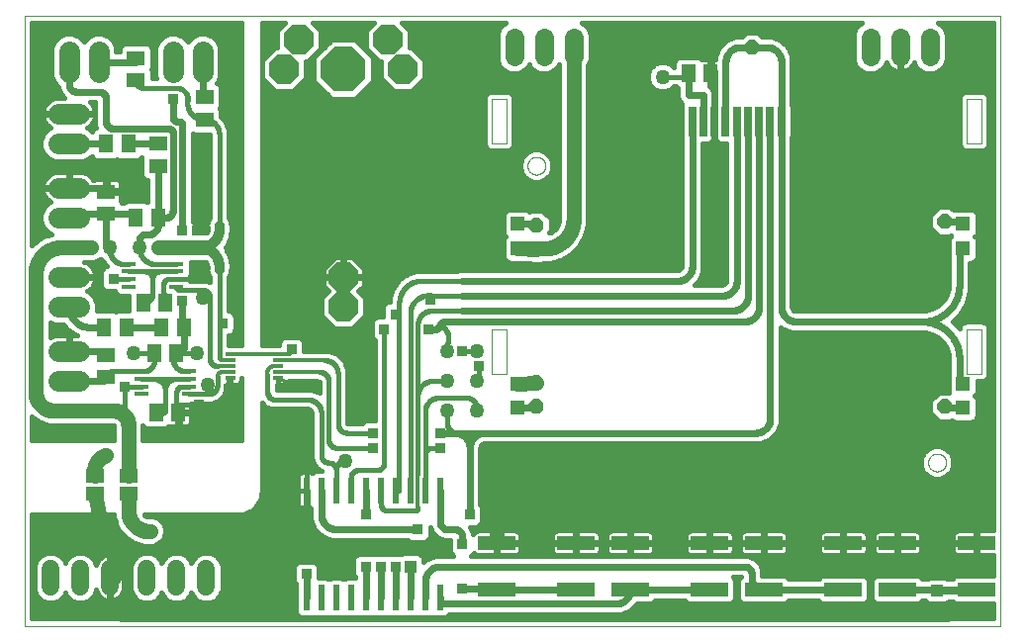
<source format=gtl>
G75*
%MOIN*%
%OFA0B0*%
%FSLAX25Y25*%
%IPPOS*%
%LPD*%
%AMOC8*
5,1,8,0,0,1.08239X$1,22.5*
%
%ADD10C,0.00000*%
%ADD11R,0.02500X0.10000*%
%ADD12R,0.04724X0.04724*%
%ADD13R,0.05118X0.05906*%
%ADD14OC8,0.10000*%
%ADD15OC8,0.15000*%
%ADD16R,0.12598X0.04724*%
%ADD17C,0.06496*%
%ADD18R,0.04724X0.01575*%
%ADD19R,0.03543X0.01220*%
%ADD20R,0.02362X0.08661*%
%ADD21R,0.05118X0.06299*%
%ADD22R,0.06299X0.05118*%
%ADD23C,0.07087*%
%ADD24C,0.06000*%
%ADD25C,0.05000*%
%ADD26R,0.06300X0.04600*%
%ADD27OC8,0.05000*%
%ADD28C,0.02400*%
%ADD29R,0.03562X0.03562*%
%ADD30C,0.05000*%
%ADD31C,0.01600*%
%ADD32R,0.04000X0.04000*%
%ADD33C,0.01200*%
%ADD34R,0.05600X0.05600*%
%ADD35C,0.01300*%
%ADD36C,0.03200*%
D10*
X0001800Y0001800D02*
X0001800Y0207425D01*
X0330550Y0207425D01*
X0330550Y0001800D01*
X0001800Y0001800D01*
X0159300Y0086800D02*
X0159300Y0101800D01*
X0164300Y0101800D01*
X0164300Y0086800D01*
X0159300Y0086800D01*
X0171300Y0156800D02*
X0171302Y0156909D01*
X0171308Y0157018D01*
X0171318Y0157126D01*
X0171332Y0157234D01*
X0171349Y0157342D01*
X0171371Y0157449D01*
X0171396Y0157555D01*
X0171426Y0157659D01*
X0171459Y0157763D01*
X0171496Y0157866D01*
X0171536Y0157967D01*
X0171580Y0158066D01*
X0171628Y0158164D01*
X0171680Y0158261D01*
X0171734Y0158355D01*
X0171792Y0158447D01*
X0171854Y0158537D01*
X0171919Y0158624D01*
X0171986Y0158710D01*
X0172057Y0158793D01*
X0172131Y0158873D01*
X0172208Y0158950D01*
X0172287Y0159025D01*
X0172369Y0159096D01*
X0172454Y0159165D01*
X0172541Y0159230D01*
X0172630Y0159293D01*
X0172722Y0159351D01*
X0172816Y0159407D01*
X0172911Y0159459D01*
X0173009Y0159508D01*
X0173108Y0159553D01*
X0173209Y0159595D01*
X0173311Y0159632D01*
X0173414Y0159666D01*
X0173519Y0159697D01*
X0173625Y0159723D01*
X0173731Y0159746D01*
X0173839Y0159764D01*
X0173947Y0159779D01*
X0174055Y0159790D01*
X0174164Y0159797D01*
X0174273Y0159800D01*
X0174382Y0159799D01*
X0174491Y0159794D01*
X0174599Y0159785D01*
X0174707Y0159772D01*
X0174815Y0159755D01*
X0174922Y0159735D01*
X0175028Y0159710D01*
X0175133Y0159682D01*
X0175237Y0159650D01*
X0175340Y0159614D01*
X0175442Y0159574D01*
X0175542Y0159531D01*
X0175640Y0159484D01*
X0175737Y0159434D01*
X0175831Y0159380D01*
X0175924Y0159322D01*
X0176015Y0159262D01*
X0176103Y0159198D01*
X0176189Y0159131D01*
X0176272Y0159061D01*
X0176353Y0158988D01*
X0176431Y0158912D01*
X0176506Y0158833D01*
X0176579Y0158751D01*
X0176648Y0158667D01*
X0176714Y0158581D01*
X0176777Y0158492D01*
X0176837Y0158401D01*
X0176894Y0158308D01*
X0176947Y0158213D01*
X0176996Y0158116D01*
X0177042Y0158017D01*
X0177084Y0157917D01*
X0177123Y0157815D01*
X0177158Y0157711D01*
X0177189Y0157607D01*
X0177217Y0157502D01*
X0177240Y0157395D01*
X0177260Y0157288D01*
X0177276Y0157180D01*
X0177288Y0157072D01*
X0177296Y0156963D01*
X0177300Y0156854D01*
X0177300Y0156746D01*
X0177296Y0156637D01*
X0177288Y0156528D01*
X0177276Y0156420D01*
X0177260Y0156312D01*
X0177240Y0156205D01*
X0177217Y0156098D01*
X0177189Y0155993D01*
X0177158Y0155889D01*
X0177123Y0155785D01*
X0177084Y0155683D01*
X0177042Y0155583D01*
X0176996Y0155484D01*
X0176947Y0155387D01*
X0176894Y0155292D01*
X0176837Y0155199D01*
X0176777Y0155108D01*
X0176714Y0155019D01*
X0176648Y0154933D01*
X0176579Y0154849D01*
X0176506Y0154767D01*
X0176431Y0154688D01*
X0176353Y0154612D01*
X0176272Y0154539D01*
X0176189Y0154469D01*
X0176103Y0154402D01*
X0176015Y0154338D01*
X0175924Y0154278D01*
X0175831Y0154220D01*
X0175737Y0154166D01*
X0175640Y0154116D01*
X0175542Y0154069D01*
X0175442Y0154026D01*
X0175340Y0153986D01*
X0175237Y0153950D01*
X0175133Y0153918D01*
X0175028Y0153890D01*
X0174922Y0153865D01*
X0174815Y0153845D01*
X0174707Y0153828D01*
X0174599Y0153815D01*
X0174491Y0153806D01*
X0174382Y0153801D01*
X0174273Y0153800D01*
X0174164Y0153803D01*
X0174055Y0153810D01*
X0173947Y0153821D01*
X0173839Y0153836D01*
X0173731Y0153854D01*
X0173625Y0153877D01*
X0173519Y0153903D01*
X0173414Y0153934D01*
X0173311Y0153968D01*
X0173209Y0154005D01*
X0173108Y0154047D01*
X0173009Y0154092D01*
X0172911Y0154141D01*
X0172816Y0154193D01*
X0172722Y0154249D01*
X0172630Y0154307D01*
X0172541Y0154370D01*
X0172454Y0154435D01*
X0172369Y0154504D01*
X0172287Y0154575D01*
X0172208Y0154650D01*
X0172131Y0154727D01*
X0172057Y0154807D01*
X0171986Y0154890D01*
X0171919Y0154976D01*
X0171854Y0155063D01*
X0171792Y0155153D01*
X0171734Y0155245D01*
X0171680Y0155339D01*
X0171628Y0155436D01*
X0171580Y0155534D01*
X0171536Y0155633D01*
X0171496Y0155734D01*
X0171459Y0155837D01*
X0171426Y0155941D01*
X0171396Y0156045D01*
X0171371Y0156151D01*
X0171349Y0156258D01*
X0171332Y0156366D01*
X0171318Y0156474D01*
X0171308Y0156582D01*
X0171302Y0156691D01*
X0171300Y0156800D01*
X0164300Y0164300D02*
X0159300Y0164300D01*
X0159300Y0179300D01*
X0164300Y0179300D01*
X0164300Y0164300D01*
X0319300Y0164300D02*
X0324300Y0164300D01*
X0324300Y0179300D01*
X0319300Y0179300D01*
X0319300Y0164300D01*
X0319300Y0101800D02*
X0319300Y0086800D01*
X0324300Y0086800D01*
X0324300Y0101800D01*
X0319300Y0101800D01*
X0306300Y0056800D02*
X0306302Y0056909D01*
X0306308Y0057018D01*
X0306318Y0057126D01*
X0306332Y0057234D01*
X0306349Y0057342D01*
X0306371Y0057449D01*
X0306396Y0057555D01*
X0306426Y0057659D01*
X0306459Y0057763D01*
X0306496Y0057866D01*
X0306536Y0057967D01*
X0306580Y0058066D01*
X0306628Y0058164D01*
X0306680Y0058261D01*
X0306734Y0058355D01*
X0306792Y0058447D01*
X0306854Y0058537D01*
X0306919Y0058624D01*
X0306986Y0058710D01*
X0307057Y0058793D01*
X0307131Y0058873D01*
X0307208Y0058950D01*
X0307287Y0059025D01*
X0307369Y0059096D01*
X0307454Y0059165D01*
X0307541Y0059230D01*
X0307630Y0059293D01*
X0307722Y0059351D01*
X0307816Y0059407D01*
X0307911Y0059459D01*
X0308009Y0059508D01*
X0308108Y0059553D01*
X0308209Y0059595D01*
X0308311Y0059632D01*
X0308414Y0059666D01*
X0308519Y0059697D01*
X0308625Y0059723D01*
X0308731Y0059746D01*
X0308839Y0059764D01*
X0308947Y0059779D01*
X0309055Y0059790D01*
X0309164Y0059797D01*
X0309273Y0059800D01*
X0309382Y0059799D01*
X0309491Y0059794D01*
X0309599Y0059785D01*
X0309707Y0059772D01*
X0309815Y0059755D01*
X0309922Y0059735D01*
X0310028Y0059710D01*
X0310133Y0059682D01*
X0310237Y0059650D01*
X0310340Y0059614D01*
X0310442Y0059574D01*
X0310542Y0059531D01*
X0310640Y0059484D01*
X0310737Y0059434D01*
X0310831Y0059380D01*
X0310924Y0059322D01*
X0311015Y0059262D01*
X0311103Y0059198D01*
X0311189Y0059131D01*
X0311272Y0059061D01*
X0311353Y0058988D01*
X0311431Y0058912D01*
X0311506Y0058833D01*
X0311579Y0058751D01*
X0311648Y0058667D01*
X0311714Y0058581D01*
X0311777Y0058492D01*
X0311837Y0058401D01*
X0311894Y0058308D01*
X0311947Y0058213D01*
X0311996Y0058116D01*
X0312042Y0058017D01*
X0312084Y0057917D01*
X0312123Y0057815D01*
X0312158Y0057711D01*
X0312189Y0057607D01*
X0312217Y0057502D01*
X0312240Y0057395D01*
X0312260Y0057288D01*
X0312276Y0057180D01*
X0312288Y0057072D01*
X0312296Y0056963D01*
X0312300Y0056854D01*
X0312300Y0056746D01*
X0312296Y0056637D01*
X0312288Y0056528D01*
X0312276Y0056420D01*
X0312260Y0056312D01*
X0312240Y0056205D01*
X0312217Y0056098D01*
X0312189Y0055993D01*
X0312158Y0055889D01*
X0312123Y0055785D01*
X0312084Y0055683D01*
X0312042Y0055583D01*
X0311996Y0055484D01*
X0311947Y0055387D01*
X0311894Y0055292D01*
X0311837Y0055199D01*
X0311777Y0055108D01*
X0311714Y0055019D01*
X0311648Y0054933D01*
X0311579Y0054849D01*
X0311506Y0054767D01*
X0311431Y0054688D01*
X0311353Y0054612D01*
X0311272Y0054539D01*
X0311189Y0054469D01*
X0311103Y0054402D01*
X0311015Y0054338D01*
X0310924Y0054278D01*
X0310831Y0054220D01*
X0310737Y0054166D01*
X0310640Y0054116D01*
X0310542Y0054069D01*
X0310442Y0054026D01*
X0310340Y0053986D01*
X0310237Y0053950D01*
X0310133Y0053918D01*
X0310028Y0053890D01*
X0309922Y0053865D01*
X0309815Y0053845D01*
X0309707Y0053828D01*
X0309599Y0053815D01*
X0309491Y0053806D01*
X0309382Y0053801D01*
X0309273Y0053800D01*
X0309164Y0053803D01*
X0309055Y0053810D01*
X0308947Y0053821D01*
X0308839Y0053836D01*
X0308731Y0053854D01*
X0308625Y0053877D01*
X0308519Y0053903D01*
X0308414Y0053934D01*
X0308311Y0053968D01*
X0308209Y0054005D01*
X0308108Y0054047D01*
X0308009Y0054092D01*
X0307911Y0054141D01*
X0307816Y0054193D01*
X0307722Y0054249D01*
X0307630Y0054307D01*
X0307541Y0054370D01*
X0307454Y0054435D01*
X0307369Y0054504D01*
X0307287Y0054575D01*
X0307208Y0054650D01*
X0307131Y0054727D01*
X0307057Y0054807D01*
X0306986Y0054890D01*
X0306919Y0054976D01*
X0306854Y0055063D01*
X0306792Y0055153D01*
X0306734Y0055245D01*
X0306680Y0055339D01*
X0306628Y0055436D01*
X0306580Y0055534D01*
X0306536Y0055633D01*
X0306496Y0055734D01*
X0306459Y0055837D01*
X0306426Y0055941D01*
X0306396Y0056045D01*
X0306371Y0056151D01*
X0306349Y0056258D01*
X0306332Y0056366D01*
X0306318Y0056474D01*
X0306308Y0056582D01*
X0306302Y0056691D01*
X0306300Y0056800D01*
D11*
X0256800Y0171800D03*
X0253050Y0171800D03*
X0249300Y0171800D03*
X0245550Y0171800D03*
X0241800Y0171800D03*
X0238050Y0171800D03*
X0234300Y0171800D03*
X0230550Y0171800D03*
X0226800Y0171800D03*
D12*
X0168050Y0137184D03*
X0168050Y0128916D03*
X0168050Y0083434D03*
X0168050Y0075166D03*
X0318050Y0075166D03*
X0318050Y0083434D03*
X0318050Y0128916D03*
X0318050Y0137184D03*
D13*
X0233040Y0188050D03*
X0225560Y0188050D03*
X0049290Y0110550D03*
X0041810Y0110550D03*
X0046185Y0073675D03*
X0053665Y0073675D03*
D14*
X0109300Y0109300D03*
X0109300Y0119300D03*
X0089300Y0189300D03*
X0094300Y0199300D03*
X0124300Y0199300D03*
X0129300Y0189300D03*
D15*
X0109300Y0189300D03*
D16*
X0160914Y0029674D03*
X0160914Y0013926D03*
X0187686Y0013926D03*
X0205914Y0013926D03*
X0205914Y0029674D03*
X0187686Y0029674D03*
X0232686Y0029674D03*
X0250914Y0029674D03*
X0250914Y0013926D03*
X0232686Y0013926D03*
X0277686Y0013926D03*
X0295914Y0013926D03*
X0295914Y0029674D03*
X0277686Y0029674D03*
X0322686Y0029674D03*
X0322686Y0013926D03*
D17*
X0306800Y0193552D02*
X0306800Y0200048D01*
X0296800Y0200048D02*
X0296800Y0193552D01*
X0286800Y0193552D02*
X0286800Y0200048D01*
X0186800Y0200048D02*
X0186800Y0193552D01*
X0176800Y0193552D02*
X0176800Y0200048D01*
X0166800Y0200048D02*
X0166800Y0193552D01*
D18*
X0052996Y0123764D03*
X0052996Y0121205D03*
X0052996Y0118645D03*
X0052996Y0116086D03*
X0036854Y0116086D03*
X0036854Y0118645D03*
X0036854Y0121205D03*
X0036854Y0123764D03*
X0041229Y0087514D03*
X0041229Y0084955D03*
X0041229Y0082395D03*
X0041229Y0079836D03*
X0057371Y0079836D03*
X0057371Y0082395D03*
X0057371Y0084955D03*
X0057371Y0087514D03*
D19*
X0071229Y0087331D03*
X0071229Y0085363D03*
X0071229Y0089300D03*
X0071229Y0091269D03*
X0071229Y0093237D03*
X0087371Y0093237D03*
X0087371Y0091269D03*
X0087371Y0089300D03*
X0087371Y0087331D03*
X0087371Y0085363D03*
D20*
X0096800Y0047410D03*
X0101800Y0047410D03*
X0106800Y0047410D03*
X0111800Y0047410D03*
X0116800Y0047410D03*
X0121800Y0047410D03*
X0126800Y0047410D03*
X0131800Y0047410D03*
X0136800Y0047410D03*
X0141800Y0047410D03*
X0141800Y0011190D03*
X0136800Y0011190D03*
X0131800Y0011190D03*
X0126800Y0011190D03*
X0121800Y0011190D03*
X0116800Y0011190D03*
X0111800Y0011190D03*
X0106800Y0011190D03*
X0101800Y0011190D03*
X0096800Y0011190D03*
D21*
X0053040Y0093675D03*
X0045560Y0093675D03*
X0048060Y0102425D03*
X0055540Y0102425D03*
X0036165Y0102425D03*
X0028685Y0102425D03*
X0039310Y0139300D03*
X0046790Y0139300D03*
X0036790Y0164300D03*
X0029310Y0164300D03*
D22*
X0046800Y0164290D03*
X0046800Y0156810D03*
X0029300Y0148040D03*
X0029300Y0140560D03*
X0062425Y0172435D03*
X0062425Y0179915D03*
X0039300Y0185560D03*
X0039300Y0193040D03*
X0029300Y0093040D03*
X0029300Y0085560D03*
D23*
X0020343Y0084300D02*
X0013257Y0084300D01*
X0013257Y0094300D02*
X0020343Y0094300D01*
X0020343Y0109300D02*
X0013257Y0109300D01*
X0013257Y0119300D02*
X0020343Y0119300D01*
X0020343Y0139300D02*
X0013257Y0139300D01*
X0013257Y0149300D02*
X0020343Y0149300D01*
X0020343Y0164300D02*
X0013257Y0164300D01*
X0013257Y0174300D02*
X0020343Y0174300D01*
X0016800Y0188257D02*
X0016800Y0195343D01*
X0026800Y0195343D02*
X0026800Y0188257D01*
X0051800Y0188257D02*
X0051800Y0195343D01*
X0061800Y0195343D02*
X0061800Y0188257D01*
D24*
X0063050Y0021050D02*
X0063050Y0015050D01*
X0053050Y0015050D02*
X0053050Y0021050D01*
X0043050Y0021050D02*
X0043050Y0015050D01*
X0030550Y0015050D02*
X0030550Y0021050D01*
X0020550Y0021050D02*
X0020550Y0015050D01*
X0010550Y0015050D02*
X0010550Y0021050D01*
D25*
X0063675Y0083050D03*
X0059925Y0093675D03*
X0038675Y0093675D03*
X0061800Y0112425D03*
X0040550Y0129300D03*
X0030550Y0129300D03*
X0109925Y0057425D03*
X0144300Y0074300D03*
X0154300Y0074300D03*
X0154300Y0084300D03*
X0144300Y0084300D03*
X0144300Y0094300D03*
X0154300Y0094300D03*
X0216800Y0186800D03*
D26*
X0036800Y0052300D03*
X0036800Y0046300D03*
X0025550Y0046300D03*
X0025550Y0052300D03*
D27*
X0174300Y0075550D03*
X0174300Y0083675D03*
X0174300Y0128675D03*
X0174300Y0136800D03*
X0234300Y0156800D03*
X0246800Y0196800D03*
X0311800Y0138050D03*
X0311800Y0075550D03*
D28*
X0313050Y0075166D01*
X0318050Y0075166D01*
X0318050Y0083434D02*
X0317982Y0083436D01*
X0317915Y0083441D01*
X0317848Y0083450D01*
X0317781Y0083463D01*
X0317716Y0083480D01*
X0317651Y0083499D01*
X0317587Y0083523D01*
X0317525Y0083550D01*
X0317464Y0083580D01*
X0317406Y0083613D01*
X0317349Y0083649D01*
X0317294Y0083689D01*
X0317241Y0083731D01*
X0317190Y0083777D01*
X0317143Y0083824D01*
X0317097Y0083875D01*
X0317055Y0083928D01*
X0317015Y0083983D01*
X0316979Y0084040D01*
X0316946Y0084098D01*
X0316916Y0084159D01*
X0316889Y0084221D01*
X0316865Y0084285D01*
X0316846Y0084350D01*
X0316829Y0084415D01*
X0316816Y0084482D01*
X0316807Y0084549D01*
X0316802Y0084616D01*
X0316800Y0084684D01*
X0316800Y0091800D01*
X0316796Y0092102D01*
X0316785Y0092404D01*
X0316767Y0092705D01*
X0316742Y0093006D01*
X0316709Y0093307D01*
X0316669Y0093606D01*
X0316622Y0093904D01*
X0316567Y0094202D01*
X0316506Y0094497D01*
X0316437Y0094791D01*
X0316361Y0095084D01*
X0316278Y0095374D01*
X0316188Y0095663D01*
X0316091Y0095949D01*
X0315988Y0096233D01*
X0315877Y0096514D01*
X0315760Y0096792D01*
X0315636Y0097068D01*
X0315505Y0097340D01*
X0315368Y0097609D01*
X0315225Y0097875D01*
X0315075Y0098137D01*
X0314918Y0098396D01*
X0314756Y0098650D01*
X0314587Y0098901D01*
X0314413Y0099147D01*
X0314232Y0099390D01*
X0314046Y0099627D01*
X0313854Y0099861D01*
X0313656Y0100089D01*
X0313453Y0100313D01*
X0313245Y0100531D01*
X0313031Y0100745D01*
X0312813Y0100953D01*
X0312589Y0101156D01*
X0312361Y0101354D01*
X0312127Y0101546D01*
X0311890Y0101732D01*
X0311647Y0101913D01*
X0311401Y0102087D01*
X0311150Y0102256D01*
X0310896Y0102418D01*
X0310637Y0102575D01*
X0310375Y0102725D01*
X0310109Y0102868D01*
X0309840Y0103005D01*
X0309568Y0103136D01*
X0309292Y0103260D01*
X0309014Y0103377D01*
X0308733Y0103488D01*
X0308449Y0103591D01*
X0308163Y0103688D01*
X0307874Y0103778D01*
X0307584Y0103861D01*
X0307291Y0103937D01*
X0306997Y0104006D01*
X0306702Y0104067D01*
X0306404Y0104122D01*
X0306106Y0104169D01*
X0305807Y0104209D01*
X0305506Y0104242D01*
X0305205Y0104267D01*
X0304904Y0104285D01*
X0304602Y0104296D01*
X0304300Y0104300D01*
X0261800Y0104300D01*
X0261660Y0104302D01*
X0261520Y0104308D01*
X0261380Y0104318D01*
X0261240Y0104331D01*
X0261101Y0104349D01*
X0260962Y0104371D01*
X0260825Y0104396D01*
X0260687Y0104425D01*
X0260551Y0104458D01*
X0260416Y0104495D01*
X0260282Y0104536D01*
X0260149Y0104581D01*
X0260017Y0104629D01*
X0259887Y0104681D01*
X0259758Y0104736D01*
X0259631Y0104795D01*
X0259505Y0104858D01*
X0259381Y0104924D01*
X0259260Y0104993D01*
X0259140Y0105066D01*
X0259022Y0105143D01*
X0258907Y0105222D01*
X0258793Y0105305D01*
X0258683Y0105391D01*
X0258574Y0105480D01*
X0258468Y0105572D01*
X0258365Y0105667D01*
X0258264Y0105764D01*
X0258167Y0105865D01*
X0258072Y0105968D01*
X0257980Y0106074D01*
X0257891Y0106183D01*
X0257805Y0106293D01*
X0257722Y0106407D01*
X0257643Y0106522D01*
X0257566Y0106640D01*
X0257493Y0106760D01*
X0257424Y0106881D01*
X0257358Y0107005D01*
X0257295Y0107131D01*
X0257236Y0107258D01*
X0257181Y0107387D01*
X0257129Y0107517D01*
X0257081Y0107649D01*
X0257036Y0107782D01*
X0256995Y0107916D01*
X0256958Y0108051D01*
X0256925Y0108187D01*
X0256896Y0108325D01*
X0256871Y0108462D01*
X0256849Y0108601D01*
X0256831Y0108740D01*
X0256818Y0108880D01*
X0256808Y0109020D01*
X0256802Y0109160D01*
X0256800Y0109300D01*
X0256800Y0171800D01*
X0256800Y0191800D01*
X0256798Y0191940D01*
X0256792Y0192080D01*
X0256782Y0192220D01*
X0256769Y0192360D01*
X0256751Y0192499D01*
X0256729Y0192638D01*
X0256704Y0192775D01*
X0256675Y0192913D01*
X0256642Y0193049D01*
X0256605Y0193184D01*
X0256564Y0193318D01*
X0256519Y0193451D01*
X0256471Y0193583D01*
X0256419Y0193713D01*
X0256364Y0193842D01*
X0256305Y0193969D01*
X0256242Y0194095D01*
X0256176Y0194219D01*
X0256107Y0194340D01*
X0256034Y0194460D01*
X0255957Y0194578D01*
X0255878Y0194693D01*
X0255795Y0194807D01*
X0255709Y0194917D01*
X0255620Y0195026D01*
X0255528Y0195132D01*
X0255433Y0195235D01*
X0255336Y0195336D01*
X0255235Y0195433D01*
X0255132Y0195528D01*
X0255026Y0195620D01*
X0254917Y0195709D01*
X0254807Y0195795D01*
X0254693Y0195878D01*
X0254578Y0195957D01*
X0254460Y0196034D01*
X0254340Y0196107D01*
X0254219Y0196176D01*
X0254095Y0196242D01*
X0253969Y0196305D01*
X0253842Y0196364D01*
X0253713Y0196419D01*
X0253583Y0196471D01*
X0253451Y0196519D01*
X0253318Y0196564D01*
X0253184Y0196605D01*
X0253049Y0196642D01*
X0252913Y0196675D01*
X0252775Y0196704D01*
X0252638Y0196729D01*
X0252499Y0196751D01*
X0252360Y0196769D01*
X0252220Y0196782D01*
X0252080Y0196792D01*
X0251940Y0196798D01*
X0251800Y0196800D01*
X0246800Y0196800D01*
X0243050Y0196800D01*
X0242910Y0196798D01*
X0242770Y0196792D01*
X0242630Y0196782D01*
X0242490Y0196769D01*
X0242351Y0196751D01*
X0242212Y0196729D01*
X0242075Y0196704D01*
X0241937Y0196675D01*
X0241801Y0196642D01*
X0241666Y0196605D01*
X0241532Y0196564D01*
X0241399Y0196519D01*
X0241267Y0196471D01*
X0241137Y0196419D01*
X0241008Y0196364D01*
X0240881Y0196305D01*
X0240755Y0196242D01*
X0240631Y0196176D01*
X0240510Y0196107D01*
X0240390Y0196034D01*
X0240272Y0195957D01*
X0240157Y0195878D01*
X0240043Y0195795D01*
X0239933Y0195709D01*
X0239824Y0195620D01*
X0239718Y0195528D01*
X0239615Y0195433D01*
X0239514Y0195336D01*
X0239417Y0195235D01*
X0239322Y0195132D01*
X0239230Y0195026D01*
X0239141Y0194917D01*
X0239055Y0194807D01*
X0238972Y0194693D01*
X0238893Y0194578D01*
X0238816Y0194460D01*
X0238743Y0194340D01*
X0238674Y0194219D01*
X0238608Y0194095D01*
X0238545Y0193969D01*
X0238486Y0193842D01*
X0238431Y0193713D01*
X0238379Y0193583D01*
X0238331Y0193451D01*
X0238286Y0193318D01*
X0238245Y0193184D01*
X0238208Y0193049D01*
X0238175Y0192913D01*
X0238146Y0192775D01*
X0238121Y0192638D01*
X0238099Y0192499D01*
X0238081Y0192360D01*
X0238068Y0192220D01*
X0238058Y0192080D01*
X0238052Y0191940D01*
X0238050Y0191800D01*
X0238050Y0171800D01*
X0234300Y0171800D02*
X0234300Y0188050D01*
X0233040Y0188050D01*
X0225560Y0188050D02*
X0225560Y0180550D01*
X0230550Y0180550D01*
X0230550Y0171800D01*
X0226800Y0171800D02*
X0226800Y0123050D01*
X0226798Y0122910D01*
X0226792Y0122770D01*
X0226782Y0122630D01*
X0226769Y0122490D01*
X0226751Y0122351D01*
X0226729Y0122212D01*
X0226704Y0122075D01*
X0226675Y0121937D01*
X0226642Y0121801D01*
X0226605Y0121666D01*
X0226564Y0121532D01*
X0226519Y0121399D01*
X0226471Y0121267D01*
X0226419Y0121137D01*
X0226364Y0121008D01*
X0226305Y0120881D01*
X0226242Y0120755D01*
X0226176Y0120631D01*
X0226107Y0120510D01*
X0226034Y0120390D01*
X0225957Y0120272D01*
X0225878Y0120157D01*
X0225795Y0120043D01*
X0225709Y0119933D01*
X0225620Y0119824D01*
X0225528Y0119718D01*
X0225433Y0119615D01*
X0225336Y0119514D01*
X0225235Y0119417D01*
X0225132Y0119322D01*
X0225026Y0119230D01*
X0224917Y0119141D01*
X0224807Y0119055D01*
X0224693Y0118972D01*
X0224578Y0118893D01*
X0224460Y0118816D01*
X0224340Y0118743D01*
X0224219Y0118674D01*
X0224095Y0118608D01*
X0223969Y0118545D01*
X0223842Y0118486D01*
X0223713Y0118431D01*
X0223583Y0118379D01*
X0223451Y0118331D01*
X0223318Y0118286D01*
X0223184Y0118245D01*
X0223049Y0118208D01*
X0222913Y0118175D01*
X0222775Y0118146D01*
X0222638Y0118121D01*
X0222499Y0118099D01*
X0222360Y0118081D01*
X0222220Y0118068D01*
X0222080Y0118058D01*
X0221940Y0118052D01*
X0221800Y0118050D01*
X0149300Y0118050D01*
X0149300Y0113050D02*
X0236800Y0113050D01*
X0240550Y0108050D02*
X0240690Y0108052D01*
X0240830Y0108058D01*
X0240970Y0108068D01*
X0241110Y0108081D01*
X0241249Y0108099D01*
X0241388Y0108121D01*
X0241525Y0108146D01*
X0241663Y0108175D01*
X0241799Y0108208D01*
X0241934Y0108245D01*
X0242068Y0108286D01*
X0242201Y0108331D01*
X0242333Y0108379D01*
X0242463Y0108431D01*
X0242592Y0108486D01*
X0242719Y0108545D01*
X0242845Y0108608D01*
X0242969Y0108674D01*
X0243090Y0108743D01*
X0243210Y0108816D01*
X0243328Y0108893D01*
X0243443Y0108972D01*
X0243557Y0109055D01*
X0243667Y0109141D01*
X0243776Y0109230D01*
X0243882Y0109322D01*
X0243985Y0109417D01*
X0244086Y0109514D01*
X0244183Y0109615D01*
X0244278Y0109718D01*
X0244370Y0109824D01*
X0244459Y0109933D01*
X0244545Y0110043D01*
X0244628Y0110157D01*
X0244707Y0110272D01*
X0244784Y0110390D01*
X0244857Y0110510D01*
X0244926Y0110631D01*
X0244992Y0110755D01*
X0245055Y0110881D01*
X0245114Y0111008D01*
X0245169Y0111137D01*
X0245221Y0111267D01*
X0245269Y0111399D01*
X0245314Y0111532D01*
X0245355Y0111666D01*
X0245392Y0111801D01*
X0245425Y0111937D01*
X0245454Y0112075D01*
X0245479Y0112212D01*
X0245501Y0112351D01*
X0245519Y0112490D01*
X0245532Y0112630D01*
X0245542Y0112770D01*
X0245548Y0112910D01*
X0245550Y0113050D01*
X0245550Y0171800D01*
X0241800Y0171800D02*
X0241800Y0118050D01*
X0241798Y0117910D01*
X0241792Y0117770D01*
X0241782Y0117630D01*
X0241769Y0117490D01*
X0241751Y0117351D01*
X0241729Y0117212D01*
X0241704Y0117075D01*
X0241675Y0116937D01*
X0241642Y0116801D01*
X0241605Y0116666D01*
X0241564Y0116532D01*
X0241519Y0116399D01*
X0241471Y0116267D01*
X0241419Y0116137D01*
X0241364Y0116008D01*
X0241305Y0115881D01*
X0241242Y0115755D01*
X0241176Y0115631D01*
X0241107Y0115510D01*
X0241034Y0115390D01*
X0240957Y0115272D01*
X0240878Y0115157D01*
X0240795Y0115043D01*
X0240709Y0114933D01*
X0240620Y0114824D01*
X0240528Y0114718D01*
X0240433Y0114615D01*
X0240336Y0114514D01*
X0240235Y0114417D01*
X0240132Y0114322D01*
X0240026Y0114230D01*
X0239917Y0114141D01*
X0239807Y0114055D01*
X0239693Y0113972D01*
X0239578Y0113893D01*
X0239460Y0113816D01*
X0239340Y0113743D01*
X0239219Y0113674D01*
X0239095Y0113608D01*
X0238969Y0113545D01*
X0238842Y0113486D01*
X0238713Y0113431D01*
X0238583Y0113379D01*
X0238451Y0113331D01*
X0238318Y0113286D01*
X0238184Y0113245D01*
X0238049Y0113208D01*
X0237913Y0113175D01*
X0237775Y0113146D01*
X0237638Y0113121D01*
X0237499Y0113099D01*
X0237360Y0113081D01*
X0237220Y0113068D01*
X0237080Y0113058D01*
X0236940Y0113052D01*
X0236800Y0113050D01*
X0240550Y0108050D02*
X0149300Y0108050D01*
X0144300Y0104300D02*
X0244300Y0104300D01*
X0244440Y0104302D01*
X0244580Y0104308D01*
X0244720Y0104318D01*
X0244860Y0104331D01*
X0244999Y0104349D01*
X0245138Y0104371D01*
X0245275Y0104396D01*
X0245413Y0104425D01*
X0245549Y0104458D01*
X0245684Y0104495D01*
X0245818Y0104536D01*
X0245951Y0104581D01*
X0246083Y0104629D01*
X0246213Y0104681D01*
X0246342Y0104736D01*
X0246469Y0104795D01*
X0246595Y0104858D01*
X0246719Y0104924D01*
X0246840Y0104993D01*
X0246960Y0105066D01*
X0247078Y0105143D01*
X0247193Y0105222D01*
X0247307Y0105305D01*
X0247417Y0105391D01*
X0247526Y0105480D01*
X0247632Y0105572D01*
X0247735Y0105667D01*
X0247836Y0105764D01*
X0247933Y0105865D01*
X0248028Y0105968D01*
X0248120Y0106074D01*
X0248209Y0106183D01*
X0248295Y0106293D01*
X0248378Y0106407D01*
X0248457Y0106522D01*
X0248534Y0106640D01*
X0248607Y0106760D01*
X0248676Y0106881D01*
X0248742Y0107005D01*
X0248805Y0107131D01*
X0248864Y0107258D01*
X0248919Y0107387D01*
X0248971Y0107517D01*
X0249019Y0107649D01*
X0249064Y0107782D01*
X0249105Y0107916D01*
X0249142Y0108051D01*
X0249175Y0108187D01*
X0249204Y0108325D01*
X0249229Y0108462D01*
X0249251Y0108601D01*
X0249269Y0108740D01*
X0249282Y0108880D01*
X0249292Y0109020D01*
X0249298Y0109160D01*
X0249300Y0109300D01*
X0249300Y0171800D01*
X0253050Y0171800D02*
X0253050Y0071800D01*
X0253048Y0071660D01*
X0253042Y0071520D01*
X0253032Y0071380D01*
X0253019Y0071240D01*
X0253001Y0071101D01*
X0252979Y0070962D01*
X0252954Y0070825D01*
X0252925Y0070687D01*
X0252892Y0070551D01*
X0252855Y0070416D01*
X0252814Y0070282D01*
X0252769Y0070149D01*
X0252721Y0070017D01*
X0252669Y0069887D01*
X0252614Y0069758D01*
X0252555Y0069631D01*
X0252492Y0069505D01*
X0252426Y0069381D01*
X0252357Y0069260D01*
X0252284Y0069140D01*
X0252207Y0069022D01*
X0252128Y0068907D01*
X0252045Y0068793D01*
X0251959Y0068683D01*
X0251870Y0068574D01*
X0251778Y0068468D01*
X0251683Y0068365D01*
X0251586Y0068264D01*
X0251485Y0068167D01*
X0251382Y0068072D01*
X0251276Y0067980D01*
X0251167Y0067891D01*
X0251057Y0067805D01*
X0250943Y0067722D01*
X0250828Y0067643D01*
X0250710Y0067566D01*
X0250590Y0067493D01*
X0250469Y0067424D01*
X0250345Y0067358D01*
X0250219Y0067295D01*
X0250092Y0067236D01*
X0249963Y0067181D01*
X0249833Y0067129D01*
X0249701Y0067081D01*
X0249568Y0067036D01*
X0249434Y0066995D01*
X0249299Y0066958D01*
X0249163Y0066925D01*
X0249025Y0066896D01*
X0248888Y0066871D01*
X0248749Y0066849D01*
X0248610Y0066831D01*
X0248470Y0066818D01*
X0248330Y0066808D01*
X0248190Y0066802D01*
X0248050Y0066800D01*
X0156800Y0066800D01*
X0146800Y0066800D01*
X0141800Y0066800D01*
X0146800Y0066800D02*
X0146940Y0066798D01*
X0147080Y0066792D01*
X0147220Y0066782D01*
X0147360Y0066769D01*
X0147499Y0066751D01*
X0147638Y0066729D01*
X0147775Y0066704D01*
X0147913Y0066675D01*
X0148049Y0066642D01*
X0148184Y0066605D01*
X0148318Y0066564D01*
X0148451Y0066519D01*
X0148583Y0066471D01*
X0148713Y0066419D01*
X0148842Y0066364D01*
X0148969Y0066305D01*
X0149095Y0066242D01*
X0149219Y0066176D01*
X0149340Y0066107D01*
X0149460Y0066034D01*
X0149578Y0065957D01*
X0149693Y0065878D01*
X0149807Y0065795D01*
X0149917Y0065709D01*
X0150026Y0065620D01*
X0150132Y0065528D01*
X0150235Y0065433D01*
X0150336Y0065336D01*
X0150433Y0065235D01*
X0150528Y0065132D01*
X0150620Y0065026D01*
X0150709Y0064917D01*
X0150795Y0064807D01*
X0150878Y0064693D01*
X0150957Y0064578D01*
X0151034Y0064460D01*
X0151107Y0064340D01*
X0151176Y0064219D01*
X0151242Y0064095D01*
X0151305Y0063969D01*
X0151364Y0063842D01*
X0151419Y0063713D01*
X0151471Y0063583D01*
X0151519Y0063451D01*
X0151564Y0063318D01*
X0151605Y0063184D01*
X0151642Y0063049D01*
X0151675Y0062913D01*
X0151704Y0062775D01*
X0151729Y0062638D01*
X0151751Y0062499D01*
X0151769Y0062360D01*
X0151782Y0062220D01*
X0151792Y0062080D01*
X0151798Y0061940D01*
X0151800Y0061800D01*
X0151800Y0039300D01*
X0144300Y0034300D02*
X0144202Y0034302D01*
X0144104Y0034308D01*
X0144006Y0034317D01*
X0143909Y0034331D01*
X0143812Y0034348D01*
X0143716Y0034369D01*
X0143621Y0034394D01*
X0143527Y0034422D01*
X0143435Y0034455D01*
X0143343Y0034490D01*
X0143253Y0034530D01*
X0143165Y0034572D01*
X0143078Y0034619D01*
X0142994Y0034668D01*
X0142911Y0034721D01*
X0142831Y0034777D01*
X0142752Y0034837D01*
X0142676Y0034899D01*
X0142603Y0034964D01*
X0142532Y0035032D01*
X0142464Y0035103D01*
X0142399Y0035176D01*
X0142337Y0035252D01*
X0142277Y0035331D01*
X0142221Y0035411D01*
X0142168Y0035494D01*
X0142119Y0035578D01*
X0142072Y0035665D01*
X0142030Y0035753D01*
X0141990Y0035843D01*
X0141955Y0035935D01*
X0141922Y0036027D01*
X0141894Y0036121D01*
X0141869Y0036216D01*
X0141848Y0036312D01*
X0141831Y0036409D01*
X0141817Y0036506D01*
X0141808Y0036604D01*
X0141802Y0036702D01*
X0141800Y0036800D01*
X0141800Y0047410D01*
X0144300Y0034300D02*
X0146800Y0034300D01*
X0146898Y0034298D01*
X0146996Y0034292D01*
X0147094Y0034283D01*
X0147191Y0034269D01*
X0147288Y0034252D01*
X0147384Y0034231D01*
X0147479Y0034206D01*
X0147573Y0034178D01*
X0147665Y0034145D01*
X0147757Y0034110D01*
X0147847Y0034070D01*
X0147935Y0034028D01*
X0148022Y0033981D01*
X0148106Y0033932D01*
X0148189Y0033879D01*
X0148269Y0033823D01*
X0148348Y0033763D01*
X0148424Y0033701D01*
X0148497Y0033636D01*
X0148568Y0033568D01*
X0148636Y0033497D01*
X0148701Y0033424D01*
X0148763Y0033348D01*
X0148823Y0033269D01*
X0148879Y0033189D01*
X0148932Y0033106D01*
X0148981Y0033022D01*
X0149028Y0032935D01*
X0149070Y0032847D01*
X0149110Y0032757D01*
X0149145Y0032665D01*
X0149178Y0032573D01*
X0149206Y0032479D01*
X0149231Y0032384D01*
X0149252Y0032288D01*
X0149269Y0032191D01*
X0149283Y0032094D01*
X0149292Y0031996D01*
X0149298Y0031898D01*
X0149300Y0031800D01*
X0149300Y0029300D01*
X0141800Y0021800D02*
X0244300Y0021800D01*
X0244398Y0021798D01*
X0244496Y0021792D01*
X0244594Y0021783D01*
X0244691Y0021769D01*
X0244788Y0021752D01*
X0244884Y0021731D01*
X0244979Y0021706D01*
X0245073Y0021678D01*
X0245165Y0021645D01*
X0245257Y0021610D01*
X0245347Y0021570D01*
X0245435Y0021528D01*
X0245522Y0021481D01*
X0245606Y0021432D01*
X0245689Y0021379D01*
X0245769Y0021323D01*
X0245848Y0021263D01*
X0245924Y0021201D01*
X0245997Y0021136D01*
X0246068Y0021068D01*
X0246136Y0020997D01*
X0246201Y0020924D01*
X0246263Y0020848D01*
X0246323Y0020769D01*
X0246379Y0020689D01*
X0246432Y0020606D01*
X0246481Y0020522D01*
X0246528Y0020435D01*
X0246570Y0020347D01*
X0246610Y0020257D01*
X0246645Y0020165D01*
X0246678Y0020073D01*
X0246706Y0019979D01*
X0246731Y0019884D01*
X0246752Y0019788D01*
X0246769Y0019691D01*
X0246783Y0019594D01*
X0246792Y0019496D01*
X0246798Y0019398D01*
X0246800Y0019300D01*
X0246800Y0018040D01*
X0246802Y0017913D01*
X0246808Y0017787D01*
X0246818Y0017660D01*
X0246831Y0017534D01*
X0246849Y0017409D01*
X0246870Y0017284D01*
X0246895Y0017160D01*
X0246924Y0017037D01*
X0246957Y0016914D01*
X0246994Y0016793D01*
X0247034Y0016673D01*
X0247078Y0016554D01*
X0247125Y0016436D01*
X0247177Y0016321D01*
X0247231Y0016206D01*
X0247290Y0016094D01*
X0247351Y0015983D01*
X0247416Y0015874D01*
X0247485Y0015768D01*
X0247556Y0015663D01*
X0247631Y0015561D01*
X0247709Y0015461D01*
X0247790Y0015363D01*
X0247874Y0015268D01*
X0247961Y0015176D01*
X0248050Y0015087D01*
X0248142Y0015000D01*
X0248237Y0014916D01*
X0248335Y0014835D01*
X0248435Y0014757D01*
X0248537Y0014682D01*
X0248642Y0014611D01*
X0248748Y0014542D01*
X0248857Y0014477D01*
X0248968Y0014416D01*
X0249080Y0014357D01*
X0249195Y0014303D01*
X0249310Y0014251D01*
X0249428Y0014204D01*
X0249547Y0014160D01*
X0249667Y0014120D01*
X0249788Y0014083D01*
X0249911Y0014050D01*
X0250034Y0014021D01*
X0250158Y0013996D01*
X0250283Y0013975D01*
X0250408Y0013957D01*
X0250534Y0013944D01*
X0250661Y0013934D01*
X0250787Y0013928D01*
X0250914Y0013926D01*
X0277686Y0013926D01*
X0295914Y0013926D02*
X0322686Y0013926D01*
X0322684Y0013896D01*
X0322679Y0013866D01*
X0322670Y0013837D01*
X0322657Y0013809D01*
X0322642Y0013783D01*
X0322623Y0013760D01*
X0322601Y0013738D01*
X0322578Y0013719D01*
X0322552Y0013704D01*
X0322524Y0013691D01*
X0322495Y0013682D01*
X0322465Y0013677D01*
X0322435Y0013675D01*
X0309300Y0013675D01*
X0314300Y0006800D02*
X0314298Y0006702D01*
X0314292Y0006604D01*
X0314283Y0006506D01*
X0314269Y0006409D01*
X0314252Y0006312D01*
X0314231Y0006216D01*
X0314206Y0006121D01*
X0314178Y0006027D01*
X0314145Y0005935D01*
X0314110Y0005843D01*
X0314070Y0005753D01*
X0314028Y0005665D01*
X0313981Y0005578D01*
X0313932Y0005494D01*
X0313879Y0005411D01*
X0313823Y0005331D01*
X0313763Y0005252D01*
X0313701Y0005176D01*
X0313636Y0005103D01*
X0313568Y0005032D01*
X0313497Y0004964D01*
X0313424Y0004899D01*
X0313348Y0004837D01*
X0313269Y0004777D01*
X0313189Y0004721D01*
X0313106Y0004668D01*
X0313022Y0004619D01*
X0312935Y0004572D01*
X0312847Y0004530D01*
X0312757Y0004490D01*
X0312665Y0004455D01*
X0312573Y0004422D01*
X0312479Y0004394D01*
X0312384Y0004369D01*
X0312288Y0004348D01*
X0312191Y0004331D01*
X0312094Y0004317D01*
X0311996Y0004308D01*
X0311898Y0004302D01*
X0311800Y0004300D01*
X0035550Y0004300D01*
X0035410Y0004302D01*
X0035270Y0004308D01*
X0035130Y0004318D01*
X0034990Y0004331D01*
X0034851Y0004349D01*
X0034712Y0004371D01*
X0034575Y0004396D01*
X0034437Y0004425D01*
X0034301Y0004458D01*
X0034166Y0004495D01*
X0034032Y0004536D01*
X0033899Y0004581D01*
X0033767Y0004629D01*
X0033637Y0004681D01*
X0033508Y0004736D01*
X0033381Y0004795D01*
X0033255Y0004858D01*
X0033131Y0004924D01*
X0033010Y0004993D01*
X0032890Y0005066D01*
X0032772Y0005143D01*
X0032657Y0005222D01*
X0032543Y0005305D01*
X0032433Y0005391D01*
X0032324Y0005480D01*
X0032218Y0005572D01*
X0032115Y0005667D01*
X0032014Y0005764D01*
X0031917Y0005865D01*
X0031822Y0005968D01*
X0031730Y0006074D01*
X0031641Y0006183D01*
X0031555Y0006293D01*
X0031472Y0006407D01*
X0031393Y0006522D01*
X0031316Y0006640D01*
X0031243Y0006760D01*
X0031174Y0006881D01*
X0031108Y0007005D01*
X0031045Y0007131D01*
X0030986Y0007258D01*
X0030931Y0007387D01*
X0030879Y0007517D01*
X0030831Y0007649D01*
X0030786Y0007782D01*
X0030745Y0007916D01*
X0030708Y0008051D01*
X0030675Y0008187D01*
X0030646Y0008325D01*
X0030621Y0008462D01*
X0030599Y0008601D01*
X0030581Y0008740D01*
X0030568Y0008880D01*
X0030558Y0009020D01*
X0030552Y0009160D01*
X0030550Y0009300D01*
X0030550Y0017425D01*
X0096800Y0019300D02*
X0096800Y0011190D01*
X0116800Y0011190D02*
X0116800Y0021800D01*
X0121800Y0021800D02*
X0121800Y0011190D01*
X0126800Y0011190D02*
X0126800Y0021800D01*
X0131800Y0021800D02*
X0131800Y0011190D01*
X0136800Y0011190D02*
X0136800Y0016800D01*
X0136802Y0016940D01*
X0136808Y0017080D01*
X0136818Y0017220D01*
X0136831Y0017360D01*
X0136849Y0017499D01*
X0136871Y0017638D01*
X0136896Y0017775D01*
X0136925Y0017913D01*
X0136958Y0018049D01*
X0136995Y0018184D01*
X0137036Y0018318D01*
X0137081Y0018451D01*
X0137129Y0018583D01*
X0137181Y0018713D01*
X0137236Y0018842D01*
X0137295Y0018969D01*
X0137358Y0019095D01*
X0137424Y0019219D01*
X0137493Y0019340D01*
X0137566Y0019460D01*
X0137643Y0019578D01*
X0137722Y0019693D01*
X0137805Y0019807D01*
X0137891Y0019917D01*
X0137980Y0020026D01*
X0138072Y0020132D01*
X0138167Y0020235D01*
X0138264Y0020336D01*
X0138365Y0020433D01*
X0138468Y0020528D01*
X0138574Y0020620D01*
X0138683Y0020709D01*
X0138793Y0020795D01*
X0138907Y0020878D01*
X0139022Y0020957D01*
X0139140Y0021034D01*
X0139260Y0021107D01*
X0139381Y0021176D01*
X0139505Y0021242D01*
X0139631Y0021305D01*
X0139758Y0021364D01*
X0139887Y0021419D01*
X0140017Y0021471D01*
X0140149Y0021519D01*
X0140282Y0021564D01*
X0140416Y0021605D01*
X0140551Y0021642D01*
X0140687Y0021675D01*
X0140825Y0021704D01*
X0140962Y0021729D01*
X0141101Y0021751D01*
X0141240Y0021769D01*
X0141380Y0021782D01*
X0141520Y0021792D01*
X0141660Y0021798D01*
X0141800Y0021800D01*
X0149300Y0014300D02*
X0160914Y0014300D01*
X0160914Y0013926D01*
X0187686Y0013926D01*
X0201288Y0009300D02*
X0201423Y0009302D01*
X0201557Y0009308D01*
X0201691Y0009318D01*
X0201825Y0009331D01*
X0201958Y0009349D01*
X0202091Y0009370D01*
X0202223Y0009396D01*
X0202355Y0009425D01*
X0202485Y0009458D01*
X0202615Y0009494D01*
X0202743Y0009535D01*
X0202870Y0009579D01*
X0202996Y0009627D01*
X0203120Y0009678D01*
X0203243Y0009733D01*
X0203364Y0009792D01*
X0203484Y0009854D01*
X0203601Y0009920D01*
X0203717Y0009989D01*
X0203830Y0010061D01*
X0203941Y0010137D01*
X0204050Y0010215D01*
X0204157Y0010297D01*
X0204262Y0010382D01*
X0204363Y0010470D01*
X0204463Y0010561D01*
X0204559Y0010655D01*
X0204653Y0010751D01*
X0204744Y0010851D01*
X0204832Y0010952D01*
X0204917Y0011057D01*
X0204999Y0011164D01*
X0205077Y0011273D01*
X0205153Y0011384D01*
X0205225Y0011497D01*
X0205294Y0011613D01*
X0205360Y0011730D01*
X0205422Y0011850D01*
X0205481Y0011971D01*
X0205536Y0012094D01*
X0205587Y0012218D01*
X0205635Y0012344D01*
X0205679Y0012471D01*
X0205720Y0012599D01*
X0205756Y0012729D01*
X0205789Y0012859D01*
X0205818Y0012991D01*
X0205844Y0013123D01*
X0205865Y0013256D01*
X0205883Y0013389D01*
X0205896Y0013523D01*
X0205906Y0013657D01*
X0205912Y0013791D01*
X0205914Y0013926D01*
X0232686Y0013926D01*
X0232686Y0014300D01*
X0234300Y0014300D01*
X0234300Y0013926D01*
X0232686Y0013926D01*
X0249300Y0013926D02*
X0250914Y0013926D01*
X0250914Y0029300D02*
X0250914Y0029674D01*
X0232686Y0029674D01*
X0205914Y0029674D01*
X0187686Y0029674D01*
X0160914Y0029674D01*
X0141800Y0011190D02*
X0141800Y0009300D01*
X0201288Y0009300D01*
X0249300Y0029300D02*
X0250914Y0029300D01*
X0250914Y0029674D02*
X0249300Y0029674D01*
X0249300Y0029300D01*
X0250914Y0029674D02*
X0277686Y0029674D01*
X0295914Y0029674D01*
X0309300Y0029674D01*
X0322686Y0029674D01*
X0316800Y0116800D02*
X0316800Y0128675D01*
X0316868Y0128677D01*
X0316935Y0128682D01*
X0317002Y0128691D01*
X0317069Y0128704D01*
X0317134Y0128721D01*
X0317199Y0128740D01*
X0317263Y0128764D01*
X0317325Y0128791D01*
X0317386Y0128821D01*
X0317444Y0128854D01*
X0317501Y0128890D01*
X0317556Y0128930D01*
X0317609Y0128972D01*
X0317660Y0129018D01*
X0317707Y0129065D01*
X0317753Y0129116D01*
X0317795Y0129169D01*
X0317835Y0129224D01*
X0317871Y0129281D01*
X0317904Y0129339D01*
X0317934Y0129400D01*
X0317961Y0129462D01*
X0317985Y0129526D01*
X0318004Y0129591D01*
X0318021Y0129656D01*
X0318034Y0129723D01*
X0318043Y0129790D01*
X0318048Y0129857D01*
X0318050Y0129925D01*
X0318050Y0128916D01*
X0318050Y0137184D02*
X0318050Y0138050D01*
X0311800Y0138050D01*
X0316800Y0116800D02*
X0316796Y0116498D01*
X0316785Y0116196D01*
X0316767Y0115895D01*
X0316742Y0115594D01*
X0316709Y0115293D01*
X0316669Y0114994D01*
X0316622Y0114696D01*
X0316567Y0114398D01*
X0316506Y0114103D01*
X0316437Y0113809D01*
X0316361Y0113516D01*
X0316278Y0113226D01*
X0316188Y0112937D01*
X0316091Y0112651D01*
X0315988Y0112367D01*
X0315877Y0112086D01*
X0315760Y0111808D01*
X0315636Y0111532D01*
X0315505Y0111260D01*
X0315368Y0110991D01*
X0315225Y0110725D01*
X0315075Y0110463D01*
X0314918Y0110204D01*
X0314756Y0109950D01*
X0314587Y0109699D01*
X0314413Y0109453D01*
X0314232Y0109210D01*
X0314046Y0108973D01*
X0313854Y0108739D01*
X0313656Y0108511D01*
X0313453Y0108287D01*
X0313245Y0108069D01*
X0313031Y0107855D01*
X0312813Y0107647D01*
X0312589Y0107444D01*
X0312361Y0107246D01*
X0312127Y0107054D01*
X0311890Y0106868D01*
X0311647Y0106687D01*
X0311401Y0106513D01*
X0311150Y0106344D01*
X0310896Y0106182D01*
X0310637Y0106025D01*
X0310375Y0105875D01*
X0310109Y0105732D01*
X0309840Y0105595D01*
X0309568Y0105464D01*
X0309292Y0105340D01*
X0309014Y0105223D01*
X0308733Y0105112D01*
X0308449Y0105009D01*
X0308163Y0104912D01*
X0307874Y0104822D01*
X0307584Y0104739D01*
X0307291Y0104663D01*
X0306997Y0104594D01*
X0306702Y0104533D01*
X0306404Y0104478D01*
X0306106Y0104431D01*
X0305807Y0104391D01*
X0305506Y0104358D01*
X0305205Y0104333D01*
X0304904Y0104315D01*
X0304602Y0104304D01*
X0304300Y0104300D01*
X0234300Y0156800D02*
X0234300Y0171800D01*
X0174300Y0136800D02*
X0173050Y0137184D01*
X0168050Y0137184D01*
X0141800Y0103050D02*
X0141771Y0102969D01*
X0141738Y0102889D01*
X0141702Y0102811D01*
X0141663Y0102734D01*
X0141620Y0102659D01*
X0141574Y0102586D01*
X0141525Y0102515D01*
X0141473Y0102447D01*
X0141418Y0102380D01*
X0141360Y0102316D01*
X0141299Y0102255D01*
X0141236Y0102197D01*
X0141170Y0102141D01*
X0141102Y0102088D01*
X0141032Y0102038D01*
X0140959Y0101991D01*
X0140885Y0101948D01*
X0140809Y0101908D01*
X0140731Y0101871D01*
X0140651Y0101837D01*
X0140570Y0101807D01*
X0140488Y0101781D01*
X0140405Y0101758D01*
X0140321Y0101739D01*
X0140236Y0101724D01*
X0140151Y0101712D01*
X0140065Y0101704D01*
X0139979Y0101700D01*
X0139893Y0101699D01*
X0139807Y0101703D01*
X0139721Y0101710D01*
X0139635Y0101720D01*
X0139550Y0101735D01*
X0139466Y0101753D01*
X0139382Y0101775D01*
X0139300Y0101800D01*
X0138050Y0101800D01*
X0141800Y0103050D02*
X0141829Y0103131D01*
X0141862Y0103211D01*
X0141898Y0103289D01*
X0141937Y0103366D01*
X0141980Y0103441D01*
X0142026Y0103514D01*
X0142075Y0103585D01*
X0142127Y0103653D01*
X0142182Y0103720D01*
X0142240Y0103784D01*
X0142301Y0103845D01*
X0142364Y0103903D01*
X0142430Y0103959D01*
X0142498Y0104012D01*
X0142568Y0104062D01*
X0142641Y0104109D01*
X0142715Y0104152D01*
X0142791Y0104192D01*
X0142869Y0104229D01*
X0142949Y0104263D01*
X0143030Y0104293D01*
X0143112Y0104319D01*
X0143195Y0104342D01*
X0143279Y0104361D01*
X0143364Y0104376D01*
X0143449Y0104388D01*
X0143535Y0104396D01*
X0143621Y0104400D01*
X0143707Y0104401D01*
X0143793Y0104397D01*
X0143879Y0104390D01*
X0143965Y0104380D01*
X0144050Y0104365D01*
X0144134Y0104347D01*
X0144218Y0104325D01*
X0144300Y0104300D01*
X0174300Y0075550D02*
X0174300Y0075166D01*
X0168050Y0075166D01*
X0156800Y0066800D02*
X0156660Y0066798D01*
X0156520Y0066792D01*
X0156380Y0066782D01*
X0156240Y0066769D01*
X0156101Y0066751D01*
X0155962Y0066729D01*
X0155825Y0066704D01*
X0155687Y0066675D01*
X0155551Y0066642D01*
X0155416Y0066605D01*
X0155282Y0066564D01*
X0155149Y0066519D01*
X0155017Y0066471D01*
X0154887Y0066419D01*
X0154758Y0066364D01*
X0154631Y0066305D01*
X0154505Y0066242D01*
X0154381Y0066176D01*
X0154260Y0066107D01*
X0154140Y0066034D01*
X0154022Y0065957D01*
X0153907Y0065878D01*
X0153793Y0065795D01*
X0153683Y0065709D01*
X0153574Y0065620D01*
X0153468Y0065528D01*
X0153365Y0065433D01*
X0153264Y0065336D01*
X0153167Y0065235D01*
X0153072Y0065132D01*
X0152980Y0065026D01*
X0152891Y0064917D01*
X0152805Y0064807D01*
X0152722Y0064693D01*
X0152643Y0064578D01*
X0152566Y0064460D01*
X0152493Y0064340D01*
X0152424Y0064219D01*
X0152358Y0064095D01*
X0152295Y0063969D01*
X0152236Y0063842D01*
X0152181Y0063713D01*
X0152129Y0063583D01*
X0152081Y0063451D01*
X0152036Y0063318D01*
X0151995Y0063184D01*
X0151958Y0063049D01*
X0151925Y0062913D01*
X0151896Y0062775D01*
X0151871Y0062638D01*
X0151849Y0062499D01*
X0151831Y0062360D01*
X0151818Y0062220D01*
X0151808Y0062080D01*
X0151802Y0061940D01*
X0151800Y0061800D01*
X0116800Y0047410D02*
X0116800Y0039300D01*
X0106800Y0034300D02*
X0106660Y0034302D01*
X0106520Y0034308D01*
X0106380Y0034318D01*
X0106240Y0034331D01*
X0106101Y0034349D01*
X0105962Y0034371D01*
X0105825Y0034396D01*
X0105687Y0034425D01*
X0105551Y0034458D01*
X0105416Y0034495D01*
X0105282Y0034536D01*
X0105149Y0034581D01*
X0105017Y0034629D01*
X0104887Y0034681D01*
X0104758Y0034736D01*
X0104631Y0034795D01*
X0104505Y0034858D01*
X0104381Y0034924D01*
X0104260Y0034993D01*
X0104140Y0035066D01*
X0104022Y0035143D01*
X0103907Y0035222D01*
X0103793Y0035305D01*
X0103683Y0035391D01*
X0103574Y0035480D01*
X0103468Y0035572D01*
X0103365Y0035667D01*
X0103264Y0035764D01*
X0103167Y0035865D01*
X0103072Y0035968D01*
X0102980Y0036074D01*
X0102891Y0036183D01*
X0102805Y0036293D01*
X0102722Y0036407D01*
X0102643Y0036522D01*
X0102566Y0036640D01*
X0102493Y0036760D01*
X0102424Y0036881D01*
X0102358Y0037005D01*
X0102295Y0037131D01*
X0102236Y0037258D01*
X0102181Y0037387D01*
X0102129Y0037517D01*
X0102081Y0037649D01*
X0102036Y0037782D01*
X0101995Y0037916D01*
X0101958Y0038051D01*
X0101925Y0038187D01*
X0101896Y0038325D01*
X0101871Y0038462D01*
X0101849Y0038601D01*
X0101831Y0038740D01*
X0101818Y0038880D01*
X0101808Y0039020D01*
X0101802Y0039160D01*
X0101800Y0039300D01*
X0101800Y0047410D01*
X0096800Y0047410D02*
X0096800Y0040550D01*
X0106800Y0034300D02*
X0134300Y0034300D01*
X0053040Y0093675D02*
X0052970Y0093673D01*
X0052901Y0093667D01*
X0052832Y0093657D01*
X0052764Y0093644D01*
X0052697Y0093627D01*
X0052630Y0093605D01*
X0052565Y0093581D01*
X0052502Y0093552D01*
X0052440Y0093520D01*
X0052380Y0093485D01*
X0052322Y0093446D01*
X0052267Y0093404D01*
X0052214Y0093360D01*
X0052163Y0093312D01*
X0052115Y0093261D01*
X0052071Y0093208D01*
X0052029Y0093153D01*
X0051990Y0093095D01*
X0051955Y0093035D01*
X0051923Y0092973D01*
X0051894Y0092910D01*
X0051870Y0092845D01*
X0051848Y0092778D01*
X0051831Y0092711D01*
X0051818Y0092643D01*
X0051808Y0092574D01*
X0051802Y0092505D01*
X0051800Y0092435D01*
X0051800Y0091800D01*
X0053040Y0093675D02*
X0053138Y0093677D01*
X0053236Y0093683D01*
X0053334Y0093692D01*
X0053431Y0093706D01*
X0053528Y0093723D01*
X0053624Y0093744D01*
X0053719Y0093769D01*
X0053813Y0093797D01*
X0053905Y0093830D01*
X0053997Y0093865D01*
X0054087Y0093905D01*
X0054175Y0093947D01*
X0054262Y0093994D01*
X0054346Y0094043D01*
X0054429Y0094096D01*
X0054509Y0094152D01*
X0054588Y0094212D01*
X0054664Y0094274D01*
X0054737Y0094339D01*
X0054808Y0094407D01*
X0054876Y0094478D01*
X0054941Y0094551D01*
X0055003Y0094627D01*
X0055063Y0094706D01*
X0055119Y0094786D01*
X0055172Y0094869D01*
X0055221Y0094953D01*
X0055268Y0095040D01*
X0055310Y0095128D01*
X0055350Y0095218D01*
X0055385Y0095310D01*
X0055418Y0095402D01*
X0055446Y0095496D01*
X0055471Y0095591D01*
X0055492Y0095687D01*
X0055509Y0095784D01*
X0055523Y0095881D01*
X0055532Y0095979D01*
X0055538Y0096077D01*
X0055540Y0096175D01*
X0055540Y0102425D01*
X0055511Y0102398D01*
X0055480Y0102373D01*
X0055446Y0102351D01*
X0055410Y0102333D01*
X0055373Y0102318D01*
X0055334Y0102306D01*
X0055295Y0102298D01*
X0055255Y0102294D01*
X0055215Y0102293D01*
X0055175Y0102296D01*
X0055135Y0102303D01*
X0055096Y0102313D01*
X0055059Y0102327D01*
X0055022Y0102345D01*
X0054988Y0102365D01*
X0054955Y0102389D01*
X0054925Y0102416D01*
X0054925Y0102415D02*
X0054925Y0111175D01*
X0048060Y0102425D02*
X0036165Y0102425D01*
X0028685Y0102425D02*
X0023675Y0102425D01*
X0023509Y0102427D01*
X0023343Y0102433D01*
X0023177Y0102443D01*
X0023011Y0102457D01*
X0022846Y0102475D01*
X0022682Y0102497D01*
X0022518Y0102523D01*
X0022354Y0102553D01*
X0022191Y0102587D01*
X0022030Y0102625D01*
X0021869Y0102666D01*
X0021709Y0102712D01*
X0021551Y0102761D01*
X0021393Y0102815D01*
X0021237Y0102872D01*
X0021082Y0102933D01*
X0020929Y0102997D01*
X0020778Y0103065D01*
X0020628Y0103137D01*
X0020480Y0103212D01*
X0020334Y0103291D01*
X0020190Y0103374D01*
X0020047Y0103460D01*
X0019907Y0103549D01*
X0019770Y0103642D01*
X0019634Y0103738D01*
X0019501Y0103837D01*
X0019370Y0103940D01*
X0019242Y0104045D01*
X0019116Y0104154D01*
X0018993Y0104266D01*
X0018873Y0104380D01*
X0018755Y0104498D01*
X0018641Y0104618D01*
X0018529Y0104741D01*
X0018420Y0104867D01*
X0018315Y0104995D01*
X0018212Y0105126D01*
X0018113Y0105259D01*
X0018017Y0105395D01*
X0017924Y0105532D01*
X0017835Y0105672D01*
X0017749Y0105815D01*
X0017666Y0105959D01*
X0017587Y0106105D01*
X0017512Y0106253D01*
X0017440Y0106403D01*
X0017372Y0106554D01*
X0017308Y0106707D01*
X0017247Y0106862D01*
X0017190Y0107018D01*
X0017136Y0107176D01*
X0017087Y0107334D01*
X0017041Y0107494D01*
X0017000Y0107655D01*
X0016962Y0107816D01*
X0016928Y0107979D01*
X0016898Y0108143D01*
X0016872Y0108307D01*
X0016850Y0108471D01*
X0016832Y0108636D01*
X0016818Y0108802D01*
X0016808Y0108968D01*
X0016802Y0109134D01*
X0016800Y0109300D01*
X0016800Y0094300D02*
X0028040Y0094300D01*
X0028108Y0094298D01*
X0028176Y0094293D01*
X0028244Y0094283D01*
X0028311Y0094271D01*
X0028377Y0094254D01*
X0028442Y0094234D01*
X0028506Y0094211D01*
X0028569Y0094184D01*
X0028630Y0094153D01*
X0028690Y0094120D01*
X0028747Y0094083D01*
X0028803Y0094043D01*
X0028856Y0094000D01*
X0028907Y0093955D01*
X0028955Y0093907D01*
X0029000Y0093856D01*
X0029043Y0093803D01*
X0029083Y0093747D01*
X0029120Y0093690D01*
X0029153Y0093630D01*
X0029184Y0093569D01*
X0029211Y0093506D01*
X0029234Y0093442D01*
X0029254Y0093377D01*
X0029271Y0093311D01*
X0029283Y0093244D01*
X0029293Y0093176D01*
X0029298Y0093108D01*
X0029300Y0093040D01*
X0029300Y0085560D02*
X0029298Y0085492D01*
X0029293Y0085424D01*
X0029283Y0085356D01*
X0029271Y0085289D01*
X0029254Y0085223D01*
X0029234Y0085158D01*
X0029211Y0085094D01*
X0029184Y0085031D01*
X0029153Y0084970D01*
X0029120Y0084910D01*
X0029083Y0084853D01*
X0029043Y0084797D01*
X0029000Y0084744D01*
X0028955Y0084693D01*
X0028907Y0084645D01*
X0028856Y0084600D01*
X0028803Y0084557D01*
X0028747Y0084517D01*
X0028690Y0084480D01*
X0028630Y0084447D01*
X0028569Y0084416D01*
X0028506Y0084389D01*
X0028442Y0084366D01*
X0028377Y0084346D01*
X0028311Y0084329D01*
X0028244Y0084317D01*
X0028176Y0084307D01*
X0028108Y0084302D01*
X0028040Y0084300D01*
X0016800Y0084300D01*
X0040550Y0129300D02*
X0040550Y0131800D01*
X0040552Y0131884D01*
X0040558Y0131968D01*
X0040567Y0132052D01*
X0040580Y0132135D01*
X0040597Y0132217D01*
X0040618Y0132299D01*
X0040642Y0132379D01*
X0040670Y0132459D01*
X0040701Y0132537D01*
X0040736Y0132614D01*
X0040774Y0132689D01*
X0040815Y0132762D01*
X0040860Y0132833D01*
X0040908Y0132902D01*
X0040959Y0132969D01*
X0041013Y0133034D01*
X0041070Y0133096D01*
X0041129Y0133155D01*
X0041191Y0133212D01*
X0041256Y0133266D01*
X0041323Y0133317D01*
X0041392Y0133365D01*
X0041463Y0133410D01*
X0041536Y0133451D01*
X0041611Y0133489D01*
X0041688Y0133524D01*
X0041766Y0133555D01*
X0041846Y0133583D01*
X0041926Y0133607D01*
X0042008Y0133628D01*
X0042090Y0133645D01*
X0042173Y0133658D01*
X0042257Y0133667D01*
X0042341Y0133673D01*
X0042425Y0133675D01*
X0043675Y0133675D01*
X0043787Y0133677D01*
X0043898Y0133683D01*
X0044009Y0133693D01*
X0044120Y0133707D01*
X0044230Y0133725D01*
X0044339Y0133746D01*
X0044448Y0133772D01*
X0044555Y0133802D01*
X0044662Y0133835D01*
X0044767Y0133872D01*
X0044871Y0133913D01*
X0044973Y0133957D01*
X0045074Y0134006D01*
X0045173Y0134057D01*
X0045270Y0134112D01*
X0045365Y0134171D01*
X0045457Y0134233D01*
X0045548Y0134298D01*
X0045636Y0134367D01*
X0045721Y0134438D01*
X0045804Y0134513D01*
X0045885Y0134590D01*
X0045962Y0134671D01*
X0046037Y0134754D01*
X0046108Y0134839D01*
X0046177Y0134927D01*
X0046242Y0135018D01*
X0046304Y0135110D01*
X0046363Y0135205D01*
X0046418Y0135302D01*
X0046469Y0135401D01*
X0046518Y0135502D01*
X0046562Y0135604D01*
X0046603Y0135708D01*
X0046640Y0135813D01*
X0046673Y0135920D01*
X0046703Y0136027D01*
X0046729Y0136136D01*
X0046750Y0136245D01*
X0046768Y0136355D01*
X0046782Y0136466D01*
X0046792Y0136577D01*
X0046798Y0136688D01*
X0046800Y0136800D01*
X0046800Y0139310D01*
X0046800Y0156810D01*
X0046800Y0164290D02*
X0036790Y0164300D01*
X0031800Y0169300D02*
X0050540Y0169300D01*
X0050608Y0169298D01*
X0050676Y0169293D01*
X0050744Y0169283D01*
X0050811Y0169271D01*
X0050877Y0169254D01*
X0050942Y0169234D01*
X0051006Y0169211D01*
X0051069Y0169184D01*
X0051130Y0169153D01*
X0051190Y0169120D01*
X0051247Y0169083D01*
X0051303Y0169043D01*
X0051356Y0169000D01*
X0051407Y0168955D01*
X0051455Y0168907D01*
X0051500Y0168856D01*
X0051543Y0168803D01*
X0051583Y0168747D01*
X0051620Y0168690D01*
X0051653Y0168630D01*
X0051684Y0168569D01*
X0051711Y0168506D01*
X0051734Y0168442D01*
X0051754Y0168377D01*
X0051771Y0168311D01*
X0051783Y0168244D01*
X0051793Y0168176D01*
X0051798Y0168108D01*
X0051800Y0168040D01*
X0051800Y0141800D01*
X0051798Y0141702D01*
X0051792Y0141604D01*
X0051783Y0141506D01*
X0051769Y0141409D01*
X0051752Y0141312D01*
X0051731Y0141216D01*
X0051706Y0141121D01*
X0051678Y0141027D01*
X0051645Y0140935D01*
X0051610Y0140843D01*
X0051570Y0140753D01*
X0051528Y0140665D01*
X0051481Y0140578D01*
X0051432Y0140494D01*
X0051379Y0140411D01*
X0051323Y0140331D01*
X0051263Y0140252D01*
X0051201Y0140176D01*
X0051136Y0140103D01*
X0051068Y0140032D01*
X0050997Y0139964D01*
X0050924Y0139899D01*
X0050848Y0139837D01*
X0050769Y0139777D01*
X0050689Y0139721D01*
X0050606Y0139668D01*
X0050522Y0139619D01*
X0050435Y0139572D01*
X0050347Y0139530D01*
X0050257Y0139490D01*
X0050165Y0139455D01*
X0050073Y0139422D01*
X0049979Y0139394D01*
X0049884Y0139369D01*
X0049788Y0139348D01*
X0049691Y0139331D01*
X0049594Y0139317D01*
X0049496Y0139308D01*
X0049398Y0139302D01*
X0049300Y0139300D01*
X0046790Y0139300D01*
X0046795Y0139301D01*
X0046799Y0139305D01*
X0046800Y0139310D01*
X0054925Y0134925D02*
X0054925Y0170550D01*
X0054923Y0170618D01*
X0054918Y0170685D01*
X0054909Y0170752D01*
X0054896Y0170819D01*
X0054879Y0170884D01*
X0054860Y0170949D01*
X0054836Y0171013D01*
X0054809Y0171075D01*
X0054779Y0171136D01*
X0054746Y0171194D01*
X0054710Y0171251D01*
X0054670Y0171306D01*
X0054628Y0171359D01*
X0054582Y0171410D01*
X0054535Y0171457D01*
X0054484Y0171503D01*
X0054431Y0171545D01*
X0054376Y0171585D01*
X0054319Y0171621D01*
X0054261Y0171654D01*
X0054200Y0171684D01*
X0054138Y0171711D01*
X0054074Y0171735D01*
X0054009Y0171754D01*
X0053944Y0171771D01*
X0053877Y0171784D01*
X0053810Y0171793D01*
X0053743Y0171798D01*
X0053675Y0171800D01*
X0053050Y0171800D01*
X0052982Y0171802D01*
X0052915Y0171807D01*
X0052848Y0171816D01*
X0052781Y0171829D01*
X0052716Y0171846D01*
X0052651Y0171865D01*
X0052587Y0171889D01*
X0052525Y0171916D01*
X0052464Y0171946D01*
X0052406Y0171979D01*
X0052349Y0172015D01*
X0052294Y0172055D01*
X0052241Y0172097D01*
X0052190Y0172143D01*
X0052143Y0172190D01*
X0052097Y0172241D01*
X0052055Y0172294D01*
X0052015Y0172349D01*
X0051979Y0172406D01*
X0051946Y0172464D01*
X0051916Y0172525D01*
X0051889Y0172587D01*
X0051865Y0172651D01*
X0051846Y0172716D01*
X0051829Y0172781D01*
X0051816Y0172848D01*
X0051807Y0172915D01*
X0051802Y0172982D01*
X0051800Y0173050D01*
X0051800Y0179300D01*
X0061800Y0180540D02*
X0061800Y0191800D01*
X0061800Y0180540D02*
X0061802Y0180491D01*
X0061808Y0180442D01*
X0061817Y0180394D01*
X0061831Y0180347D01*
X0061848Y0180301D01*
X0061868Y0180256D01*
X0061892Y0180213D01*
X0061919Y0180173D01*
X0061950Y0180134D01*
X0061983Y0180098D01*
X0062019Y0180065D01*
X0062058Y0180034D01*
X0062098Y0180007D01*
X0062141Y0179983D01*
X0062186Y0179963D01*
X0062232Y0179946D01*
X0062279Y0179932D01*
X0062327Y0179923D01*
X0062376Y0179917D01*
X0062425Y0179915D01*
X0039300Y0191800D02*
X0039300Y0193040D01*
X0039300Y0191800D02*
X0026800Y0191800D01*
X0016800Y0191800D02*
X0016800Y0184300D01*
X0016802Y0184202D01*
X0016808Y0184104D01*
X0016817Y0184006D01*
X0016831Y0183909D01*
X0016848Y0183812D01*
X0016869Y0183716D01*
X0016894Y0183621D01*
X0016922Y0183527D01*
X0016955Y0183435D01*
X0016990Y0183343D01*
X0017030Y0183253D01*
X0017072Y0183165D01*
X0017119Y0183078D01*
X0017168Y0182994D01*
X0017221Y0182911D01*
X0017277Y0182831D01*
X0017337Y0182752D01*
X0017399Y0182676D01*
X0017464Y0182603D01*
X0017532Y0182532D01*
X0017603Y0182464D01*
X0017676Y0182399D01*
X0017752Y0182337D01*
X0017831Y0182277D01*
X0017911Y0182221D01*
X0017994Y0182168D01*
X0018078Y0182119D01*
X0018165Y0182072D01*
X0018253Y0182030D01*
X0018343Y0181990D01*
X0018435Y0181955D01*
X0018527Y0181922D01*
X0018621Y0181894D01*
X0018716Y0181869D01*
X0018812Y0181848D01*
X0018909Y0181831D01*
X0019006Y0181817D01*
X0019104Y0181808D01*
X0019202Y0181802D01*
X0019300Y0181800D01*
X0026800Y0181800D01*
X0026898Y0181798D01*
X0026996Y0181792D01*
X0027094Y0181783D01*
X0027191Y0181769D01*
X0027288Y0181752D01*
X0027384Y0181731D01*
X0027479Y0181706D01*
X0027573Y0181678D01*
X0027665Y0181645D01*
X0027757Y0181610D01*
X0027847Y0181570D01*
X0027935Y0181528D01*
X0028022Y0181481D01*
X0028106Y0181432D01*
X0028189Y0181379D01*
X0028269Y0181323D01*
X0028348Y0181263D01*
X0028424Y0181201D01*
X0028497Y0181136D01*
X0028568Y0181068D01*
X0028636Y0180997D01*
X0028701Y0180924D01*
X0028763Y0180848D01*
X0028823Y0180769D01*
X0028879Y0180689D01*
X0028932Y0180606D01*
X0028981Y0180522D01*
X0029028Y0180435D01*
X0029070Y0180347D01*
X0029110Y0180257D01*
X0029145Y0180165D01*
X0029178Y0180073D01*
X0029206Y0179979D01*
X0029231Y0179884D01*
X0029252Y0179788D01*
X0029269Y0179691D01*
X0029283Y0179594D01*
X0029292Y0179496D01*
X0029298Y0179398D01*
X0029300Y0179300D01*
X0029300Y0171800D01*
X0029302Y0171702D01*
X0029308Y0171604D01*
X0029317Y0171506D01*
X0029331Y0171409D01*
X0029348Y0171312D01*
X0029369Y0171216D01*
X0029394Y0171121D01*
X0029422Y0171027D01*
X0029455Y0170935D01*
X0029490Y0170843D01*
X0029530Y0170753D01*
X0029572Y0170665D01*
X0029619Y0170578D01*
X0029668Y0170494D01*
X0029721Y0170411D01*
X0029777Y0170331D01*
X0029837Y0170252D01*
X0029899Y0170176D01*
X0029964Y0170103D01*
X0030032Y0170032D01*
X0030103Y0169964D01*
X0030176Y0169899D01*
X0030252Y0169837D01*
X0030331Y0169777D01*
X0030411Y0169721D01*
X0030494Y0169668D01*
X0030578Y0169619D01*
X0030665Y0169572D01*
X0030753Y0169530D01*
X0030843Y0169490D01*
X0030935Y0169455D01*
X0031027Y0169422D01*
X0031121Y0169394D01*
X0031216Y0169369D01*
X0031312Y0169348D01*
X0031409Y0169331D01*
X0031506Y0169317D01*
X0031604Y0169308D01*
X0031702Y0169302D01*
X0031800Y0169300D01*
X0029310Y0164300D02*
X0016800Y0164300D01*
X0016800Y0149300D02*
X0026800Y0149300D01*
X0029300Y0148040D01*
X0029300Y0140560D02*
X0029300Y0130550D01*
X0029302Y0130482D01*
X0029307Y0130415D01*
X0029316Y0130348D01*
X0029329Y0130281D01*
X0029346Y0130216D01*
X0029365Y0130151D01*
X0029389Y0130087D01*
X0029416Y0130025D01*
X0029446Y0129964D01*
X0029479Y0129906D01*
X0029515Y0129849D01*
X0029555Y0129794D01*
X0029597Y0129741D01*
X0029643Y0129690D01*
X0029690Y0129643D01*
X0029741Y0129597D01*
X0029794Y0129555D01*
X0029849Y0129515D01*
X0029906Y0129479D01*
X0029964Y0129446D01*
X0030025Y0129416D01*
X0030087Y0129389D01*
X0030151Y0129365D01*
X0030216Y0129346D01*
X0030281Y0129329D01*
X0030348Y0129316D01*
X0030415Y0129307D01*
X0030482Y0129302D01*
X0030550Y0129300D01*
X0039310Y0139300D02*
X0038060Y0140560D01*
X0029300Y0140560D01*
X0026800Y0140550D01*
X0016800Y0140550D01*
X0016800Y0139300D01*
D29*
X0024300Y0129300D03*
X0031800Y0118675D03*
X0046800Y0129300D03*
X0054925Y0134925D03*
X0059925Y0134925D03*
X0073675Y0134925D03*
X0073675Y0124925D03*
X0073675Y0114925D03*
X0073675Y0107425D03*
X0068675Y0103675D03*
X0073675Y0099925D03*
X0091800Y0094925D03*
X0091800Y0083050D03*
X0073675Y0074925D03*
X0073675Y0067425D03*
X0066175Y0067425D03*
X0058675Y0067425D03*
X0051175Y0067425D03*
X0043675Y0067425D03*
X0031175Y0067425D03*
X0023675Y0067425D03*
X0016175Y0067425D03*
X0008675Y0067425D03*
X0029300Y0059300D03*
X0060550Y0076175D03*
X0070550Y0081800D03*
X0035550Y0082425D03*
X0054925Y0111175D03*
X0060550Y0118675D03*
X0059925Y0144925D03*
X0059925Y0154925D03*
X0073675Y0154925D03*
X0073675Y0144925D03*
X0073675Y0164925D03*
X0059925Y0164925D03*
X0073675Y0174925D03*
X0051800Y0179300D03*
X0138675Y0111800D03*
X0126800Y0106800D03*
X0123050Y0101800D03*
X0138050Y0101800D03*
X0149300Y0094300D03*
X0154925Y0089300D03*
X0141800Y0066800D03*
X0141800Y0061800D03*
X0119300Y0061800D03*
X0119300Y0066800D03*
X0116800Y0039300D03*
X0134300Y0034300D03*
X0149300Y0029300D03*
X0151800Y0039300D03*
X0160550Y0046800D03*
X0126800Y0021800D03*
X0121800Y0021800D03*
X0116800Y0021800D03*
X0096800Y0019300D03*
X0096800Y0040550D03*
X0149300Y0014300D03*
X0044300Y0033675D03*
D30*
X0043675Y0033675D01*
X0043509Y0033677D01*
X0043343Y0033683D01*
X0043177Y0033693D01*
X0043011Y0033707D01*
X0042846Y0033725D01*
X0042682Y0033747D01*
X0042518Y0033773D01*
X0042354Y0033803D01*
X0042191Y0033837D01*
X0042030Y0033875D01*
X0041869Y0033916D01*
X0041709Y0033962D01*
X0041551Y0034011D01*
X0041393Y0034065D01*
X0041237Y0034122D01*
X0041082Y0034183D01*
X0040929Y0034247D01*
X0040778Y0034315D01*
X0040628Y0034387D01*
X0040480Y0034462D01*
X0040334Y0034541D01*
X0040190Y0034624D01*
X0040047Y0034710D01*
X0039907Y0034799D01*
X0039770Y0034892D01*
X0039634Y0034988D01*
X0039501Y0035087D01*
X0039370Y0035190D01*
X0039242Y0035295D01*
X0039116Y0035404D01*
X0038993Y0035516D01*
X0038873Y0035630D01*
X0038755Y0035748D01*
X0038641Y0035868D01*
X0038529Y0035991D01*
X0038420Y0036117D01*
X0038315Y0036245D01*
X0038212Y0036376D01*
X0038113Y0036509D01*
X0038017Y0036645D01*
X0037924Y0036782D01*
X0037835Y0036922D01*
X0037749Y0037065D01*
X0037666Y0037209D01*
X0037587Y0037355D01*
X0037512Y0037503D01*
X0037440Y0037653D01*
X0037372Y0037804D01*
X0037308Y0037957D01*
X0037247Y0038112D01*
X0037190Y0038268D01*
X0037136Y0038426D01*
X0037087Y0038584D01*
X0037041Y0038744D01*
X0037000Y0038905D01*
X0036962Y0039066D01*
X0036928Y0039229D01*
X0036898Y0039393D01*
X0036872Y0039557D01*
X0036850Y0039721D01*
X0036832Y0039886D01*
X0036818Y0040052D01*
X0036808Y0040218D01*
X0036802Y0040384D01*
X0036800Y0040550D01*
X0036800Y0046300D01*
X0036800Y0052300D02*
X0036800Y0069300D01*
X0036798Y0069440D01*
X0036792Y0069580D01*
X0036782Y0069720D01*
X0036769Y0069860D01*
X0036751Y0069999D01*
X0036729Y0070138D01*
X0036704Y0070275D01*
X0036675Y0070413D01*
X0036642Y0070549D01*
X0036605Y0070684D01*
X0036564Y0070818D01*
X0036519Y0070951D01*
X0036471Y0071083D01*
X0036419Y0071213D01*
X0036364Y0071342D01*
X0036305Y0071469D01*
X0036242Y0071595D01*
X0036176Y0071719D01*
X0036107Y0071840D01*
X0036034Y0071960D01*
X0035957Y0072078D01*
X0035878Y0072193D01*
X0035795Y0072307D01*
X0035709Y0072417D01*
X0035620Y0072526D01*
X0035528Y0072632D01*
X0035433Y0072735D01*
X0035336Y0072836D01*
X0035235Y0072933D01*
X0035132Y0073028D01*
X0035026Y0073120D01*
X0034917Y0073209D01*
X0034807Y0073295D01*
X0034693Y0073378D01*
X0034578Y0073457D01*
X0034460Y0073534D01*
X0034340Y0073607D01*
X0034219Y0073676D01*
X0034095Y0073742D01*
X0033969Y0073805D01*
X0033842Y0073864D01*
X0033713Y0073919D01*
X0033583Y0073971D01*
X0033451Y0074019D01*
X0033318Y0074064D01*
X0033184Y0074105D01*
X0033049Y0074142D01*
X0032913Y0074175D01*
X0032775Y0074204D01*
X0032638Y0074229D01*
X0032499Y0074251D01*
X0032360Y0074269D01*
X0032220Y0074282D01*
X0032080Y0074292D01*
X0031940Y0074298D01*
X0031800Y0074300D01*
X0011800Y0074300D01*
X0011644Y0074302D01*
X0011488Y0074308D01*
X0011333Y0074317D01*
X0011178Y0074331D01*
X0011023Y0074349D01*
X0010868Y0074370D01*
X0010715Y0074395D01*
X0010562Y0074424D01*
X0010409Y0074457D01*
X0010258Y0074493D01*
X0010107Y0074534D01*
X0009958Y0074578D01*
X0009809Y0074625D01*
X0009662Y0074677D01*
X0009517Y0074732D01*
X0009372Y0074791D01*
X0009229Y0074853D01*
X0009088Y0074919D01*
X0008949Y0074988D01*
X0008811Y0075061D01*
X0008675Y0075137D01*
X0008541Y0075217D01*
X0008409Y0075300D01*
X0008279Y0075386D01*
X0008152Y0075475D01*
X0008026Y0075568D01*
X0007903Y0075664D01*
X0007783Y0075762D01*
X0007664Y0075864D01*
X0007549Y0075968D01*
X0007436Y0076076D01*
X0007326Y0076186D01*
X0007218Y0076299D01*
X0007114Y0076414D01*
X0007012Y0076533D01*
X0006914Y0076653D01*
X0006818Y0076776D01*
X0006725Y0076902D01*
X0006636Y0077029D01*
X0006550Y0077159D01*
X0006467Y0077291D01*
X0006387Y0077425D01*
X0006311Y0077561D01*
X0006238Y0077699D01*
X0006169Y0077838D01*
X0006103Y0077979D01*
X0006041Y0078122D01*
X0005982Y0078267D01*
X0005927Y0078412D01*
X0005875Y0078559D01*
X0005828Y0078708D01*
X0005784Y0078857D01*
X0005743Y0079008D01*
X0005707Y0079159D01*
X0005674Y0079312D01*
X0005645Y0079465D01*
X0005620Y0079618D01*
X0005599Y0079773D01*
X0005581Y0079928D01*
X0005567Y0080083D01*
X0005558Y0080238D01*
X0005552Y0080394D01*
X0005550Y0080550D01*
X0005550Y0120550D01*
X0005553Y0120761D01*
X0005560Y0120973D01*
X0005573Y0121184D01*
X0005591Y0121394D01*
X0005614Y0121605D01*
X0005642Y0121814D01*
X0005675Y0122023D01*
X0005713Y0122231D01*
X0005756Y0122438D01*
X0005804Y0122644D01*
X0005857Y0122849D01*
X0005915Y0123052D01*
X0005978Y0123254D01*
X0006046Y0123454D01*
X0006119Y0123653D01*
X0006196Y0123850D01*
X0006278Y0124044D01*
X0006365Y0124237D01*
X0006456Y0124428D01*
X0006552Y0124616D01*
X0006653Y0124802D01*
X0006758Y0124986D01*
X0006867Y0125167D01*
X0006981Y0125345D01*
X0007099Y0125521D01*
X0007221Y0125693D01*
X0007347Y0125863D01*
X0007478Y0126029D01*
X0007612Y0126192D01*
X0007751Y0126352D01*
X0007893Y0126509D01*
X0008039Y0126662D01*
X0008188Y0126811D01*
X0008341Y0126957D01*
X0008498Y0127099D01*
X0008658Y0127238D01*
X0008821Y0127372D01*
X0008987Y0127503D01*
X0009157Y0127629D01*
X0009329Y0127751D01*
X0009505Y0127869D01*
X0009683Y0127983D01*
X0009864Y0128092D01*
X0010048Y0128197D01*
X0010234Y0128298D01*
X0010422Y0128394D01*
X0010613Y0128485D01*
X0010806Y0128572D01*
X0011000Y0128654D01*
X0011197Y0128731D01*
X0011396Y0128804D01*
X0011596Y0128872D01*
X0011798Y0128935D01*
X0012001Y0128993D01*
X0012206Y0129046D01*
X0012412Y0129094D01*
X0012619Y0129137D01*
X0012827Y0129175D01*
X0013036Y0129208D01*
X0013245Y0129236D01*
X0013456Y0129259D01*
X0013666Y0129277D01*
X0013877Y0129290D01*
X0014089Y0129297D01*
X0014300Y0129300D01*
X0024300Y0129300D01*
X0046800Y0129300D02*
X0061800Y0129300D01*
X0062425Y0129300D01*
X0168050Y0128916D02*
X0176800Y0128916D01*
X0174300Y0128675D02*
X0168050Y0128916D01*
X0176800Y0128916D02*
X0177042Y0128919D01*
X0177283Y0128928D01*
X0177524Y0128942D01*
X0177765Y0128963D01*
X0178005Y0128989D01*
X0178245Y0129021D01*
X0178484Y0129059D01*
X0178721Y0129102D01*
X0178958Y0129152D01*
X0179193Y0129207D01*
X0179427Y0129267D01*
X0179659Y0129334D01*
X0179890Y0129405D01*
X0180119Y0129483D01*
X0180346Y0129566D01*
X0180571Y0129654D01*
X0180794Y0129748D01*
X0181014Y0129847D01*
X0181232Y0129952D01*
X0181447Y0130061D01*
X0181660Y0130176D01*
X0181870Y0130296D01*
X0182076Y0130421D01*
X0182280Y0130551D01*
X0182481Y0130686D01*
X0182678Y0130826D01*
X0182872Y0130970D01*
X0183062Y0131119D01*
X0183248Y0131273D01*
X0183431Y0131431D01*
X0183610Y0131593D01*
X0183785Y0131760D01*
X0183956Y0131931D01*
X0184123Y0132106D01*
X0184285Y0132285D01*
X0184443Y0132468D01*
X0184597Y0132654D01*
X0184746Y0132844D01*
X0184890Y0133038D01*
X0185030Y0133235D01*
X0185165Y0133436D01*
X0185295Y0133640D01*
X0185420Y0133846D01*
X0185540Y0134056D01*
X0185655Y0134269D01*
X0185764Y0134484D01*
X0185869Y0134702D01*
X0185968Y0134922D01*
X0186062Y0135145D01*
X0186150Y0135370D01*
X0186233Y0135597D01*
X0186311Y0135826D01*
X0186382Y0136057D01*
X0186449Y0136289D01*
X0186509Y0136523D01*
X0186564Y0136758D01*
X0186614Y0136995D01*
X0186657Y0137232D01*
X0186695Y0137471D01*
X0186727Y0137711D01*
X0186753Y0137951D01*
X0186774Y0138192D01*
X0186788Y0138433D01*
X0186797Y0138674D01*
X0186800Y0138916D01*
X0186800Y0196800D01*
X0174300Y0083675D02*
X0168050Y0083434D01*
X0160914Y0046800D02*
X0160914Y0029674D01*
X0160914Y0046800D02*
X0160550Y0046800D01*
X0029300Y0059300D02*
X0029163Y0059264D01*
X0029026Y0059224D01*
X0028891Y0059180D01*
X0028758Y0059132D01*
X0028625Y0059081D01*
X0028494Y0059026D01*
X0028365Y0058968D01*
X0028237Y0058906D01*
X0028111Y0058840D01*
X0027987Y0058771D01*
X0027864Y0058699D01*
X0027744Y0058623D01*
X0027626Y0058544D01*
X0027510Y0058462D01*
X0027397Y0058377D01*
X0027286Y0058288D01*
X0027177Y0058197D01*
X0027071Y0058103D01*
X0026967Y0058005D01*
X0026867Y0057905D01*
X0026769Y0057802D01*
X0026674Y0057697D01*
X0026582Y0057589D01*
X0026492Y0057478D01*
X0026406Y0057365D01*
X0026324Y0057250D01*
X0026244Y0057132D01*
X0026167Y0057012D01*
X0026094Y0056891D01*
X0026025Y0056767D01*
X0025958Y0056641D01*
X0025896Y0056514D01*
X0025836Y0056385D01*
X0025781Y0056254D01*
X0025729Y0056122D01*
X0025680Y0055988D01*
X0025636Y0055854D01*
X0025595Y0055718D01*
X0025558Y0055580D01*
X0025524Y0055442D01*
X0025495Y0055303D01*
X0025469Y0055164D01*
X0025447Y0055023D01*
X0025429Y0054883D01*
X0025415Y0054741D01*
X0025405Y0054600D01*
X0025398Y0054458D01*
X0025396Y0054316D01*
X0025398Y0054174D01*
X0025403Y0054032D01*
X0025412Y0053890D01*
X0025426Y0053749D01*
X0025443Y0053608D01*
X0025464Y0053467D01*
X0025489Y0053327D01*
X0025517Y0053188D01*
X0025550Y0053050D01*
X0025550Y0052300D01*
X0025550Y0046300D02*
X0026800Y0039300D01*
X0026762Y0039182D01*
X0026729Y0039062D01*
X0026699Y0038942D01*
X0026673Y0038820D01*
X0026650Y0038698D01*
X0026632Y0038575D01*
X0026617Y0038452D01*
X0026607Y0038328D01*
X0026600Y0038204D01*
X0026597Y0038080D01*
X0026598Y0037956D01*
X0026603Y0037832D01*
X0026612Y0037708D01*
X0026625Y0037584D01*
X0026641Y0037461D01*
X0026662Y0037339D01*
X0026686Y0037217D01*
X0026714Y0037096D01*
X0026746Y0036976D01*
X0026781Y0036857D01*
X0026821Y0036739D01*
X0026864Y0036623D01*
X0026910Y0036508D01*
X0026961Y0036394D01*
X0027014Y0036282D01*
X0027072Y0036172D01*
X0027132Y0036064D01*
X0027196Y0035957D01*
X0027264Y0035853D01*
X0027334Y0035751D01*
X0027408Y0035651D01*
X0027485Y0035553D01*
X0027565Y0035458D01*
X0027648Y0035366D01*
X0027734Y0035276D01*
X0027822Y0035189D01*
X0027913Y0035105D01*
X0028007Y0035023D01*
X0028104Y0034945D01*
X0028202Y0034870D01*
X0028303Y0034798D01*
X0028407Y0034729D01*
X0028512Y0034663D01*
X0028619Y0034601D01*
X0028729Y0034542D01*
X0028840Y0034486D01*
X0028953Y0034434D01*
X0029067Y0034386D01*
X0029183Y0034341D01*
X0029300Y0034300D01*
X0029432Y0034232D01*
X0029562Y0034160D01*
X0029691Y0034084D01*
X0029817Y0034006D01*
X0029941Y0033924D01*
X0030063Y0033839D01*
X0030183Y0033750D01*
X0030300Y0033658D01*
X0030415Y0033564D01*
X0030527Y0033466D01*
X0030637Y0033365D01*
X0030744Y0033262D01*
X0030848Y0033155D01*
X0030949Y0033046D01*
X0031047Y0032934D01*
X0031143Y0032820D01*
X0031235Y0032703D01*
X0031324Y0032584D01*
X0031410Y0032462D01*
X0031492Y0032339D01*
X0031571Y0032213D01*
X0031647Y0032084D01*
X0031720Y0031954D01*
X0031788Y0031823D01*
X0031854Y0031689D01*
X0031916Y0031553D01*
X0031974Y0031417D01*
X0032028Y0031278D01*
X0032079Y0031138D01*
X0032126Y0030997D01*
X0032169Y0030855D01*
X0032209Y0030711D01*
X0032245Y0030567D01*
X0032276Y0030421D01*
X0032304Y0030275D01*
X0032328Y0030128D01*
X0032348Y0029981D01*
X0032365Y0029833D01*
X0032377Y0029684D01*
X0032385Y0029536D01*
X0032389Y0029387D01*
X0032390Y0029238D01*
X0032386Y0029089D01*
X0032378Y0028941D01*
X0032367Y0028792D01*
X0032351Y0028644D01*
X0032332Y0028497D01*
X0032309Y0028350D01*
X0032281Y0028204D01*
X0032250Y0028058D01*
X0032215Y0027913D01*
X0032176Y0027770D01*
X0032134Y0027627D01*
X0032087Y0027486D01*
X0032037Y0027346D01*
X0031983Y0027207D01*
X0031926Y0027070D01*
X0031865Y0026934D01*
X0031800Y0026800D01*
X0031800Y0018050D01*
D31*
X0030750Y0018250D02*
X0035350Y0018250D01*
X0035350Y0021428D01*
X0035232Y0022174D01*
X0034998Y0022893D01*
X0034655Y0023566D01*
X0034211Y0024177D01*
X0033677Y0024711D01*
X0033066Y0025155D01*
X0032393Y0025498D01*
X0031674Y0025732D01*
X0030928Y0025850D01*
X0030750Y0025850D01*
X0030750Y0018250D01*
X0030350Y0018250D01*
X0030350Y0025850D01*
X0030172Y0025850D01*
X0029426Y0025732D01*
X0028707Y0025498D01*
X0028034Y0025155D01*
X0027423Y0024711D01*
X0026889Y0024177D01*
X0026445Y0023566D01*
X0026102Y0022893D01*
X0025895Y0022257D01*
X0025128Y0024109D01*
X0023609Y0025628D01*
X0021624Y0026450D01*
X0019476Y0026450D01*
X0017491Y0025628D01*
X0015972Y0024109D01*
X0015550Y0023090D01*
X0015128Y0024109D01*
X0013609Y0025628D01*
X0011624Y0026450D01*
X0009476Y0026450D01*
X0007491Y0025628D01*
X0005972Y0024109D01*
X0005150Y0022124D01*
X0005150Y0013976D01*
X0005972Y0011991D01*
X0007491Y0010472D01*
X0009476Y0009650D01*
X0011624Y0009650D01*
X0013609Y0010472D01*
X0015128Y0011991D01*
X0015550Y0013010D01*
X0015972Y0011991D01*
X0017491Y0010472D01*
X0019476Y0009650D01*
X0021624Y0009650D01*
X0023609Y0010472D01*
X0025128Y0011991D01*
X0025895Y0013843D01*
X0026102Y0013207D01*
X0026445Y0012534D01*
X0026889Y0011923D01*
X0027423Y0011389D01*
X0028034Y0010945D01*
X0028707Y0010602D01*
X0029426Y0010368D01*
X0030172Y0010250D01*
X0030350Y0010250D01*
X0030350Y0017850D01*
X0030750Y0017850D01*
X0030750Y0018250D01*
X0030750Y0017850D02*
X0035350Y0017850D01*
X0035350Y0014672D01*
X0035232Y0013926D01*
X0034998Y0013207D01*
X0034655Y0012534D01*
X0034211Y0011923D01*
X0033677Y0011389D01*
X0033066Y0010945D01*
X0032393Y0010602D01*
X0031674Y0010368D01*
X0030928Y0010250D01*
X0030750Y0010250D01*
X0030750Y0017850D01*
X0030750Y0017785D02*
X0030350Y0017785D01*
X0030350Y0016187D02*
X0030750Y0016187D01*
X0030750Y0014588D02*
X0030350Y0014588D01*
X0030350Y0012990D02*
X0030750Y0012990D01*
X0030750Y0011391D02*
X0030350Y0011391D01*
X0027421Y0011391D02*
X0024528Y0011391D01*
X0025541Y0012990D02*
X0026213Y0012990D01*
X0021968Y0009793D02*
X0041632Y0009793D01*
X0041976Y0009650D02*
X0044124Y0009650D01*
X0046109Y0010472D01*
X0047628Y0011991D01*
X0048050Y0013010D01*
X0048472Y0011991D01*
X0049991Y0010472D01*
X0051976Y0009650D01*
X0054124Y0009650D01*
X0056109Y0010472D01*
X0057628Y0011991D01*
X0058050Y0013010D01*
X0058472Y0011991D01*
X0059991Y0010472D01*
X0061976Y0009650D01*
X0064124Y0009650D01*
X0066109Y0010472D01*
X0067628Y0011991D01*
X0068450Y0013976D01*
X0068450Y0022124D01*
X0067628Y0024109D01*
X0066109Y0025628D01*
X0064124Y0026450D01*
X0061976Y0026450D01*
X0059991Y0025628D01*
X0058472Y0024109D01*
X0058050Y0023090D01*
X0057628Y0024109D01*
X0056109Y0025628D01*
X0054124Y0026450D01*
X0051976Y0026450D01*
X0049991Y0025628D01*
X0048472Y0024109D01*
X0048050Y0023090D01*
X0047628Y0024109D01*
X0046109Y0025628D01*
X0044124Y0026450D01*
X0041976Y0026450D01*
X0039991Y0025628D01*
X0038472Y0024109D01*
X0037650Y0022124D01*
X0037650Y0013976D01*
X0038472Y0011991D01*
X0039991Y0010472D01*
X0041976Y0009650D01*
X0044468Y0009793D02*
X0051632Y0009793D01*
X0054468Y0009793D02*
X0061632Y0009793D01*
X0064468Y0009793D02*
X0093219Y0009793D01*
X0093219Y0010428D02*
X0093219Y0006382D01*
X0093584Y0005500D01*
X0094259Y0004824D01*
X0095141Y0004459D01*
X0098458Y0004459D01*
X0099300Y0004808D01*
X0100141Y0004459D01*
X0103458Y0004459D01*
X0104300Y0004808D01*
X0105141Y0004459D01*
X0108458Y0004459D01*
X0109300Y0004808D01*
X0110141Y0004459D01*
X0113458Y0004459D01*
X0114300Y0004808D01*
X0115141Y0004459D01*
X0118458Y0004459D01*
X0119300Y0004808D01*
X0120141Y0004459D01*
X0123458Y0004459D01*
X0124300Y0004808D01*
X0125141Y0004459D01*
X0128458Y0004459D01*
X0129300Y0004808D01*
X0130141Y0004459D01*
X0133458Y0004459D01*
X0134300Y0004808D01*
X0135141Y0004459D01*
X0138458Y0004459D01*
X0139300Y0004808D01*
X0140141Y0004459D01*
X0143458Y0004459D01*
X0144341Y0004824D01*
X0145016Y0005500D01*
X0145099Y0005700D01*
X0202924Y0005700D01*
X0205948Y0006952D01*
X0208159Y0009164D01*
X0212691Y0009164D01*
X0213573Y0009529D01*
X0214248Y0010204D01*
X0214298Y0010326D01*
X0224302Y0010326D01*
X0224352Y0010204D01*
X0225027Y0009529D01*
X0225909Y0009164D01*
X0239462Y0009164D01*
X0240345Y0009529D01*
X0241020Y0010204D01*
X0241385Y0011086D01*
X0241385Y0016766D01*
X0241020Y0017648D01*
X0240467Y0018200D01*
X0243133Y0018200D01*
X0242580Y0017648D01*
X0242215Y0016766D01*
X0242215Y0011086D01*
X0242580Y0010204D01*
X0243255Y0009529D01*
X0244138Y0009164D01*
X0257691Y0009164D01*
X0258573Y0009529D01*
X0259248Y0010204D01*
X0259298Y0010326D01*
X0269302Y0010326D01*
X0269352Y0010204D01*
X0270027Y0009529D01*
X0270909Y0009164D01*
X0284462Y0009164D01*
X0285345Y0009529D01*
X0286020Y0010204D01*
X0286385Y0011086D01*
X0286385Y0016766D01*
X0286020Y0017648D01*
X0285345Y0018323D01*
X0284462Y0018688D01*
X0270909Y0018688D01*
X0270027Y0018323D01*
X0269352Y0017648D01*
X0269302Y0017526D01*
X0259298Y0017526D01*
X0259248Y0017648D01*
X0258573Y0018323D01*
X0257691Y0018688D01*
X0250400Y0018688D01*
X0250400Y0020513D01*
X0249471Y0022755D01*
X0249471Y0022755D01*
X0247755Y0024471D01*
X0245513Y0025400D01*
X0152237Y0025400D01*
X0152441Y0025484D01*
X0153116Y0026159D01*
X0153152Y0026246D01*
X0153175Y0026207D01*
X0153510Y0025871D01*
X0153920Y0025634D01*
X0154378Y0025512D01*
X0160533Y0025512D01*
X0160533Y0029293D01*
X0161295Y0029293D01*
X0161295Y0025512D01*
X0167450Y0025512D01*
X0167908Y0025634D01*
X0168319Y0025871D01*
X0168654Y0026207D01*
X0168891Y0026617D01*
X0169013Y0027075D01*
X0169013Y0029293D01*
X0161295Y0029293D01*
X0161295Y0030055D01*
X0160533Y0030055D01*
X0160533Y0033836D01*
X0154378Y0033836D01*
X0153920Y0033714D01*
X0153510Y0033477D01*
X0153175Y0033141D01*
X0152938Y0032731D01*
X0152914Y0032642D01*
X0152900Y0032656D01*
X0152900Y0033013D01*
X0152028Y0035119D01*
X0154058Y0035119D01*
X0154941Y0035484D01*
X0155616Y0036159D01*
X0155981Y0037041D01*
X0155981Y0041558D01*
X0155616Y0042441D01*
X0155400Y0042656D01*
X0155400Y0061800D01*
X0155427Y0062073D01*
X0155636Y0062578D01*
X0156022Y0062964D01*
X0156527Y0063173D01*
X0156800Y0063200D01*
X0249761Y0063200D01*
X0252921Y0064509D01*
X0252922Y0064509D01*
X0255341Y0066928D01*
X0255341Y0066928D01*
X0256650Y0070089D01*
X0256650Y0102288D01*
X0256928Y0102009D01*
X0256928Y0102009D01*
X0260089Y0100700D01*
X0304300Y0100700D01*
X0305462Y0100624D01*
X0307706Y0100023D01*
X0309718Y0098861D01*
X0311361Y0097218D01*
X0312523Y0095206D01*
X0313124Y0092962D01*
X0313200Y0091800D01*
X0313200Y0083719D01*
X0313288Y0083507D01*
X0313288Y0080594D01*
X0313348Y0080450D01*
X0309770Y0080450D01*
X0306900Y0077580D01*
X0306900Y0073520D01*
X0309770Y0070650D01*
X0313830Y0070650D01*
X0314139Y0070959D01*
X0314328Y0070769D01*
X0315210Y0070404D01*
X0320890Y0070404D01*
X0321772Y0070769D01*
X0322447Y0071444D01*
X0322812Y0072327D01*
X0322812Y0078006D01*
X0322447Y0078888D01*
X0322035Y0079300D01*
X0322447Y0079712D01*
X0322812Y0080594D01*
X0322812Y0084400D01*
X0324777Y0084400D01*
X0325659Y0084765D01*
X0326335Y0085441D01*
X0326700Y0086323D01*
X0326700Y0102277D01*
X0326335Y0103159D01*
X0325659Y0103835D01*
X0324777Y0104200D01*
X0318823Y0104200D01*
X0317941Y0103835D01*
X0317265Y0103159D01*
X0316900Y0102277D01*
X0316900Y0101969D01*
X0314569Y0104300D01*
X0317183Y0106914D01*
X0317183Y0106914D01*
X0319303Y0110586D01*
X0320400Y0114680D01*
X0320400Y0124154D01*
X0320890Y0124154D01*
X0321772Y0124519D01*
X0322447Y0125194D01*
X0322812Y0126077D01*
X0322812Y0131756D01*
X0322447Y0132638D01*
X0322035Y0133050D01*
X0322447Y0133462D01*
X0322812Y0134344D01*
X0322812Y0140023D01*
X0322447Y0140906D01*
X0321772Y0141581D01*
X0320890Y0141946D01*
X0315210Y0141946D01*
X0314944Y0141836D01*
X0313830Y0142950D01*
X0309770Y0142950D01*
X0306900Y0140080D01*
X0306900Y0136020D01*
X0309770Y0133150D01*
X0313830Y0133150D01*
X0313897Y0133218D01*
X0314065Y0133050D01*
X0313653Y0132638D01*
X0313288Y0131756D01*
X0313288Y0129603D01*
X0313200Y0129391D01*
X0313200Y0116800D01*
X0313124Y0115638D01*
X0312523Y0113394D01*
X0311361Y0111382D01*
X0309718Y0109739D01*
X0307706Y0108577D01*
X0305462Y0107976D01*
X0304300Y0107900D01*
X0261800Y0107900D01*
X0261527Y0107927D01*
X0261022Y0108136D01*
X0260636Y0108522D01*
X0260427Y0109027D01*
X0260400Y0109300D01*
X0260400Y0166202D01*
X0260450Y0166323D01*
X0260450Y0177277D01*
X0260400Y0177398D01*
X0260400Y0193511D01*
X0259091Y0196671D01*
X0256672Y0199091D01*
X0253511Y0200400D01*
X0250130Y0200400D01*
X0248830Y0201700D01*
X0244770Y0201700D01*
X0243470Y0200400D01*
X0241339Y0200400D01*
X0238178Y0199091D01*
X0235759Y0196672D01*
X0235759Y0196671D01*
X0234450Y0193511D01*
X0234450Y0192803D01*
X0233520Y0192803D01*
X0233520Y0188530D01*
X0232561Y0188530D01*
X0232561Y0192803D01*
X0230244Y0192803D01*
X0229825Y0192691D01*
X0229478Y0193037D01*
X0228596Y0193403D01*
X0222523Y0193403D01*
X0221641Y0193037D01*
X0220966Y0192362D01*
X0220601Y0191480D01*
X0220601Y0190000D01*
X0220530Y0190000D01*
X0219576Y0190954D01*
X0217775Y0191700D01*
X0215825Y0191700D01*
X0214024Y0190954D01*
X0212646Y0189576D01*
X0211900Y0187775D01*
X0211900Y0185825D01*
X0212646Y0184024D01*
X0214024Y0182646D01*
X0215825Y0181900D01*
X0217775Y0181900D01*
X0219576Y0182646D01*
X0220530Y0183600D01*
X0221104Y0183600D01*
X0221641Y0183063D01*
X0221960Y0182931D01*
X0221960Y0179834D01*
X0222508Y0178511D01*
X0223323Y0177695D01*
X0223150Y0177277D01*
X0223150Y0166323D01*
X0223200Y0166202D01*
X0223200Y0123050D01*
X0223173Y0122777D01*
X0222964Y0122272D01*
X0222578Y0121886D01*
X0222073Y0121677D01*
X0221800Y0121650D01*
X0148584Y0121650D01*
X0147618Y0121250D01*
X0133855Y0121250D01*
X0130632Y0120203D01*
X0130632Y0120203D01*
X0127890Y0118210D01*
X0125897Y0115468D01*
X0124850Y0112245D01*
X0124850Y0110981D01*
X0124541Y0110981D01*
X0123659Y0110616D01*
X0122984Y0109941D01*
X0122619Y0109058D01*
X0122619Y0105981D01*
X0120791Y0105981D01*
X0119909Y0105616D01*
X0119234Y0104941D01*
X0118869Y0104058D01*
X0118869Y0099541D01*
X0119234Y0098659D01*
X0119850Y0098044D01*
X0119850Y0070981D01*
X0117041Y0070981D01*
X0116159Y0070616D01*
X0115544Y0070000D01*
X0110625Y0070000D01*
X0110625Y0088325D01*
X0109458Y0091144D01*
X0107300Y0093301D01*
X0104482Y0094468D01*
X0102320Y0094468D01*
X0101837Y0094268D01*
X0095981Y0094268D01*
X0095981Y0097183D01*
X0095616Y0098066D01*
X0094941Y0098741D01*
X0094058Y0099106D01*
X0089541Y0099106D01*
X0088659Y0098741D01*
X0087984Y0098066D01*
X0087619Y0097183D01*
X0087619Y0096247D01*
X0085122Y0096247D01*
X0085097Y0096237D01*
X0081800Y0096237D01*
X0081800Y0205025D01*
X0089560Y0205025D01*
X0086900Y0202365D01*
X0086900Y0196700D01*
X0086235Y0196700D01*
X0081900Y0192365D01*
X0081900Y0186235D01*
X0086235Y0181900D01*
X0092365Y0181900D01*
X0096700Y0186235D01*
X0096700Y0191900D01*
X0097365Y0191900D01*
X0101700Y0196235D01*
X0101700Y0202365D01*
X0099040Y0205025D01*
X0119560Y0205025D01*
X0116900Y0202365D01*
X0116900Y0196235D01*
X0121235Y0191900D01*
X0121900Y0191900D01*
X0121900Y0186235D01*
X0126235Y0181900D01*
X0132365Y0181900D01*
X0136700Y0186235D01*
X0136700Y0192365D01*
X0132365Y0196700D01*
X0131700Y0196700D01*
X0131700Y0202365D01*
X0129040Y0205025D01*
X0164056Y0205025D01*
X0163601Y0204836D01*
X0162012Y0203247D01*
X0161152Y0201171D01*
X0161152Y0192428D01*
X0162012Y0190353D01*
X0163601Y0188764D01*
X0165677Y0187904D01*
X0167923Y0187904D01*
X0169999Y0188764D01*
X0171588Y0190353D01*
X0171800Y0190864D01*
X0172012Y0190353D01*
X0173601Y0188764D01*
X0175677Y0187904D01*
X0177923Y0187904D01*
X0179999Y0188764D01*
X0181588Y0190353D01*
X0181800Y0190864D01*
X0181900Y0190623D01*
X0181900Y0138916D01*
X0181856Y0138250D01*
X0181512Y0136964D01*
X0180846Y0135811D01*
X0179905Y0134870D01*
X0178752Y0134204D01*
X0178591Y0134161D01*
X0179200Y0134770D01*
X0179200Y0138830D01*
X0176330Y0141700D01*
X0172270Y0141700D01*
X0171961Y0141391D01*
X0171772Y0141581D01*
X0170890Y0141946D01*
X0165210Y0141946D01*
X0164328Y0141581D01*
X0163653Y0140906D01*
X0163288Y0140023D01*
X0163288Y0134344D01*
X0163653Y0133462D01*
X0164065Y0133050D01*
X0163653Y0132638D01*
X0163288Y0131756D01*
X0163288Y0130289D01*
X0163191Y0130079D01*
X0163187Y0129981D01*
X0163150Y0129891D01*
X0163150Y0129011D01*
X0163116Y0128131D01*
X0163150Y0128039D01*
X0163150Y0127941D01*
X0163288Y0127609D01*
X0163288Y0126077D01*
X0163653Y0125194D01*
X0164328Y0124519D01*
X0165210Y0124154D01*
X0166677Y0124154D01*
X0166887Y0124057D01*
X0166985Y0124054D01*
X0167075Y0124016D01*
X0167955Y0124016D01*
X0172193Y0123853D01*
X0172270Y0123775D01*
X0174206Y0123775D01*
X0175085Y0123741D01*
X0175177Y0123775D01*
X0176330Y0123775D01*
X0176571Y0124016D01*
X0178762Y0124016D01*
X0182551Y0125032D01*
X0185949Y0126993D01*
X0188723Y0129767D01*
X0188723Y0129767D01*
X0190685Y0133165D01*
X0191700Y0136955D01*
X0191700Y0190623D01*
X0192448Y0192428D01*
X0192448Y0201171D01*
X0191588Y0203247D01*
X0189999Y0204836D01*
X0189544Y0205025D01*
X0284056Y0205025D01*
X0283601Y0204836D01*
X0282012Y0203247D01*
X0281152Y0201171D01*
X0281152Y0192428D01*
X0282012Y0190353D01*
X0283601Y0188764D01*
X0285677Y0187904D01*
X0287923Y0187904D01*
X0289999Y0188764D01*
X0291588Y0190353D01*
X0292117Y0191629D01*
X0292122Y0191614D01*
X0292483Y0190906D01*
X0292950Y0190263D01*
X0293511Y0189702D01*
X0294154Y0189234D01*
X0294862Y0188874D01*
X0295618Y0188628D01*
X0296403Y0188504D01*
X0296517Y0188504D01*
X0296517Y0196517D01*
X0297083Y0196517D01*
X0297083Y0188504D01*
X0297197Y0188504D01*
X0297982Y0188628D01*
X0298738Y0188874D01*
X0299446Y0189234D01*
X0300089Y0189702D01*
X0300650Y0190263D01*
X0301117Y0190906D01*
X0301478Y0191614D01*
X0301483Y0191629D01*
X0302012Y0190353D01*
X0303601Y0188764D01*
X0305677Y0187904D01*
X0307923Y0187904D01*
X0309999Y0188764D01*
X0311588Y0190353D01*
X0312448Y0192428D01*
X0312448Y0201171D01*
X0311588Y0203247D01*
X0309999Y0204836D01*
X0309544Y0205025D01*
X0328150Y0205025D01*
X0328150Y0033836D01*
X0323067Y0033836D01*
X0323067Y0030055D01*
X0322305Y0030055D01*
X0322305Y0033836D01*
X0316150Y0033836D01*
X0315692Y0033714D01*
X0315281Y0033477D01*
X0314946Y0033141D01*
X0314709Y0032731D01*
X0314587Y0032273D01*
X0314587Y0030055D01*
X0322305Y0030055D01*
X0322305Y0029293D01*
X0323067Y0029293D01*
X0323067Y0025512D01*
X0328150Y0025512D01*
X0328150Y0018688D01*
X0315909Y0018688D01*
X0315027Y0018323D01*
X0314352Y0017648D01*
X0314302Y0017526D01*
X0312843Y0017526D01*
X0312659Y0017710D01*
X0311777Y0018075D01*
X0306823Y0018075D01*
X0305941Y0017710D01*
X0305757Y0017526D01*
X0304298Y0017526D01*
X0304248Y0017648D01*
X0303573Y0018323D01*
X0302691Y0018688D01*
X0289138Y0018688D01*
X0288255Y0018323D01*
X0287580Y0017648D01*
X0287215Y0016766D01*
X0287215Y0011086D01*
X0287580Y0010204D01*
X0288255Y0009529D01*
X0289138Y0009164D01*
X0302691Y0009164D01*
X0303573Y0009529D01*
X0304248Y0010204D01*
X0304298Y0010326D01*
X0305261Y0010326D01*
X0305265Y0010316D01*
X0305941Y0009640D01*
X0306823Y0009275D01*
X0311777Y0009275D01*
X0312659Y0009640D01*
X0313094Y0010075D01*
X0314481Y0010075D01*
X0315027Y0009529D01*
X0315909Y0009164D01*
X0328150Y0009164D01*
X0328150Y0004200D01*
X0004200Y0004200D01*
X0004200Y0039300D01*
X0031900Y0039300D01*
X0031900Y0038685D01*
X0033053Y0035138D01*
X0035245Y0032120D01*
X0035245Y0032120D01*
X0035245Y0032120D01*
X0038263Y0029928D01*
X0041810Y0028775D01*
X0045275Y0028775D01*
X0047076Y0029521D01*
X0047395Y0029840D01*
X0047441Y0029859D01*
X0048116Y0030534D01*
X0048135Y0030580D01*
X0048454Y0030899D01*
X0049200Y0032700D01*
X0049200Y0034650D01*
X0048454Y0036451D01*
X0048135Y0036770D01*
X0048116Y0036816D01*
X0047441Y0037491D01*
X0047395Y0037510D01*
X0047076Y0037829D01*
X0045275Y0038575D01*
X0043675Y0038575D01*
X0043366Y0038599D01*
X0042778Y0038790D01*
X0042278Y0039153D01*
X0042172Y0039300D01*
X0073926Y0039300D01*
X0075158Y0039397D01*
X0076359Y0039685D01*
X0077501Y0040158D01*
X0078554Y0040804D01*
X0079494Y0041606D01*
X0080296Y0042546D01*
X0080942Y0043599D01*
X0081415Y0044741D01*
X0081703Y0045942D01*
X0081800Y0047174D01*
X0081800Y0076864D01*
X0082946Y0075718D01*
X0082946Y0075718D01*
X0085041Y0074850D01*
X0096274Y0074850D01*
X0096378Y0074815D01*
X0096907Y0074850D01*
X0097237Y0074850D01*
X0097306Y0074848D01*
X0097860Y0074661D01*
X0098300Y0074276D01*
X0098559Y0073752D01*
X0098600Y0073505D01*
X0098600Y0058166D01*
X0099468Y0056071D01*
X0101071Y0054468D01*
X0101071Y0054468D01*
X0101860Y0054141D01*
X0100141Y0054141D01*
X0099259Y0053776D01*
X0098819Y0053335D01*
X0098676Y0053418D01*
X0098218Y0053541D01*
X0096800Y0053541D01*
X0096800Y0047410D01*
X0096800Y0041280D01*
X0098200Y0041280D01*
X0098200Y0037589D01*
X0099509Y0034428D01*
X0101928Y0032009D01*
X0101928Y0032009D01*
X0105089Y0030700D01*
X0130944Y0030700D01*
X0131159Y0030484D01*
X0132041Y0030119D01*
X0136558Y0030119D01*
X0137441Y0030484D01*
X0138116Y0031159D01*
X0138481Y0032041D01*
X0138481Y0034908D01*
X0139129Y0033345D01*
X0139129Y0033345D01*
X0140845Y0031629D01*
X0143087Y0030700D01*
X0145119Y0030700D01*
X0145119Y0027041D01*
X0145484Y0026159D01*
X0146159Y0025484D01*
X0146363Y0025400D01*
X0140089Y0025400D01*
X0136928Y0024091D01*
X0136200Y0023362D01*
X0136200Y0024277D01*
X0135835Y0025159D01*
X0135159Y0025835D01*
X0134277Y0026200D01*
X0129323Y0026200D01*
X0128794Y0025981D01*
X0124541Y0025981D01*
X0124300Y0025881D01*
X0124058Y0025981D01*
X0119541Y0025981D01*
X0119300Y0025881D01*
X0119058Y0025981D01*
X0114541Y0025981D01*
X0113659Y0025616D01*
X0112984Y0024941D01*
X0112619Y0024058D01*
X0112619Y0019541D01*
X0112984Y0018659D01*
X0113200Y0018444D01*
X0113200Y0017920D01*
X0110141Y0017920D01*
X0109300Y0017572D01*
X0108458Y0017920D01*
X0105141Y0017920D01*
X0104300Y0017572D01*
X0103458Y0017920D01*
X0100981Y0017920D01*
X0100981Y0021558D01*
X0100616Y0022441D01*
X0099941Y0023116D01*
X0099058Y0023481D01*
X0094541Y0023481D01*
X0093659Y0023116D01*
X0092984Y0022441D01*
X0092619Y0021558D01*
X0092619Y0017041D01*
X0092984Y0016159D01*
X0093200Y0015944D01*
X0093200Y0010474D01*
X0093219Y0010428D01*
X0093200Y0011391D02*
X0067028Y0011391D01*
X0068041Y0012990D02*
X0093200Y0012990D01*
X0093200Y0014588D02*
X0068450Y0014588D01*
X0068450Y0016187D02*
X0092973Y0016187D01*
X0092619Y0017785D02*
X0068450Y0017785D01*
X0068450Y0019384D02*
X0092619Y0019384D01*
X0092619Y0020982D02*
X0068450Y0020982D01*
X0068261Y0022581D02*
X0093124Y0022581D01*
X0100476Y0022581D02*
X0112619Y0022581D01*
X0112619Y0020982D02*
X0100981Y0020982D01*
X0100981Y0019384D02*
X0112684Y0019384D01*
X0109815Y0017785D02*
X0108785Y0017785D01*
X0104815Y0017785D02*
X0103785Y0017785D01*
X0112669Y0024179D02*
X0067558Y0024179D01*
X0065747Y0025778D02*
X0114050Y0025778D01*
X0101766Y0032172D02*
X0048981Y0032172D01*
X0049200Y0033770D02*
X0100168Y0033770D01*
X0099509Y0034428D02*
X0099509Y0034428D01*
X0099120Y0035369D02*
X0048902Y0035369D01*
X0047964Y0036967D02*
X0098458Y0036967D01*
X0098200Y0038566D02*
X0045297Y0038566D01*
X0048132Y0030573D02*
X0131070Y0030573D01*
X0137530Y0030573D02*
X0145119Y0030573D01*
X0145119Y0028975D02*
X0045757Y0028975D01*
X0041195Y0028975D02*
X0004200Y0028975D01*
X0004200Y0030573D02*
X0037374Y0030573D01*
X0038263Y0029928D02*
X0038263Y0029928D01*
X0035207Y0032172D02*
X0004200Y0032172D01*
X0004200Y0033770D02*
X0034046Y0033770D01*
X0033053Y0035138D02*
X0033053Y0035138D01*
X0032978Y0035369D02*
X0004200Y0035369D01*
X0004200Y0036967D02*
X0032458Y0036967D01*
X0031939Y0038566D02*
X0004200Y0038566D01*
X0004200Y0027376D02*
X0145119Y0027376D01*
X0145866Y0025778D02*
X0135216Y0025778D01*
X0136200Y0024179D02*
X0137142Y0024179D01*
X0136928Y0024091D02*
X0136928Y0024091D01*
X0138481Y0032172D02*
X0140302Y0032172D01*
X0140845Y0031629D02*
X0140845Y0031629D01*
X0138952Y0033770D02*
X0138481Y0033770D01*
X0133050Y0040550D02*
X0124300Y0040550D01*
X0124202Y0040552D01*
X0124104Y0040558D01*
X0124006Y0040567D01*
X0123909Y0040581D01*
X0123812Y0040598D01*
X0123716Y0040619D01*
X0123621Y0040644D01*
X0123527Y0040672D01*
X0123435Y0040705D01*
X0123343Y0040740D01*
X0123253Y0040780D01*
X0123165Y0040822D01*
X0123078Y0040869D01*
X0122994Y0040918D01*
X0122911Y0040971D01*
X0122831Y0041027D01*
X0122752Y0041087D01*
X0122676Y0041149D01*
X0122603Y0041214D01*
X0122532Y0041282D01*
X0122464Y0041353D01*
X0122399Y0041426D01*
X0122337Y0041502D01*
X0122277Y0041581D01*
X0122221Y0041661D01*
X0122168Y0041744D01*
X0122119Y0041828D01*
X0122072Y0041915D01*
X0122030Y0042003D01*
X0121990Y0042093D01*
X0121955Y0042185D01*
X0121922Y0042277D01*
X0121894Y0042371D01*
X0121869Y0042466D01*
X0121848Y0042562D01*
X0121831Y0042659D01*
X0121817Y0042756D01*
X0121808Y0042854D01*
X0121802Y0042952D01*
X0121800Y0043050D01*
X0121800Y0047410D01*
X0126800Y0047410D02*
X0128050Y0047410D01*
X0128050Y0106800D01*
X0126800Y0106800D01*
X0128050Y0106800D02*
X0128050Y0110550D01*
X0124850Y0112097D02*
X0116700Y0112097D01*
X0116700Y0112365D02*
X0114341Y0114724D01*
X0116100Y0116483D01*
X0116100Y0119000D01*
X0109600Y0119000D01*
X0109600Y0119600D01*
X0116100Y0119600D01*
X0116100Y0122117D01*
X0112117Y0126100D01*
X0109600Y0126100D01*
X0109600Y0119600D01*
X0109000Y0119600D01*
X0109000Y0126100D01*
X0106483Y0126100D01*
X0102500Y0122117D01*
X0102500Y0119600D01*
X0109000Y0119600D01*
X0109000Y0119000D01*
X0102500Y0119000D01*
X0102500Y0116483D01*
X0104259Y0114724D01*
X0101900Y0112365D01*
X0101900Y0106235D01*
X0106235Y0101900D01*
X0112365Y0101900D01*
X0116700Y0106235D01*
X0116700Y0112365D01*
X0116700Y0110499D02*
X0123542Y0110499D01*
X0122619Y0108900D02*
X0116700Y0108900D01*
X0116700Y0107302D02*
X0122619Y0107302D01*
X0120121Y0105703D02*
X0116168Y0105703D01*
X0114570Y0104105D02*
X0118888Y0104105D01*
X0118869Y0102506D02*
X0112971Y0102506D01*
X0118869Y0100908D02*
X0081800Y0100908D01*
X0081800Y0102506D02*
X0105629Y0102506D01*
X0104030Y0104105D02*
X0081800Y0104105D01*
X0081800Y0105703D02*
X0102432Y0105703D01*
X0101900Y0107302D02*
X0081800Y0107302D01*
X0081800Y0108900D02*
X0101900Y0108900D01*
X0101900Y0110499D02*
X0081800Y0110499D01*
X0081800Y0112097D02*
X0101900Y0112097D01*
X0103231Y0113696D02*
X0081800Y0113696D01*
X0081800Y0115294D02*
X0103689Y0115294D01*
X0102500Y0116893D02*
X0081800Y0116893D01*
X0081800Y0118491D02*
X0102500Y0118491D01*
X0102500Y0120090D02*
X0081800Y0120090D01*
X0081800Y0121688D02*
X0102500Y0121688D01*
X0103670Y0123287D02*
X0081800Y0123287D01*
X0081800Y0124885D02*
X0105269Y0124885D01*
X0109000Y0124885D02*
X0109600Y0124885D01*
X0109600Y0123287D02*
X0109000Y0123287D01*
X0109000Y0121688D02*
X0109600Y0121688D01*
X0109600Y0120090D02*
X0109000Y0120090D01*
X0113331Y0124885D02*
X0163962Y0124885D01*
X0163288Y0126484D02*
X0081800Y0126484D01*
X0081800Y0128082D02*
X0163134Y0128082D01*
X0163150Y0129681D02*
X0081800Y0129681D01*
X0081800Y0131279D02*
X0163288Y0131279D01*
X0163893Y0132878D02*
X0081800Y0132878D01*
X0081800Y0134476D02*
X0163288Y0134476D01*
X0163288Y0136075D02*
X0081800Y0136075D01*
X0081800Y0137673D02*
X0163288Y0137673D01*
X0163288Y0139272D02*
X0081800Y0139272D01*
X0081800Y0140870D02*
X0163639Y0140870D01*
X0177159Y0140870D02*
X0181900Y0140870D01*
X0181900Y0139272D02*
X0178758Y0139272D01*
X0179200Y0137673D02*
X0181702Y0137673D01*
X0180998Y0136075D02*
X0179200Y0136075D01*
X0179223Y0134476D02*
X0178906Y0134476D01*
X0187038Y0128082D02*
X0223200Y0128082D01*
X0223200Y0126484D02*
X0185067Y0126484D01*
X0185949Y0126993D02*
X0185949Y0126993D01*
X0182551Y0125032D02*
X0182551Y0125032D01*
X0182006Y0124885D02*
X0223200Y0124885D01*
X0223200Y0123287D02*
X0114930Y0123287D01*
X0116100Y0121688D02*
X0222101Y0121688D01*
X0222964Y0122272D02*
X0222964Y0122272D01*
X0227805Y0116893D02*
X0237585Y0116893D01*
X0237578Y0116886D02*
X0237073Y0116677D01*
X0236800Y0116650D01*
X0227562Y0116650D01*
X0229091Y0118178D01*
X0230400Y0121339D01*
X0230400Y0164400D01*
X0232277Y0164400D01*
X0233159Y0164765D01*
X0233394Y0165000D01*
X0234300Y0165000D01*
X0235206Y0165000D01*
X0235441Y0164765D01*
X0236323Y0164400D01*
X0238200Y0164400D01*
X0238200Y0118050D01*
X0238173Y0117777D01*
X0237964Y0117272D01*
X0237578Y0116886D01*
X0238200Y0118491D02*
X0229220Y0118491D01*
X0229882Y0120090D02*
X0238200Y0120090D01*
X0238200Y0121688D02*
X0230400Y0121688D01*
X0230400Y0123287D02*
X0238200Y0123287D01*
X0238200Y0124885D02*
X0230400Y0124885D01*
X0230400Y0126484D02*
X0238200Y0126484D01*
X0238200Y0128082D02*
X0230400Y0128082D01*
X0230400Y0129681D02*
X0238200Y0129681D01*
X0238200Y0131279D02*
X0230400Y0131279D01*
X0230400Y0132878D02*
X0238200Y0132878D01*
X0238200Y0134476D02*
X0230400Y0134476D01*
X0230400Y0136075D02*
X0238200Y0136075D01*
X0238200Y0137673D02*
X0230400Y0137673D01*
X0230400Y0139272D02*
X0238200Y0139272D01*
X0238200Y0140870D02*
X0230400Y0140870D01*
X0230400Y0142469D02*
X0238200Y0142469D01*
X0238200Y0144068D02*
X0230400Y0144068D01*
X0230400Y0145666D02*
X0238200Y0145666D01*
X0238200Y0147265D02*
X0230400Y0147265D01*
X0230400Y0148863D02*
X0238200Y0148863D01*
X0238200Y0150462D02*
X0230400Y0150462D01*
X0230400Y0152060D02*
X0238200Y0152060D01*
X0238200Y0153659D02*
X0230400Y0153659D01*
X0230400Y0155257D02*
X0238200Y0155257D01*
X0238200Y0156856D02*
X0230400Y0156856D01*
X0230400Y0158454D02*
X0238200Y0158454D01*
X0238200Y0160053D02*
X0230400Y0160053D01*
X0230400Y0161651D02*
X0238200Y0161651D01*
X0238200Y0163250D02*
X0230400Y0163250D01*
X0233242Y0164848D02*
X0235358Y0164848D01*
X0234300Y0165000D02*
X0234300Y0171800D01*
X0234300Y0171800D01*
X0234300Y0178600D01*
X0234450Y0178600D01*
X0234450Y0183297D01*
X0233520Y0183297D01*
X0233520Y0187570D01*
X0232561Y0187570D01*
X0232561Y0183614D01*
X0232589Y0183602D01*
X0233602Y0182589D01*
X0234150Y0181266D01*
X0234150Y0178600D01*
X0234300Y0178600D01*
X0234300Y0171800D01*
X0234300Y0171800D01*
X0234300Y0165000D01*
X0234300Y0166447D02*
X0234300Y0166447D01*
X0234300Y0168045D02*
X0234300Y0168045D01*
X0234300Y0169644D02*
X0234300Y0169644D01*
X0234300Y0171242D02*
X0234300Y0171242D01*
X0234300Y0172841D02*
X0234300Y0172841D01*
X0234300Y0174439D02*
X0234300Y0174439D01*
X0234300Y0176038D02*
X0234300Y0176038D01*
X0234300Y0177636D02*
X0234300Y0177636D01*
X0234150Y0179235D02*
X0234450Y0179235D01*
X0234450Y0180833D02*
X0234150Y0180833D01*
X0234450Y0182432D02*
X0233667Y0182432D01*
X0233520Y0184030D02*
X0232561Y0184030D01*
X0232561Y0185629D02*
X0233520Y0185629D01*
X0233520Y0187227D02*
X0232561Y0187227D01*
X0233520Y0187570D02*
X0233520Y0188530D01*
X0234450Y0188530D01*
X0234450Y0187570D01*
X0233520Y0187570D01*
X0233520Y0188826D02*
X0232561Y0188826D01*
X0232561Y0190424D02*
X0233520Y0190424D01*
X0233520Y0192023D02*
X0232561Y0192023D01*
X0234496Y0193621D02*
X0192448Y0193621D01*
X0192448Y0195220D02*
X0235158Y0195220D01*
X0235906Y0196818D02*
X0192448Y0196818D01*
X0192448Y0198417D02*
X0237505Y0198417D01*
X0238178Y0199091D02*
X0238178Y0199091D01*
X0240411Y0200015D02*
X0192448Y0200015D01*
X0192265Y0201614D02*
X0244684Y0201614D01*
X0248916Y0201614D02*
X0281335Y0201614D01*
X0281152Y0200015D02*
X0254439Y0200015D01*
X0256672Y0199091D02*
X0256672Y0199091D01*
X0257345Y0198417D02*
X0281152Y0198417D01*
X0281152Y0196818D02*
X0258944Y0196818D01*
X0259692Y0195220D02*
X0281152Y0195220D01*
X0281152Y0193621D02*
X0260354Y0193621D01*
X0260400Y0193511D02*
X0260400Y0193511D01*
X0260400Y0192023D02*
X0281320Y0192023D01*
X0281982Y0190424D02*
X0260400Y0190424D01*
X0260400Y0188826D02*
X0283539Y0188826D01*
X0290061Y0188826D02*
X0295010Y0188826D01*
X0296517Y0188826D02*
X0297083Y0188826D01*
X0298590Y0188826D02*
X0303539Y0188826D01*
X0301982Y0190424D02*
X0300767Y0190424D01*
X0297083Y0190424D02*
X0296517Y0190424D01*
X0296517Y0192023D02*
X0297083Y0192023D01*
X0297083Y0193621D02*
X0296517Y0193621D01*
X0296517Y0195220D02*
X0297083Y0195220D01*
X0292833Y0190424D02*
X0291618Y0190424D01*
X0281997Y0203212D02*
X0191603Y0203212D01*
X0190025Y0204811D02*
X0283575Y0204811D01*
X0310025Y0204811D02*
X0328150Y0204811D01*
X0328150Y0203212D02*
X0311603Y0203212D01*
X0312265Y0201614D02*
X0328150Y0201614D01*
X0328150Y0200015D02*
X0312448Y0200015D01*
X0312448Y0198417D02*
X0328150Y0198417D01*
X0328150Y0196818D02*
X0312448Y0196818D01*
X0312448Y0195220D02*
X0328150Y0195220D01*
X0328150Y0193621D02*
X0312448Y0193621D01*
X0312280Y0192023D02*
X0328150Y0192023D01*
X0328150Y0190424D02*
X0311618Y0190424D01*
X0310061Y0188826D02*
X0328150Y0188826D01*
X0328150Y0187227D02*
X0260400Y0187227D01*
X0260400Y0185629D02*
X0328150Y0185629D01*
X0328150Y0184030D02*
X0260400Y0184030D01*
X0260400Y0182432D02*
X0328150Y0182432D01*
X0328150Y0180833D02*
X0326161Y0180833D01*
X0326335Y0180659D02*
X0325659Y0181335D01*
X0324777Y0181700D01*
X0318823Y0181700D01*
X0317941Y0181335D01*
X0317265Y0180659D01*
X0316900Y0179777D01*
X0316900Y0163823D01*
X0317265Y0162941D01*
X0317941Y0162265D01*
X0318823Y0161900D01*
X0324777Y0161900D01*
X0325659Y0162265D01*
X0326335Y0162941D01*
X0326700Y0163823D01*
X0326700Y0164777D01*
X0326700Y0178823D01*
X0326700Y0179777D01*
X0326335Y0180659D01*
X0326700Y0179235D02*
X0328150Y0179235D01*
X0328150Y0177636D02*
X0326700Y0177636D01*
X0326700Y0176038D02*
X0328150Y0176038D01*
X0328150Y0174439D02*
X0326700Y0174439D01*
X0326700Y0172841D02*
X0328150Y0172841D01*
X0328150Y0171242D02*
X0326700Y0171242D01*
X0326700Y0169644D02*
X0328150Y0169644D01*
X0328150Y0168045D02*
X0326700Y0168045D01*
X0326700Y0166447D02*
X0328150Y0166447D01*
X0328150Y0164848D02*
X0326700Y0164848D01*
X0326463Y0163250D02*
X0328150Y0163250D01*
X0328150Y0161651D02*
X0260400Y0161651D01*
X0260400Y0160053D02*
X0328150Y0160053D01*
X0328150Y0158454D02*
X0260400Y0158454D01*
X0260400Y0156856D02*
X0328150Y0156856D01*
X0328150Y0155257D02*
X0260400Y0155257D01*
X0260400Y0153659D02*
X0328150Y0153659D01*
X0328150Y0152060D02*
X0260400Y0152060D01*
X0260400Y0150462D02*
X0328150Y0150462D01*
X0328150Y0148863D02*
X0260400Y0148863D01*
X0260400Y0147265D02*
X0328150Y0147265D01*
X0328150Y0145666D02*
X0260400Y0145666D01*
X0260400Y0144068D02*
X0328150Y0144068D01*
X0328150Y0142469D02*
X0314311Y0142469D01*
X0309289Y0142469D02*
X0260400Y0142469D01*
X0260400Y0140870D02*
X0307691Y0140870D01*
X0306900Y0139272D02*
X0260400Y0139272D01*
X0260400Y0137673D02*
X0306900Y0137673D01*
X0306900Y0136075D02*
X0260400Y0136075D01*
X0260400Y0134476D02*
X0308444Y0134476D01*
X0313893Y0132878D02*
X0260400Y0132878D01*
X0260400Y0131279D02*
X0313288Y0131279D01*
X0313288Y0129681D02*
X0260400Y0129681D01*
X0260400Y0128082D02*
X0313200Y0128082D01*
X0313200Y0126484D02*
X0260400Y0126484D01*
X0260400Y0124885D02*
X0313200Y0124885D01*
X0313200Y0123287D02*
X0260400Y0123287D01*
X0260400Y0121688D02*
X0313200Y0121688D01*
X0313200Y0120090D02*
X0260400Y0120090D01*
X0260400Y0118491D02*
X0313200Y0118491D01*
X0313200Y0116893D02*
X0260400Y0116893D01*
X0260400Y0115294D02*
X0313032Y0115294D01*
X0312603Y0113696D02*
X0260400Y0113696D01*
X0260400Y0112097D02*
X0311774Y0112097D01*
X0310478Y0110499D02*
X0260400Y0110499D01*
X0260479Y0108900D02*
X0308265Y0108900D01*
X0314764Y0104105D02*
X0318593Y0104105D01*
X0316995Y0102506D02*
X0316363Y0102506D01*
X0315972Y0105703D02*
X0328150Y0105703D01*
X0328150Y0104105D02*
X0325007Y0104105D01*
X0326605Y0102506D02*
X0328150Y0102506D01*
X0328150Y0100908D02*
X0326700Y0100908D01*
X0326700Y0099309D02*
X0328150Y0099309D01*
X0328150Y0097711D02*
X0326700Y0097711D01*
X0326700Y0096112D02*
X0328150Y0096112D01*
X0328150Y0094514D02*
X0326700Y0094514D01*
X0326700Y0092915D02*
X0328150Y0092915D01*
X0328150Y0091317D02*
X0326700Y0091317D01*
X0326700Y0089718D02*
X0328150Y0089718D01*
X0328150Y0088120D02*
X0326700Y0088120D01*
X0326700Y0086521D02*
X0328150Y0086521D01*
X0328150Y0084923D02*
X0325817Y0084923D01*
X0328150Y0083324D02*
X0322812Y0083324D01*
X0322812Y0081726D02*
X0328150Y0081726D01*
X0328150Y0080127D02*
X0322619Y0080127D01*
X0322596Y0078529D02*
X0328150Y0078529D01*
X0328150Y0076930D02*
X0322812Y0076930D01*
X0322812Y0075332D02*
X0328150Y0075332D01*
X0328150Y0073733D02*
X0322812Y0073733D01*
X0322733Y0072134D02*
X0328150Y0072134D01*
X0328150Y0070536D02*
X0321208Y0070536D01*
X0314892Y0070536D02*
X0256650Y0070536D01*
X0256650Y0072134D02*
X0308286Y0072134D01*
X0306900Y0073733D02*
X0256650Y0073733D01*
X0256650Y0075332D02*
X0306900Y0075332D01*
X0306900Y0076930D02*
X0256650Y0076930D01*
X0256650Y0078529D02*
X0307849Y0078529D01*
X0309447Y0080127D02*
X0256650Y0080127D01*
X0256650Y0081726D02*
X0313288Y0081726D01*
X0313288Y0083324D02*
X0256650Y0083324D01*
X0256650Y0084923D02*
X0313200Y0084923D01*
X0313200Y0086521D02*
X0256650Y0086521D01*
X0256650Y0088120D02*
X0313200Y0088120D01*
X0313200Y0089718D02*
X0256650Y0089718D01*
X0256650Y0091317D02*
X0313200Y0091317D01*
X0313127Y0092915D02*
X0256650Y0092915D01*
X0256650Y0094514D02*
X0312708Y0094514D01*
X0311999Y0096112D02*
X0256650Y0096112D01*
X0256650Y0097711D02*
X0310868Y0097711D01*
X0308941Y0099309D02*
X0256650Y0099309D01*
X0256650Y0100908D02*
X0259588Y0100908D01*
X0223200Y0129681D02*
X0188637Y0129681D01*
X0189596Y0131279D02*
X0223200Y0131279D01*
X0223200Y0132878D02*
X0190519Y0132878D01*
X0190685Y0133165D02*
X0190685Y0133165D01*
X0191036Y0134476D02*
X0223200Y0134476D01*
X0223200Y0136075D02*
X0191464Y0136075D01*
X0191700Y0137673D02*
X0223200Y0137673D01*
X0223200Y0139272D02*
X0191700Y0139272D01*
X0191700Y0140870D02*
X0223200Y0140870D01*
X0223200Y0142469D02*
X0191700Y0142469D01*
X0191700Y0144068D02*
X0223200Y0144068D01*
X0223200Y0145666D02*
X0191700Y0145666D01*
X0191700Y0147265D02*
X0223200Y0147265D01*
X0223200Y0148863D02*
X0191700Y0148863D01*
X0191700Y0150462D02*
X0223200Y0150462D01*
X0223200Y0152060D02*
X0191700Y0152060D01*
X0191700Y0153659D02*
X0223200Y0153659D01*
X0223200Y0155257D02*
X0191700Y0155257D01*
X0191700Y0156856D02*
X0223200Y0156856D01*
X0223200Y0158454D02*
X0191700Y0158454D01*
X0191700Y0160053D02*
X0223200Y0160053D01*
X0223200Y0161651D02*
X0191700Y0161651D01*
X0191700Y0163250D02*
X0223200Y0163250D01*
X0223200Y0164848D02*
X0191700Y0164848D01*
X0191700Y0166447D02*
X0223150Y0166447D01*
X0223150Y0168045D02*
X0191700Y0168045D01*
X0191700Y0169644D02*
X0223150Y0169644D01*
X0223150Y0171242D02*
X0191700Y0171242D01*
X0191700Y0172841D02*
X0223150Y0172841D01*
X0223150Y0174439D02*
X0191700Y0174439D01*
X0191700Y0176038D02*
X0223150Y0176038D01*
X0223299Y0177636D02*
X0191700Y0177636D01*
X0191700Y0179235D02*
X0222208Y0179235D01*
X0221960Y0180833D02*
X0191700Y0180833D01*
X0191700Y0182432D02*
X0214541Y0182432D01*
X0212644Y0184030D02*
X0191700Y0184030D01*
X0191700Y0185629D02*
X0211981Y0185629D01*
X0211900Y0187227D02*
X0191700Y0187227D01*
X0191700Y0188826D02*
X0212335Y0188826D01*
X0213495Y0190424D02*
X0191700Y0190424D01*
X0192280Y0192023D02*
X0220826Y0192023D01*
X0220601Y0190424D02*
X0220105Y0190424D01*
X0224310Y0186800D02*
X0224378Y0186802D01*
X0224445Y0186807D01*
X0224512Y0186816D01*
X0224579Y0186829D01*
X0224644Y0186846D01*
X0224709Y0186865D01*
X0224773Y0186889D01*
X0224835Y0186916D01*
X0224896Y0186946D01*
X0224954Y0186979D01*
X0225011Y0187015D01*
X0225066Y0187055D01*
X0225119Y0187097D01*
X0225170Y0187143D01*
X0225217Y0187190D01*
X0225263Y0187241D01*
X0225305Y0187294D01*
X0225345Y0187349D01*
X0225381Y0187406D01*
X0225414Y0187464D01*
X0225444Y0187525D01*
X0225471Y0187587D01*
X0225495Y0187651D01*
X0225514Y0187716D01*
X0225531Y0187781D01*
X0225544Y0187848D01*
X0225553Y0187915D01*
X0225558Y0187982D01*
X0225560Y0188050D01*
X0224310Y0186800D02*
X0216800Y0186800D01*
X0219058Y0182432D02*
X0221960Y0182432D01*
X0260400Y0180833D02*
X0317439Y0180833D01*
X0316900Y0179235D02*
X0260400Y0179235D01*
X0260400Y0177636D02*
X0316900Y0177636D01*
X0316900Y0176038D02*
X0260450Y0176038D01*
X0260450Y0174439D02*
X0316900Y0174439D01*
X0316900Y0172841D02*
X0260450Y0172841D01*
X0260450Y0171242D02*
X0316900Y0171242D01*
X0316900Y0169644D02*
X0260450Y0169644D01*
X0260450Y0168045D02*
X0316900Y0168045D01*
X0316900Y0166447D02*
X0260450Y0166447D01*
X0260400Y0164848D02*
X0316900Y0164848D01*
X0317137Y0163250D02*
X0260400Y0163250D01*
X0322207Y0132878D02*
X0328150Y0132878D01*
X0328150Y0134476D02*
X0322812Y0134476D01*
X0322812Y0136075D02*
X0328150Y0136075D01*
X0328150Y0137673D02*
X0322812Y0137673D01*
X0322812Y0139272D02*
X0328150Y0139272D01*
X0328150Y0140870D02*
X0322461Y0140870D01*
X0322812Y0131279D02*
X0328150Y0131279D01*
X0328150Y0129681D02*
X0322812Y0129681D01*
X0322812Y0128082D02*
X0328150Y0128082D01*
X0328150Y0126484D02*
X0322812Y0126484D01*
X0322138Y0124885D02*
X0328150Y0124885D01*
X0328150Y0123287D02*
X0320400Y0123287D01*
X0320400Y0121688D02*
X0328150Y0121688D01*
X0328150Y0120090D02*
X0320400Y0120090D01*
X0320400Y0118491D02*
X0328150Y0118491D01*
X0328150Y0116893D02*
X0320400Y0116893D01*
X0320400Y0115294D02*
X0328150Y0115294D01*
X0328150Y0113696D02*
X0320136Y0113696D01*
X0319708Y0112097D02*
X0328150Y0112097D01*
X0328150Y0110499D02*
X0319253Y0110499D01*
X0319303Y0110586D02*
X0319303Y0110586D01*
X0318330Y0108900D02*
X0328150Y0108900D01*
X0328150Y0107302D02*
X0317407Y0107302D01*
X0328150Y0068937D02*
X0256173Y0068937D01*
X0255511Y0067339D02*
X0328150Y0067339D01*
X0328150Y0065740D02*
X0254153Y0065740D01*
X0252035Y0064142D02*
X0328150Y0064142D01*
X0328150Y0062543D02*
X0155622Y0062543D01*
X0155400Y0060945D02*
X0305808Y0060945D01*
X0306241Y0061378D02*
X0304722Y0059859D01*
X0303900Y0057874D01*
X0303900Y0055726D01*
X0304722Y0053741D01*
X0306241Y0052222D01*
X0308226Y0051400D01*
X0310374Y0051400D01*
X0312359Y0052222D01*
X0313878Y0053741D01*
X0314700Y0055726D01*
X0314700Y0057874D01*
X0313878Y0059859D01*
X0312359Y0061378D01*
X0310374Y0062200D01*
X0308226Y0062200D01*
X0306241Y0061378D01*
X0304510Y0059346D02*
X0155400Y0059346D01*
X0155400Y0057748D02*
X0303900Y0057748D01*
X0303900Y0056149D02*
X0155400Y0056149D01*
X0155400Y0054551D02*
X0304387Y0054551D01*
X0305511Y0052952D02*
X0155400Y0052952D01*
X0155400Y0051354D02*
X0328150Y0051354D01*
X0328150Y0052952D02*
X0313089Y0052952D01*
X0314213Y0054551D02*
X0328150Y0054551D01*
X0328150Y0056149D02*
X0314700Y0056149D01*
X0314700Y0057748D02*
X0328150Y0057748D01*
X0328150Y0059346D02*
X0314090Y0059346D01*
X0312792Y0060945D02*
X0328150Y0060945D01*
X0328150Y0049755D02*
X0155400Y0049755D01*
X0155400Y0048157D02*
X0328150Y0048157D01*
X0328150Y0046558D02*
X0155400Y0046558D01*
X0155400Y0044960D02*
X0328150Y0044960D01*
X0328150Y0043361D02*
X0155400Y0043361D01*
X0155896Y0041763D02*
X0328150Y0041763D01*
X0328150Y0040164D02*
X0155981Y0040164D01*
X0155981Y0038566D02*
X0328150Y0038566D01*
X0328150Y0036967D02*
X0155950Y0036967D01*
X0154662Y0035369D02*
X0328150Y0035369D01*
X0323067Y0033770D02*
X0322305Y0033770D01*
X0322305Y0032172D02*
X0323067Y0032172D01*
X0323067Y0030573D02*
X0322305Y0030573D01*
X0322305Y0029293D02*
X0314587Y0029293D01*
X0314587Y0027075D01*
X0314709Y0026617D01*
X0314946Y0026207D01*
X0315281Y0025871D01*
X0315692Y0025634D01*
X0316150Y0025512D01*
X0322305Y0025512D01*
X0322305Y0029293D01*
X0322305Y0028975D02*
X0323067Y0028975D01*
X0323067Y0027376D02*
X0322305Y0027376D01*
X0322305Y0025778D02*
X0323067Y0025778D01*
X0328150Y0024179D02*
X0248048Y0024179D01*
X0247755Y0024471D02*
X0247755Y0024471D01*
X0249544Y0022581D02*
X0328150Y0022581D01*
X0328150Y0020982D02*
X0250206Y0020982D01*
X0250400Y0019384D02*
X0328150Y0019384D01*
X0314489Y0017785D02*
X0312477Y0017785D01*
X0306123Y0017785D02*
X0304111Y0017785D01*
X0302450Y0025512D02*
X0296295Y0025512D01*
X0296295Y0029293D01*
X0295533Y0029293D01*
X0287815Y0029293D01*
X0287815Y0027075D01*
X0287938Y0026617D01*
X0288175Y0026207D01*
X0288510Y0025871D01*
X0288920Y0025634D01*
X0289378Y0025512D01*
X0295533Y0025512D01*
X0295533Y0029293D01*
X0295533Y0030055D01*
X0287815Y0030055D01*
X0287815Y0032273D01*
X0287938Y0032731D01*
X0288175Y0033141D01*
X0288510Y0033477D01*
X0288920Y0033714D01*
X0289378Y0033836D01*
X0295533Y0033836D01*
X0295533Y0030055D01*
X0296295Y0030055D01*
X0296295Y0033836D01*
X0302450Y0033836D01*
X0302908Y0033714D01*
X0303319Y0033477D01*
X0303654Y0033141D01*
X0303891Y0032731D01*
X0304013Y0032273D01*
X0304013Y0030055D01*
X0296295Y0030055D01*
X0296295Y0029293D01*
X0304013Y0029293D01*
X0304013Y0027075D01*
X0303891Y0026617D01*
X0303654Y0026207D01*
X0303319Y0025871D01*
X0302908Y0025634D01*
X0302450Y0025512D01*
X0303156Y0025778D02*
X0315444Y0025778D01*
X0314587Y0027376D02*
X0304013Y0027376D01*
X0304013Y0028975D02*
X0314587Y0028975D01*
X0314587Y0030573D02*
X0304013Y0030573D01*
X0304013Y0032172D02*
X0314587Y0032172D01*
X0315903Y0033770D02*
X0302697Y0033770D01*
X0296295Y0033770D02*
X0295533Y0033770D01*
X0295533Y0032172D02*
X0296295Y0032172D01*
X0296295Y0030573D02*
X0295533Y0030573D01*
X0295533Y0028975D02*
X0296295Y0028975D01*
X0296295Y0027376D02*
X0295533Y0027376D01*
X0295533Y0025778D02*
X0296295Y0025778D01*
X0288672Y0025778D02*
X0284928Y0025778D01*
X0285090Y0025871D02*
X0285425Y0026207D01*
X0285662Y0026617D01*
X0285785Y0027075D01*
X0285785Y0029293D01*
X0278067Y0029293D01*
X0278067Y0030055D01*
X0285785Y0030055D01*
X0285785Y0032273D01*
X0285662Y0032731D01*
X0285425Y0033141D01*
X0285090Y0033477D01*
X0284680Y0033714D01*
X0284222Y0033836D01*
X0278067Y0033836D01*
X0278067Y0030055D01*
X0277305Y0030055D01*
X0277305Y0033836D01*
X0271150Y0033836D01*
X0270692Y0033714D01*
X0270281Y0033477D01*
X0269946Y0033141D01*
X0269709Y0032731D01*
X0269587Y0032273D01*
X0269587Y0030055D01*
X0277305Y0030055D01*
X0277305Y0029293D01*
X0278067Y0029293D01*
X0278067Y0025512D01*
X0284222Y0025512D01*
X0284680Y0025634D01*
X0285090Y0025871D01*
X0285785Y0027376D02*
X0287815Y0027376D01*
X0287815Y0028975D02*
X0285785Y0028975D01*
X0285785Y0030573D02*
X0287815Y0030573D01*
X0287815Y0032172D02*
X0285785Y0032172D01*
X0284468Y0033770D02*
X0289132Y0033770D01*
X0278067Y0033770D02*
X0277305Y0033770D01*
X0277305Y0032172D02*
X0278067Y0032172D01*
X0278067Y0030573D02*
X0277305Y0030573D01*
X0277305Y0029293D02*
X0269587Y0029293D01*
X0269587Y0027075D01*
X0269709Y0026617D01*
X0269946Y0026207D01*
X0270281Y0025871D01*
X0270692Y0025634D01*
X0271150Y0025512D01*
X0277305Y0025512D01*
X0277305Y0029293D01*
X0277305Y0028975D02*
X0278067Y0028975D01*
X0278067Y0027376D02*
X0277305Y0027376D01*
X0277305Y0025778D02*
X0278067Y0025778D01*
X0270444Y0025778D02*
X0258156Y0025778D01*
X0258319Y0025871D02*
X0258654Y0026207D01*
X0258891Y0026617D01*
X0259013Y0027075D01*
X0259013Y0029293D01*
X0251295Y0029293D01*
X0251295Y0025512D01*
X0257450Y0025512D01*
X0257908Y0025634D01*
X0258319Y0025871D01*
X0259013Y0027376D02*
X0269587Y0027376D01*
X0269587Y0028975D02*
X0259013Y0028975D01*
X0259013Y0030055D02*
X0259013Y0032273D01*
X0258891Y0032731D01*
X0258654Y0033141D01*
X0258319Y0033477D01*
X0257908Y0033714D01*
X0257450Y0033836D01*
X0251295Y0033836D01*
X0251295Y0030055D01*
X0250533Y0030055D01*
X0250533Y0029293D01*
X0242815Y0029293D01*
X0242815Y0027075D01*
X0242938Y0026617D01*
X0243175Y0026207D01*
X0243510Y0025871D01*
X0243920Y0025634D01*
X0244378Y0025512D01*
X0250533Y0025512D01*
X0250533Y0029293D01*
X0251295Y0029293D01*
X0251295Y0030055D01*
X0259013Y0030055D01*
X0259013Y0030573D02*
X0269587Y0030573D01*
X0269587Y0032172D02*
X0259013Y0032172D01*
X0257697Y0033770D02*
X0270903Y0033770D01*
X0251295Y0033770D02*
X0250533Y0033770D01*
X0250533Y0033836D02*
X0244378Y0033836D01*
X0243920Y0033714D01*
X0243510Y0033477D01*
X0243175Y0033141D01*
X0242938Y0032731D01*
X0242815Y0032273D01*
X0242815Y0030055D01*
X0250533Y0030055D01*
X0250533Y0033836D01*
X0250533Y0032172D02*
X0251295Y0032172D01*
X0251295Y0030573D02*
X0250533Y0030573D01*
X0250533Y0028975D02*
X0251295Y0028975D01*
X0251295Y0027376D02*
X0250533Y0027376D01*
X0250533Y0025778D02*
X0251295Y0025778D01*
X0243672Y0025778D02*
X0239928Y0025778D01*
X0240090Y0025871D02*
X0240425Y0026207D01*
X0240662Y0026617D01*
X0240785Y0027075D01*
X0240785Y0029293D01*
X0233067Y0029293D01*
X0233067Y0030055D01*
X0240785Y0030055D01*
X0240785Y0032273D01*
X0240662Y0032731D01*
X0240425Y0033141D01*
X0240090Y0033477D01*
X0239680Y0033714D01*
X0239222Y0033836D01*
X0233067Y0033836D01*
X0233067Y0030055D01*
X0232305Y0030055D01*
X0232305Y0033836D01*
X0226150Y0033836D01*
X0225692Y0033714D01*
X0225281Y0033477D01*
X0224946Y0033141D01*
X0224709Y0032731D01*
X0224587Y0032273D01*
X0224587Y0030055D01*
X0232305Y0030055D01*
X0232305Y0029293D01*
X0233067Y0029293D01*
X0233067Y0025512D01*
X0239222Y0025512D01*
X0239680Y0025634D01*
X0240090Y0025871D01*
X0240785Y0027376D02*
X0242815Y0027376D01*
X0242815Y0028975D02*
X0240785Y0028975D01*
X0240785Y0030573D02*
X0242815Y0030573D01*
X0242815Y0032172D02*
X0240785Y0032172D01*
X0239468Y0033770D02*
X0244132Y0033770D01*
X0233067Y0033770D02*
X0232305Y0033770D01*
X0232305Y0032172D02*
X0233067Y0032172D01*
X0233067Y0030573D02*
X0232305Y0030573D01*
X0232305Y0029293D02*
X0224587Y0029293D01*
X0224587Y0027075D01*
X0224709Y0026617D01*
X0224946Y0026207D01*
X0225281Y0025871D01*
X0225692Y0025634D01*
X0226150Y0025512D01*
X0232305Y0025512D01*
X0232305Y0029293D01*
X0232305Y0028975D02*
X0233067Y0028975D01*
X0233067Y0027376D02*
X0232305Y0027376D01*
X0232305Y0025778D02*
X0233067Y0025778D01*
X0225444Y0025778D02*
X0213156Y0025778D01*
X0213319Y0025871D02*
X0213654Y0026207D01*
X0213891Y0026617D01*
X0214013Y0027075D01*
X0214013Y0029293D01*
X0206295Y0029293D01*
X0206295Y0025512D01*
X0212450Y0025512D01*
X0212908Y0025634D01*
X0213319Y0025871D01*
X0214013Y0027376D02*
X0224587Y0027376D01*
X0224587Y0028975D02*
X0214013Y0028975D01*
X0214013Y0030055D02*
X0214013Y0032273D01*
X0213891Y0032731D01*
X0213654Y0033141D01*
X0213319Y0033477D01*
X0212908Y0033714D01*
X0212450Y0033836D01*
X0206295Y0033836D01*
X0206295Y0030055D01*
X0205533Y0030055D01*
X0205533Y0029293D01*
X0197815Y0029293D01*
X0197815Y0027075D01*
X0197938Y0026617D01*
X0198175Y0026207D01*
X0198510Y0025871D01*
X0198920Y0025634D01*
X0199378Y0025512D01*
X0205533Y0025512D01*
X0205533Y0029293D01*
X0206295Y0029293D01*
X0206295Y0030055D01*
X0214013Y0030055D01*
X0214013Y0030573D02*
X0224587Y0030573D01*
X0224587Y0032172D02*
X0214013Y0032172D01*
X0212697Y0033770D02*
X0225903Y0033770D01*
X0206295Y0033770D02*
X0205533Y0033770D01*
X0205533Y0033836D02*
X0199378Y0033836D01*
X0198920Y0033714D01*
X0198510Y0033477D01*
X0198175Y0033141D01*
X0197938Y0032731D01*
X0197815Y0032273D01*
X0197815Y0030055D01*
X0205533Y0030055D01*
X0205533Y0033836D01*
X0205533Y0032172D02*
X0206295Y0032172D01*
X0206295Y0030573D02*
X0205533Y0030573D01*
X0205533Y0028975D02*
X0206295Y0028975D01*
X0206295Y0027376D02*
X0205533Y0027376D01*
X0205533Y0025778D02*
X0206295Y0025778D01*
X0198672Y0025778D02*
X0194928Y0025778D01*
X0195090Y0025871D02*
X0195425Y0026207D01*
X0195662Y0026617D01*
X0195785Y0027075D01*
X0195785Y0029293D01*
X0188067Y0029293D01*
X0188067Y0030055D01*
X0195785Y0030055D01*
X0195785Y0032273D01*
X0195662Y0032731D01*
X0195425Y0033141D01*
X0195090Y0033477D01*
X0194680Y0033714D01*
X0194222Y0033836D01*
X0188067Y0033836D01*
X0188067Y0030055D01*
X0187305Y0030055D01*
X0187305Y0033836D01*
X0181150Y0033836D01*
X0180692Y0033714D01*
X0180281Y0033477D01*
X0179946Y0033141D01*
X0179709Y0032731D01*
X0179587Y0032273D01*
X0179587Y0030055D01*
X0187305Y0030055D01*
X0187305Y0029293D01*
X0188067Y0029293D01*
X0188067Y0025512D01*
X0194222Y0025512D01*
X0194680Y0025634D01*
X0195090Y0025871D01*
X0195785Y0027376D02*
X0197815Y0027376D01*
X0197815Y0028975D02*
X0195785Y0028975D01*
X0195785Y0030573D02*
X0197815Y0030573D01*
X0197815Y0032172D02*
X0195785Y0032172D01*
X0194468Y0033770D02*
X0199132Y0033770D01*
X0188067Y0033770D02*
X0187305Y0033770D01*
X0187305Y0032172D02*
X0188067Y0032172D01*
X0188067Y0030573D02*
X0187305Y0030573D01*
X0187305Y0029293D02*
X0179587Y0029293D01*
X0179587Y0027075D01*
X0179709Y0026617D01*
X0179946Y0026207D01*
X0180281Y0025871D01*
X0180692Y0025634D01*
X0181150Y0025512D01*
X0187305Y0025512D01*
X0187305Y0029293D01*
X0187305Y0028975D02*
X0188067Y0028975D01*
X0188067Y0027376D02*
X0187305Y0027376D01*
X0187305Y0025778D02*
X0188067Y0025778D01*
X0180444Y0025778D02*
X0168156Y0025778D01*
X0169013Y0027376D02*
X0179587Y0027376D01*
X0179587Y0028975D02*
X0169013Y0028975D01*
X0169013Y0030055D02*
X0169013Y0032273D01*
X0168891Y0032731D01*
X0168654Y0033141D01*
X0168319Y0033477D01*
X0167908Y0033714D01*
X0167450Y0033836D01*
X0161295Y0033836D01*
X0161295Y0030055D01*
X0169013Y0030055D01*
X0169013Y0030573D02*
X0179587Y0030573D01*
X0179587Y0032172D02*
X0169013Y0032172D01*
X0167697Y0033770D02*
X0180903Y0033770D01*
X0161295Y0033770D02*
X0160533Y0033770D01*
X0160533Y0032172D02*
X0161295Y0032172D01*
X0161295Y0030573D02*
X0160533Y0030573D01*
X0160533Y0028975D02*
X0161295Y0028975D01*
X0161295Y0027376D02*
X0160533Y0027376D01*
X0160533Y0025778D02*
X0161295Y0025778D01*
X0153672Y0025778D02*
X0152734Y0025778D01*
X0152586Y0033770D02*
X0154132Y0033770D01*
X0136800Y0047410D02*
X0136800Y0059300D01*
X0136800Y0073675D01*
X0136793Y0073809D01*
X0136790Y0073944D01*
X0136791Y0074078D01*
X0136795Y0074212D01*
X0136804Y0074346D01*
X0136816Y0074479D01*
X0136832Y0074613D01*
X0136851Y0074745D01*
X0136875Y0074877D01*
X0136902Y0075009D01*
X0136933Y0075139D01*
X0136968Y0075269D01*
X0137006Y0075397D01*
X0137048Y0075525D01*
X0137094Y0075651D01*
X0137143Y0075776D01*
X0137196Y0075899D01*
X0137253Y0076021D01*
X0137312Y0076141D01*
X0137376Y0076259D01*
X0137442Y0076376D01*
X0137512Y0076490D01*
X0137585Y0076603D01*
X0137661Y0076713D01*
X0137741Y0076822D01*
X0137823Y0076927D01*
X0137909Y0077031D01*
X0137997Y0077132D01*
X0138088Y0077230D01*
X0138182Y0077326D01*
X0138279Y0077419D01*
X0138378Y0077509D01*
X0138480Y0077597D01*
X0138584Y0077681D01*
X0138691Y0077763D01*
X0138800Y0077841D01*
X0138911Y0077916D01*
X0139024Y0077988D01*
X0139139Y0078057D01*
X0139256Y0078122D01*
X0139375Y0078184D01*
X0139496Y0078243D01*
X0139618Y0078298D01*
X0139742Y0078350D01*
X0139868Y0078398D01*
X0139994Y0078442D01*
X0140122Y0078483D01*
X0140251Y0078520D01*
X0140381Y0078554D01*
X0140512Y0078583D01*
X0140643Y0078609D01*
X0140775Y0078632D01*
X0140908Y0078650D01*
X0141042Y0078665D01*
X0141175Y0078676D01*
X0141175Y0078675D02*
X0151175Y0078675D01*
X0151300Y0078644D01*
X0151424Y0078610D01*
X0151546Y0078571D01*
X0151668Y0078529D01*
X0151787Y0078483D01*
X0151906Y0078434D01*
X0152023Y0078381D01*
X0152138Y0078324D01*
X0152251Y0078264D01*
X0152363Y0078200D01*
X0152472Y0078133D01*
X0152580Y0078062D01*
X0152685Y0077989D01*
X0152787Y0077912D01*
X0152888Y0077832D01*
X0152986Y0077748D01*
X0153081Y0077662D01*
X0153174Y0077573D01*
X0153263Y0077481D01*
X0153350Y0077387D01*
X0153434Y0077290D01*
X0153515Y0077190D01*
X0153593Y0077088D01*
X0153667Y0076983D01*
X0153739Y0076877D01*
X0153807Y0076768D01*
X0153872Y0076657D01*
X0153933Y0076544D01*
X0153991Y0076429D01*
X0154045Y0076313D01*
X0154095Y0076195D01*
X0154142Y0076075D01*
X0154185Y0075954D01*
X0154225Y0075832D01*
X0154260Y0075709D01*
X0154292Y0075585D01*
X0154320Y0075459D01*
X0154344Y0075333D01*
X0154365Y0075206D01*
X0154381Y0075079D01*
X0154393Y0074951D01*
X0154402Y0074823D01*
X0154406Y0074695D01*
X0154407Y0074566D01*
X0154403Y0074438D01*
X0154396Y0074310D01*
X0154385Y0074182D01*
X0154369Y0074054D01*
X0154350Y0073927D01*
X0154327Y0073801D01*
X0154300Y0073676D01*
X0154300Y0073675D02*
X0154300Y0074300D01*
X0144300Y0071800D02*
X0144262Y0071682D01*
X0144229Y0071562D01*
X0144199Y0071442D01*
X0144173Y0071320D01*
X0144150Y0071198D01*
X0144132Y0071075D01*
X0144117Y0070952D01*
X0144107Y0070828D01*
X0144100Y0070704D01*
X0144097Y0070580D01*
X0144098Y0070456D01*
X0144103Y0070332D01*
X0144112Y0070208D01*
X0144125Y0070084D01*
X0144141Y0069961D01*
X0144162Y0069839D01*
X0144186Y0069717D01*
X0144214Y0069596D01*
X0144246Y0069476D01*
X0144281Y0069357D01*
X0144321Y0069239D01*
X0144364Y0069123D01*
X0144410Y0069008D01*
X0144461Y0068894D01*
X0144514Y0068782D01*
X0144572Y0068672D01*
X0144632Y0068564D01*
X0144696Y0068457D01*
X0144764Y0068353D01*
X0144834Y0068251D01*
X0144908Y0068151D01*
X0144985Y0068053D01*
X0145065Y0067958D01*
X0145148Y0067866D01*
X0145234Y0067776D01*
X0145322Y0067689D01*
X0145413Y0067605D01*
X0145507Y0067523D01*
X0145604Y0067445D01*
X0145702Y0067370D01*
X0145803Y0067298D01*
X0145907Y0067229D01*
X0146012Y0067163D01*
X0146119Y0067101D01*
X0146229Y0067042D01*
X0146340Y0066986D01*
X0146453Y0066934D01*
X0146567Y0066886D01*
X0146683Y0066841D01*
X0146800Y0066800D01*
X0141800Y0061800D02*
X0139300Y0061800D01*
X0139202Y0061798D01*
X0139104Y0061792D01*
X0139006Y0061783D01*
X0138909Y0061769D01*
X0138812Y0061752D01*
X0138716Y0061731D01*
X0138621Y0061706D01*
X0138527Y0061678D01*
X0138435Y0061645D01*
X0138343Y0061610D01*
X0138253Y0061570D01*
X0138165Y0061528D01*
X0138078Y0061481D01*
X0137994Y0061432D01*
X0137911Y0061379D01*
X0137831Y0061323D01*
X0137752Y0061263D01*
X0137676Y0061201D01*
X0137603Y0061136D01*
X0137532Y0061068D01*
X0137464Y0060997D01*
X0137399Y0060924D01*
X0137337Y0060848D01*
X0137277Y0060769D01*
X0137221Y0060689D01*
X0137168Y0060606D01*
X0137119Y0060522D01*
X0137072Y0060435D01*
X0137030Y0060347D01*
X0136990Y0060257D01*
X0136955Y0060165D01*
X0136922Y0060073D01*
X0136894Y0059979D01*
X0136869Y0059884D01*
X0136848Y0059788D01*
X0136831Y0059691D01*
X0136817Y0059594D01*
X0136808Y0059496D01*
X0136802Y0059398D01*
X0136800Y0059300D01*
X0134300Y0053050D02*
X0134300Y0079300D01*
X0134300Y0103050D01*
X0134302Y0103190D01*
X0134308Y0103330D01*
X0134318Y0103470D01*
X0134331Y0103610D01*
X0134349Y0103749D01*
X0134371Y0103888D01*
X0134396Y0104025D01*
X0134425Y0104163D01*
X0134458Y0104299D01*
X0134495Y0104434D01*
X0134536Y0104568D01*
X0134581Y0104701D01*
X0134629Y0104833D01*
X0134681Y0104963D01*
X0134736Y0105092D01*
X0134795Y0105219D01*
X0134858Y0105345D01*
X0134924Y0105469D01*
X0134993Y0105590D01*
X0135066Y0105710D01*
X0135143Y0105828D01*
X0135222Y0105943D01*
X0135305Y0106057D01*
X0135391Y0106167D01*
X0135480Y0106276D01*
X0135572Y0106382D01*
X0135667Y0106485D01*
X0135764Y0106586D01*
X0135865Y0106683D01*
X0135968Y0106778D01*
X0136074Y0106870D01*
X0136183Y0106959D01*
X0136293Y0107045D01*
X0136407Y0107128D01*
X0136522Y0107207D01*
X0136640Y0107284D01*
X0136760Y0107357D01*
X0136881Y0107426D01*
X0137005Y0107492D01*
X0137131Y0107555D01*
X0137258Y0107614D01*
X0137387Y0107669D01*
X0137517Y0107721D01*
X0137649Y0107769D01*
X0137782Y0107814D01*
X0137916Y0107855D01*
X0138051Y0107892D01*
X0138187Y0107925D01*
X0138325Y0107954D01*
X0138462Y0107979D01*
X0138601Y0108001D01*
X0138740Y0108019D01*
X0138880Y0108032D01*
X0139020Y0108042D01*
X0139160Y0108048D01*
X0139300Y0108050D01*
X0149300Y0108050D01*
X0149300Y0113050D02*
X0139300Y0113050D01*
X0138675Y0111800D01*
X0135550Y0118050D02*
X0135369Y0118048D01*
X0135188Y0118041D01*
X0135007Y0118030D01*
X0134826Y0118015D01*
X0134646Y0117995D01*
X0134466Y0117971D01*
X0134287Y0117943D01*
X0134109Y0117910D01*
X0133932Y0117873D01*
X0133755Y0117832D01*
X0133580Y0117787D01*
X0133405Y0117737D01*
X0133232Y0117683D01*
X0133061Y0117625D01*
X0132890Y0117563D01*
X0132722Y0117496D01*
X0132555Y0117426D01*
X0132389Y0117352D01*
X0132226Y0117273D01*
X0132065Y0117191D01*
X0131905Y0117105D01*
X0131748Y0117015D01*
X0131593Y0116921D01*
X0131440Y0116824D01*
X0131290Y0116722D01*
X0131142Y0116618D01*
X0130996Y0116509D01*
X0130854Y0116398D01*
X0130714Y0116282D01*
X0130577Y0116164D01*
X0130442Y0116042D01*
X0130311Y0115917D01*
X0130183Y0115789D01*
X0130058Y0115658D01*
X0129936Y0115523D01*
X0129818Y0115386D01*
X0129702Y0115246D01*
X0129591Y0115104D01*
X0129482Y0114958D01*
X0129378Y0114810D01*
X0129276Y0114660D01*
X0129179Y0114507D01*
X0129085Y0114352D01*
X0128995Y0114195D01*
X0128909Y0114035D01*
X0128827Y0113874D01*
X0128748Y0113711D01*
X0128674Y0113545D01*
X0128604Y0113378D01*
X0128537Y0113210D01*
X0128475Y0113039D01*
X0128417Y0112868D01*
X0128363Y0112695D01*
X0128313Y0112520D01*
X0128268Y0112345D01*
X0128227Y0112168D01*
X0128190Y0111991D01*
X0128157Y0111813D01*
X0128129Y0111634D01*
X0128105Y0111454D01*
X0128085Y0111274D01*
X0128070Y0111093D01*
X0128059Y0110912D01*
X0128052Y0110731D01*
X0128050Y0110550D01*
X0125321Y0113696D02*
X0115369Y0113696D01*
X0114911Y0115294D02*
X0125841Y0115294D01*
X0125897Y0115468D02*
X0125897Y0115468D01*
X0126932Y0116893D02*
X0116100Y0116893D01*
X0116100Y0118491D02*
X0128276Y0118491D01*
X0127890Y0118210D02*
X0127890Y0118210D01*
X0127890Y0118210D01*
X0130477Y0120090D02*
X0116100Y0120090D01*
X0131800Y0108050D02*
X0131800Y0047410D01*
X0134300Y0041800D02*
X0134298Y0041732D01*
X0134293Y0041665D01*
X0134284Y0041598D01*
X0134271Y0041531D01*
X0134254Y0041466D01*
X0134235Y0041401D01*
X0134211Y0041337D01*
X0134184Y0041275D01*
X0134154Y0041214D01*
X0134121Y0041156D01*
X0134085Y0041099D01*
X0134045Y0041044D01*
X0134003Y0040991D01*
X0133957Y0040940D01*
X0133910Y0040893D01*
X0133859Y0040847D01*
X0133806Y0040805D01*
X0133751Y0040765D01*
X0133694Y0040729D01*
X0133636Y0040696D01*
X0133575Y0040666D01*
X0133513Y0040639D01*
X0133449Y0040615D01*
X0133384Y0040596D01*
X0133319Y0040579D01*
X0133252Y0040566D01*
X0133185Y0040557D01*
X0133118Y0040552D01*
X0133050Y0040550D01*
X0114300Y0054300D02*
X0114202Y0054298D01*
X0114104Y0054292D01*
X0114006Y0054283D01*
X0113909Y0054269D01*
X0113812Y0054252D01*
X0113716Y0054231D01*
X0113621Y0054206D01*
X0113527Y0054178D01*
X0113435Y0054145D01*
X0113343Y0054110D01*
X0113253Y0054070D01*
X0113165Y0054028D01*
X0113078Y0053981D01*
X0112994Y0053932D01*
X0112911Y0053879D01*
X0112831Y0053823D01*
X0112752Y0053763D01*
X0112676Y0053701D01*
X0112603Y0053636D01*
X0112532Y0053568D01*
X0112464Y0053497D01*
X0112399Y0053424D01*
X0112337Y0053348D01*
X0112277Y0053269D01*
X0112221Y0053189D01*
X0112168Y0053106D01*
X0112119Y0053022D01*
X0112072Y0052935D01*
X0112030Y0052847D01*
X0111990Y0052757D01*
X0111955Y0052665D01*
X0111922Y0052573D01*
X0111894Y0052479D01*
X0111869Y0052384D01*
X0111848Y0052288D01*
X0111831Y0052191D01*
X0111817Y0052094D01*
X0111808Y0051996D01*
X0111802Y0051898D01*
X0111800Y0051800D01*
X0111800Y0047410D01*
X0106800Y0047410D02*
X0106800Y0054300D01*
X0106798Y0054398D01*
X0106792Y0054496D01*
X0106783Y0054594D01*
X0106769Y0054691D01*
X0106752Y0054788D01*
X0106731Y0054884D01*
X0106706Y0054979D01*
X0106678Y0055073D01*
X0106645Y0055165D01*
X0106610Y0055257D01*
X0106570Y0055347D01*
X0106528Y0055435D01*
X0106481Y0055522D01*
X0106432Y0055606D01*
X0106379Y0055689D01*
X0106323Y0055769D01*
X0106263Y0055848D01*
X0106201Y0055924D01*
X0106136Y0055997D01*
X0106068Y0056068D01*
X0105997Y0056136D01*
X0105924Y0056201D01*
X0105848Y0056263D01*
X0105769Y0056323D01*
X0105689Y0056379D01*
X0105606Y0056432D01*
X0105522Y0056481D01*
X0105435Y0056528D01*
X0105347Y0056570D01*
X0105257Y0056610D01*
X0105165Y0056645D01*
X0105073Y0056678D01*
X0104979Y0056706D01*
X0104884Y0056731D01*
X0104788Y0056752D01*
X0104691Y0056769D01*
X0104594Y0056783D01*
X0104496Y0056792D01*
X0104398Y0056798D01*
X0104300Y0056800D01*
X0104202Y0056802D01*
X0104104Y0056808D01*
X0104006Y0056817D01*
X0103909Y0056831D01*
X0103812Y0056848D01*
X0103716Y0056869D01*
X0103621Y0056894D01*
X0103527Y0056922D01*
X0103435Y0056955D01*
X0103343Y0056990D01*
X0103253Y0057030D01*
X0103165Y0057072D01*
X0103078Y0057119D01*
X0102994Y0057168D01*
X0102911Y0057221D01*
X0102831Y0057277D01*
X0102752Y0057337D01*
X0102676Y0057399D01*
X0102603Y0057464D01*
X0102532Y0057532D01*
X0102464Y0057603D01*
X0102399Y0057676D01*
X0102337Y0057752D01*
X0102277Y0057831D01*
X0102221Y0057911D01*
X0102168Y0057994D01*
X0102119Y0058078D01*
X0102072Y0058165D01*
X0102030Y0058253D01*
X0101990Y0058343D01*
X0101955Y0058435D01*
X0101922Y0058527D01*
X0101894Y0058621D01*
X0101869Y0058716D01*
X0101848Y0058812D01*
X0101831Y0058909D01*
X0101817Y0059006D01*
X0101808Y0059104D01*
X0101802Y0059202D01*
X0101800Y0059300D01*
X0101800Y0073675D01*
X0098562Y0073733D02*
X0081800Y0073733D01*
X0081800Y0072134D02*
X0098600Y0072134D01*
X0098600Y0070536D02*
X0081800Y0070536D01*
X0081800Y0068937D02*
X0098600Y0068937D01*
X0098600Y0067339D02*
X0081800Y0067339D01*
X0081800Y0065740D02*
X0098600Y0065740D01*
X0098600Y0064142D02*
X0081800Y0064142D01*
X0081800Y0062543D02*
X0098600Y0062543D01*
X0098600Y0060945D02*
X0081800Y0060945D01*
X0081800Y0059346D02*
X0098600Y0059346D01*
X0098773Y0057748D02*
X0081800Y0057748D01*
X0081800Y0056149D02*
X0099435Y0056149D01*
X0099468Y0056071D02*
X0099468Y0056071D01*
X0100988Y0054551D02*
X0081800Y0054551D01*
X0081800Y0052952D02*
X0094285Y0052952D01*
X0094179Y0052846D02*
X0093942Y0052436D01*
X0093819Y0051978D01*
X0093819Y0047410D01*
X0093819Y0042843D01*
X0093942Y0042385D01*
X0094179Y0041974D01*
X0094514Y0041639D01*
X0094924Y0041402D01*
X0095382Y0041280D01*
X0096800Y0041280D01*
X0096800Y0047410D01*
X0096800Y0047410D01*
X0093819Y0047410D01*
X0096800Y0047410D01*
X0096800Y0047410D01*
X0096800Y0053541D01*
X0095382Y0053541D01*
X0094924Y0053418D01*
X0094514Y0053181D01*
X0094179Y0052846D01*
X0093819Y0051354D02*
X0081800Y0051354D01*
X0081800Y0049755D02*
X0093819Y0049755D01*
X0093819Y0048157D02*
X0081800Y0048157D01*
X0081752Y0046558D02*
X0093819Y0046558D01*
X0093819Y0044960D02*
X0081467Y0044960D01*
X0080796Y0043361D02*
X0093819Y0043361D01*
X0094390Y0041763D02*
X0079627Y0041763D01*
X0077511Y0040164D02*
X0098200Y0040164D01*
X0096800Y0041763D02*
X0096800Y0041763D01*
X0096800Y0043361D02*
X0096800Y0043361D01*
X0096800Y0044960D02*
X0096800Y0044960D01*
X0096800Y0046558D02*
X0096800Y0046558D01*
X0096800Y0047410D02*
X0096800Y0047410D01*
X0096800Y0048157D02*
X0096800Y0048157D01*
X0096800Y0049755D02*
X0096800Y0049755D01*
X0096800Y0051354D02*
X0096800Y0051354D01*
X0096800Y0052952D02*
X0096800Y0052952D01*
X0106800Y0054300D02*
X0106802Y0054412D01*
X0106808Y0054523D01*
X0106818Y0054634D01*
X0106832Y0054745D01*
X0106850Y0054855D01*
X0106871Y0054964D01*
X0106897Y0055073D01*
X0106927Y0055180D01*
X0106960Y0055287D01*
X0106997Y0055392D01*
X0107038Y0055496D01*
X0107082Y0055598D01*
X0107131Y0055699D01*
X0107182Y0055798D01*
X0107237Y0055895D01*
X0107296Y0055990D01*
X0107358Y0056082D01*
X0107423Y0056173D01*
X0107492Y0056261D01*
X0107563Y0056346D01*
X0107638Y0056429D01*
X0107715Y0056510D01*
X0107796Y0056587D01*
X0107879Y0056662D01*
X0107964Y0056733D01*
X0108052Y0056802D01*
X0108143Y0056867D01*
X0108235Y0056929D01*
X0108330Y0056988D01*
X0108427Y0057043D01*
X0108526Y0057094D01*
X0108627Y0057143D01*
X0108729Y0057187D01*
X0108833Y0057228D01*
X0108938Y0057265D01*
X0109045Y0057298D01*
X0109152Y0057328D01*
X0109261Y0057354D01*
X0109370Y0057375D01*
X0109480Y0057393D01*
X0109591Y0057407D01*
X0109702Y0057417D01*
X0109813Y0057423D01*
X0109925Y0057425D01*
X0114300Y0054300D02*
X0120550Y0054300D01*
X0120648Y0054302D01*
X0120746Y0054308D01*
X0120844Y0054317D01*
X0120941Y0054331D01*
X0121038Y0054348D01*
X0121134Y0054369D01*
X0121229Y0054394D01*
X0121323Y0054422D01*
X0121415Y0054455D01*
X0121507Y0054490D01*
X0121597Y0054530D01*
X0121685Y0054572D01*
X0121772Y0054619D01*
X0121856Y0054668D01*
X0121939Y0054721D01*
X0122019Y0054777D01*
X0122098Y0054837D01*
X0122174Y0054899D01*
X0122247Y0054964D01*
X0122318Y0055032D01*
X0122386Y0055103D01*
X0122451Y0055176D01*
X0122513Y0055252D01*
X0122573Y0055331D01*
X0122629Y0055411D01*
X0122682Y0055494D01*
X0122731Y0055578D01*
X0122778Y0055665D01*
X0122820Y0055753D01*
X0122860Y0055843D01*
X0122895Y0055935D01*
X0122928Y0056027D01*
X0122956Y0056121D01*
X0122981Y0056216D01*
X0123002Y0056312D01*
X0123019Y0056409D01*
X0123033Y0056506D01*
X0123042Y0056604D01*
X0123048Y0056702D01*
X0123050Y0056800D01*
X0123050Y0101800D01*
X0118965Y0099309D02*
X0081800Y0099309D01*
X0081800Y0097711D02*
X0087837Y0097711D01*
X0095763Y0097711D02*
X0119850Y0097711D01*
X0119850Y0096112D02*
X0095981Y0096112D01*
X0095981Y0094514D02*
X0119850Y0094514D01*
X0119850Y0092915D02*
X0107686Y0092915D01*
X0107300Y0093301D02*
X0107300Y0093301D01*
X0109285Y0091317D02*
X0119850Y0091317D01*
X0119850Y0089718D02*
X0110048Y0089718D01*
X0109458Y0091144D02*
X0109458Y0091144D01*
X0110625Y0088120D02*
X0119850Y0088120D01*
X0119850Y0086521D02*
X0110625Y0086521D01*
X0110625Y0084923D02*
X0119850Y0084923D01*
X0119850Y0083324D02*
X0110625Y0083324D01*
X0110625Y0081726D02*
X0119850Y0081726D01*
X0119850Y0080127D02*
X0110625Y0080127D01*
X0110625Y0078529D02*
X0119850Y0078529D01*
X0119850Y0076930D02*
X0110625Y0076930D01*
X0110625Y0075332D02*
X0119850Y0075332D01*
X0119850Y0073733D02*
X0110625Y0073733D01*
X0110625Y0072134D02*
X0119850Y0072134D01*
X0116080Y0070536D02*
X0110625Y0070536D01*
X0107425Y0069925D02*
X0107427Y0069813D01*
X0107433Y0069702D01*
X0107443Y0069591D01*
X0107457Y0069480D01*
X0107475Y0069370D01*
X0107496Y0069261D01*
X0107522Y0069152D01*
X0107552Y0069045D01*
X0107585Y0068938D01*
X0107622Y0068833D01*
X0107663Y0068729D01*
X0107707Y0068627D01*
X0107756Y0068526D01*
X0107807Y0068427D01*
X0107862Y0068330D01*
X0107921Y0068235D01*
X0107983Y0068143D01*
X0108048Y0068052D01*
X0108117Y0067964D01*
X0108188Y0067879D01*
X0108263Y0067796D01*
X0108340Y0067715D01*
X0108421Y0067638D01*
X0108504Y0067563D01*
X0108589Y0067492D01*
X0108677Y0067423D01*
X0108768Y0067358D01*
X0108860Y0067296D01*
X0108955Y0067237D01*
X0109052Y0067182D01*
X0109151Y0067131D01*
X0109252Y0067082D01*
X0109354Y0067038D01*
X0109458Y0066997D01*
X0109563Y0066960D01*
X0109670Y0066927D01*
X0109777Y0066897D01*
X0109886Y0066871D01*
X0109995Y0066850D01*
X0110105Y0066832D01*
X0110216Y0066818D01*
X0110327Y0066808D01*
X0110438Y0066802D01*
X0110550Y0066800D01*
X0119300Y0066800D01*
X0119300Y0061800D02*
X0106800Y0061800D01*
X0106702Y0061802D01*
X0106604Y0061808D01*
X0106506Y0061817D01*
X0106409Y0061831D01*
X0106312Y0061848D01*
X0106216Y0061869D01*
X0106121Y0061894D01*
X0106027Y0061922D01*
X0105935Y0061955D01*
X0105843Y0061990D01*
X0105753Y0062030D01*
X0105665Y0062072D01*
X0105578Y0062119D01*
X0105494Y0062168D01*
X0105411Y0062221D01*
X0105331Y0062277D01*
X0105252Y0062337D01*
X0105176Y0062399D01*
X0105103Y0062464D01*
X0105032Y0062532D01*
X0104964Y0062603D01*
X0104899Y0062676D01*
X0104837Y0062752D01*
X0104777Y0062831D01*
X0104721Y0062911D01*
X0104668Y0062994D01*
X0104619Y0063078D01*
X0104572Y0063165D01*
X0104530Y0063253D01*
X0104490Y0063343D01*
X0104455Y0063435D01*
X0104422Y0063527D01*
X0104394Y0063621D01*
X0104369Y0063716D01*
X0104348Y0063812D01*
X0104331Y0063909D01*
X0104317Y0064006D01*
X0104308Y0064104D01*
X0104302Y0064202D01*
X0104300Y0064300D01*
X0104300Y0084300D01*
X0107425Y0086800D02*
X0107423Y0086932D01*
X0107417Y0087065D01*
X0107407Y0087197D01*
X0107394Y0087329D01*
X0107376Y0087460D01*
X0107355Y0087591D01*
X0107329Y0087721D01*
X0107300Y0087850D01*
X0107267Y0087978D01*
X0107230Y0088105D01*
X0107190Y0088231D01*
X0107145Y0088356D01*
X0107097Y0088480D01*
X0107046Y0088602D01*
X0106991Y0088722D01*
X0106932Y0088841D01*
X0106870Y0088958D01*
X0106804Y0089073D01*
X0106735Y0089186D01*
X0106663Y0089297D01*
X0106587Y0089405D01*
X0106508Y0089512D01*
X0106426Y0089616D01*
X0106341Y0089717D01*
X0106253Y0089816D01*
X0106163Y0089913D01*
X0106069Y0090007D01*
X0105972Y0090097D01*
X0105873Y0090185D01*
X0105772Y0090270D01*
X0105668Y0090352D01*
X0105561Y0090431D01*
X0105453Y0090507D01*
X0105342Y0090579D01*
X0105229Y0090648D01*
X0105114Y0090714D01*
X0104997Y0090776D01*
X0104878Y0090835D01*
X0104758Y0090890D01*
X0104636Y0090941D01*
X0104512Y0090989D01*
X0104387Y0091034D01*
X0104261Y0091074D01*
X0104134Y0091111D01*
X0104006Y0091144D01*
X0103877Y0091173D01*
X0103747Y0091199D01*
X0103616Y0091220D01*
X0103485Y0091238D01*
X0103353Y0091251D01*
X0103221Y0091261D01*
X0103088Y0091267D01*
X0102956Y0091269D01*
X0107425Y0086800D02*
X0107425Y0069925D01*
X0101800Y0073676D02*
X0101789Y0073809D01*
X0101774Y0073943D01*
X0101756Y0074076D01*
X0101733Y0074208D01*
X0101707Y0074339D01*
X0101678Y0074470D01*
X0101644Y0074600D01*
X0101607Y0074729D01*
X0101566Y0074857D01*
X0101522Y0074983D01*
X0101474Y0075109D01*
X0101422Y0075233D01*
X0101367Y0075355D01*
X0101308Y0075476D01*
X0101246Y0075595D01*
X0101181Y0075712D01*
X0101112Y0075827D01*
X0101040Y0075940D01*
X0100965Y0076051D01*
X0100887Y0076160D01*
X0100805Y0076267D01*
X0100721Y0076371D01*
X0100633Y0076473D01*
X0100543Y0076572D01*
X0100450Y0076669D01*
X0100354Y0076763D01*
X0100256Y0076854D01*
X0100155Y0076942D01*
X0100051Y0077028D01*
X0099946Y0077110D01*
X0099837Y0077190D01*
X0099727Y0077266D01*
X0099614Y0077339D01*
X0099500Y0077409D01*
X0099383Y0077475D01*
X0099265Y0077539D01*
X0099145Y0077598D01*
X0099023Y0077655D01*
X0098900Y0077708D01*
X0098775Y0077757D01*
X0098649Y0077803D01*
X0098521Y0077845D01*
X0098393Y0077883D01*
X0098263Y0077918D01*
X0098133Y0077949D01*
X0098001Y0077976D01*
X0097869Y0078000D01*
X0097737Y0078019D01*
X0097603Y0078035D01*
X0097470Y0078047D01*
X0097336Y0078056D01*
X0097202Y0078060D01*
X0097068Y0078061D01*
X0096933Y0078058D01*
X0096799Y0078051D01*
X0096800Y0078050D02*
X0086175Y0078050D01*
X0086077Y0078052D01*
X0085979Y0078058D01*
X0085881Y0078067D01*
X0085784Y0078081D01*
X0085687Y0078098D01*
X0085591Y0078119D01*
X0085496Y0078144D01*
X0085402Y0078172D01*
X0085310Y0078205D01*
X0085218Y0078240D01*
X0085128Y0078280D01*
X0085040Y0078322D01*
X0084953Y0078369D01*
X0084869Y0078418D01*
X0084786Y0078471D01*
X0084706Y0078527D01*
X0084627Y0078587D01*
X0084551Y0078649D01*
X0084478Y0078714D01*
X0084407Y0078782D01*
X0084339Y0078853D01*
X0084274Y0078926D01*
X0084212Y0079002D01*
X0084152Y0079081D01*
X0084096Y0079161D01*
X0084043Y0079244D01*
X0083994Y0079328D01*
X0083947Y0079415D01*
X0083905Y0079503D01*
X0083865Y0079593D01*
X0083830Y0079685D01*
X0083797Y0079777D01*
X0083769Y0079871D01*
X0083744Y0079966D01*
X0083723Y0080062D01*
X0083706Y0080159D01*
X0083692Y0080256D01*
X0083683Y0080354D01*
X0083677Y0080452D01*
X0083675Y0080550D01*
X0083675Y0086175D01*
X0087371Y0084321D02*
X0087371Y0082953D01*
X0089379Y0082953D01*
X0089837Y0083075D01*
X0090248Y0083312D01*
X0090583Y0083648D01*
X0090820Y0084058D01*
X0090893Y0084331D01*
X0100149Y0084331D01*
X0100632Y0084131D01*
X0101100Y0084131D01*
X0101100Y0080351D01*
X0098155Y0081347D01*
X0096693Y0081250D01*
X0086875Y0081250D01*
X0086875Y0082953D01*
X0087371Y0082953D01*
X0087371Y0084321D01*
X0087371Y0084321D01*
X0087371Y0083324D02*
X0087371Y0083324D01*
X0086875Y0081726D02*
X0101100Y0081726D01*
X0101100Y0083324D02*
X0090259Y0083324D01*
X0098155Y0081347D02*
X0098155Y0081347D01*
X0101269Y0087331D02*
X0101377Y0087329D01*
X0101485Y0087323D01*
X0101593Y0087314D01*
X0101700Y0087300D01*
X0101807Y0087283D01*
X0101913Y0087262D01*
X0102019Y0087237D01*
X0102123Y0087208D01*
X0102226Y0087176D01*
X0102328Y0087140D01*
X0102429Y0087100D01*
X0102528Y0087057D01*
X0102626Y0087010D01*
X0102722Y0086960D01*
X0102816Y0086907D01*
X0102908Y0086850D01*
X0102998Y0086790D01*
X0103085Y0086726D01*
X0103171Y0086660D01*
X0103254Y0086591D01*
X0103334Y0086518D01*
X0103412Y0086443D01*
X0103487Y0086365D01*
X0103560Y0086285D01*
X0103629Y0086202D01*
X0103695Y0086116D01*
X0103759Y0086029D01*
X0103819Y0085939D01*
X0103876Y0085847D01*
X0103929Y0085753D01*
X0103979Y0085657D01*
X0104026Y0085559D01*
X0104069Y0085460D01*
X0104109Y0085359D01*
X0104145Y0085257D01*
X0104177Y0085154D01*
X0104206Y0085050D01*
X0104231Y0084944D01*
X0104252Y0084838D01*
X0104269Y0084731D01*
X0104283Y0084624D01*
X0104292Y0084516D01*
X0104298Y0084408D01*
X0104300Y0084300D01*
X0083879Y0075332D02*
X0081800Y0075332D01*
X0074925Y0075332D02*
X0058024Y0075332D01*
X0058024Y0074155D02*
X0058024Y0076643D01*
X0058038Y0076649D01*
X0060210Y0076649D01*
X0060394Y0076725D01*
X0064933Y0076725D01*
X0067258Y0077688D01*
X0069037Y0079467D01*
X0069037Y0079467D01*
X0070000Y0081792D01*
X0070000Y0082953D01*
X0071229Y0082953D01*
X0071229Y0084321D01*
X0071229Y0084321D01*
X0071229Y0082953D01*
X0073238Y0082953D01*
X0073696Y0083075D01*
X0074106Y0083312D01*
X0074441Y0083648D01*
X0074678Y0084058D01*
X0074801Y0084516D01*
X0074801Y0085127D01*
X0074925Y0085251D01*
X0074925Y0064300D01*
X0041700Y0064300D01*
X0041700Y0069254D01*
X0042266Y0068688D01*
X0043148Y0068322D01*
X0049221Y0068322D01*
X0050103Y0068688D01*
X0050450Y0069034D01*
X0050869Y0068922D01*
X0053186Y0068922D01*
X0053186Y0073195D01*
X0054145Y0073195D01*
X0054145Y0068922D01*
X0056461Y0068922D01*
X0056919Y0069045D01*
X0057329Y0069282D01*
X0057665Y0069617D01*
X0057902Y0070027D01*
X0058024Y0070485D01*
X0058024Y0073195D01*
X0054145Y0073195D01*
X0054145Y0074155D01*
X0058024Y0074155D01*
X0058024Y0072134D02*
X0074925Y0072134D01*
X0074925Y0070536D02*
X0058024Y0070536D01*
X0056518Y0068937D02*
X0074925Y0068937D01*
X0074925Y0067339D02*
X0041700Y0067339D01*
X0041700Y0068937D02*
X0042016Y0068937D01*
X0041700Y0065740D02*
X0074925Y0065740D01*
X0074925Y0073733D02*
X0054145Y0073733D01*
X0053665Y0073675D02*
X0053617Y0073677D01*
X0053569Y0073683D01*
X0053521Y0073692D01*
X0053475Y0073705D01*
X0053430Y0073722D01*
X0053386Y0073742D01*
X0053344Y0073766D01*
X0053304Y0073792D01*
X0053266Y0073822D01*
X0053230Y0073855D01*
X0053197Y0073891D01*
X0053167Y0073929D01*
X0053141Y0073969D01*
X0053117Y0074011D01*
X0053097Y0074055D01*
X0053080Y0074100D01*
X0053067Y0074146D01*
X0053058Y0074194D01*
X0053052Y0074242D01*
X0053050Y0074290D01*
X0053050Y0076175D01*
X0060550Y0076175D01*
X0057370Y0079836D02*
X0057372Y0079853D01*
X0057377Y0079870D01*
X0057385Y0079885D01*
X0057396Y0079899D01*
X0057410Y0079910D01*
X0057425Y0079918D01*
X0057442Y0079923D01*
X0057459Y0079925D01*
X0063675Y0079925D01*
X0063675Y0083050D01*
X0063675Y0079925D02*
X0063787Y0079927D01*
X0063898Y0079933D01*
X0064009Y0079943D01*
X0064120Y0079957D01*
X0064230Y0079975D01*
X0064339Y0079996D01*
X0064448Y0080022D01*
X0064555Y0080052D01*
X0064662Y0080085D01*
X0064767Y0080122D01*
X0064871Y0080163D01*
X0064973Y0080207D01*
X0065074Y0080256D01*
X0065173Y0080307D01*
X0065270Y0080362D01*
X0065365Y0080421D01*
X0065457Y0080483D01*
X0065548Y0080548D01*
X0065636Y0080617D01*
X0065721Y0080688D01*
X0065804Y0080763D01*
X0065885Y0080840D01*
X0065962Y0080921D01*
X0066037Y0081004D01*
X0066108Y0081089D01*
X0066177Y0081177D01*
X0066242Y0081268D01*
X0066304Y0081360D01*
X0066363Y0081455D01*
X0066418Y0081552D01*
X0066469Y0081651D01*
X0066518Y0081752D01*
X0066562Y0081854D01*
X0066603Y0081958D01*
X0066640Y0082063D01*
X0066673Y0082170D01*
X0066703Y0082277D01*
X0066729Y0082386D01*
X0066750Y0082495D01*
X0066768Y0082605D01*
X0066782Y0082716D01*
X0066792Y0082827D01*
X0066798Y0082938D01*
X0066800Y0083050D01*
X0066800Y0085550D01*
X0070550Y0084925D02*
X0070550Y0081800D01*
X0069973Y0081726D02*
X0074925Y0081726D01*
X0074925Y0083324D02*
X0074118Y0083324D01*
X0074801Y0084923D02*
X0074925Y0084923D01*
X0071229Y0083324D02*
X0071229Y0083324D01*
X0070791Y0084925D02*
X0070550Y0084925D01*
X0069310Y0080127D02*
X0074925Y0080127D01*
X0074925Y0078529D02*
X0068098Y0078529D01*
X0067258Y0077688D02*
X0067258Y0077688D01*
X0065428Y0076930D02*
X0074925Y0076930D01*
X0064300Y0081800D02*
X0064251Y0081802D01*
X0064202Y0081808D01*
X0064154Y0081817D01*
X0064107Y0081831D01*
X0064061Y0081848D01*
X0064016Y0081868D01*
X0063973Y0081892D01*
X0063933Y0081919D01*
X0063894Y0081950D01*
X0063858Y0081983D01*
X0063825Y0082019D01*
X0063794Y0082058D01*
X0063767Y0082098D01*
X0063743Y0082141D01*
X0063723Y0082186D01*
X0063706Y0082232D01*
X0063692Y0082279D01*
X0063683Y0082327D01*
X0063677Y0082376D01*
X0063675Y0082425D01*
X0063675Y0083050D01*
X0057371Y0082395D02*
X0054895Y0082395D01*
X0054810Y0082393D01*
X0054725Y0082387D01*
X0054640Y0082377D01*
X0054556Y0082364D01*
X0054473Y0082346D01*
X0054390Y0082325D01*
X0054309Y0082299D01*
X0054229Y0082270D01*
X0054150Y0082238D01*
X0054073Y0082202D01*
X0053997Y0082162D01*
X0053924Y0082119D01*
X0053852Y0082072D01*
X0053783Y0082022D01*
X0053716Y0081969D01*
X0053652Y0081913D01*
X0053590Y0081855D01*
X0053532Y0081793D01*
X0053476Y0081729D01*
X0053423Y0081662D01*
X0053373Y0081593D01*
X0053326Y0081521D01*
X0053283Y0081448D01*
X0053243Y0081372D01*
X0053207Y0081295D01*
X0053175Y0081216D01*
X0053146Y0081136D01*
X0053120Y0081055D01*
X0053099Y0080972D01*
X0053081Y0080889D01*
X0053068Y0080805D01*
X0053058Y0080720D01*
X0053052Y0080635D01*
X0053050Y0080550D01*
X0053050Y0076175D01*
X0049300Y0074290D02*
X0049300Y0080550D01*
X0049300Y0081175D01*
X0049300Y0081800D01*
X0049300Y0084955D01*
X0057371Y0084955D01*
X0057371Y0087514D02*
X0056086Y0087514D01*
X0055957Y0087516D01*
X0055827Y0087522D01*
X0055698Y0087532D01*
X0055569Y0087545D01*
X0055441Y0087563D01*
X0055313Y0087584D01*
X0055186Y0087609D01*
X0055060Y0087639D01*
X0054935Y0087671D01*
X0054811Y0087708D01*
X0054688Y0087748D01*
X0054566Y0087793D01*
X0054446Y0087840D01*
X0054327Y0087892D01*
X0054210Y0087947D01*
X0054094Y0088005D01*
X0053980Y0088067D01*
X0053869Y0088132D01*
X0053759Y0088201D01*
X0053651Y0088273D01*
X0053546Y0088348D01*
X0053443Y0088426D01*
X0053342Y0088508D01*
X0053244Y0088592D01*
X0053148Y0088679D01*
X0053055Y0088769D01*
X0052965Y0088862D01*
X0052878Y0088958D01*
X0052794Y0089056D01*
X0052712Y0089157D01*
X0052634Y0089260D01*
X0052559Y0089365D01*
X0052487Y0089473D01*
X0052418Y0089583D01*
X0052353Y0089694D01*
X0052291Y0089808D01*
X0052233Y0089924D01*
X0052178Y0090041D01*
X0052126Y0090160D01*
X0052079Y0090280D01*
X0052034Y0090402D01*
X0051994Y0090525D01*
X0051957Y0090649D01*
X0051925Y0090774D01*
X0051895Y0090900D01*
X0051870Y0091027D01*
X0051849Y0091155D01*
X0051831Y0091283D01*
X0051818Y0091412D01*
X0051808Y0091541D01*
X0051802Y0091671D01*
X0051800Y0091800D01*
X0053040Y0093675D02*
X0061175Y0093675D01*
X0061133Y0093635D01*
X0061088Y0093599D01*
X0061041Y0093565D01*
X0060992Y0093534D01*
X0060941Y0093507D01*
X0060888Y0093483D01*
X0060834Y0093463D01*
X0060779Y0093446D01*
X0060722Y0093433D01*
X0060665Y0093424D01*
X0060608Y0093418D01*
X0060550Y0093416D01*
X0060492Y0093418D01*
X0060435Y0093424D01*
X0060378Y0093433D01*
X0060321Y0093446D01*
X0060266Y0093463D01*
X0060212Y0093483D01*
X0060159Y0093507D01*
X0060108Y0093534D01*
X0060059Y0093565D01*
X0060012Y0093599D01*
X0059967Y0093635D01*
X0059925Y0093675D01*
X0064300Y0091800D02*
X0064300Y0111800D01*
X0064300Y0112425D01*
X0063675Y0112425D02*
X0061800Y0112425D01*
X0064300Y0112425D02*
X0064298Y0112523D01*
X0064292Y0112621D01*
X0064283Y0112719D01*
X0064269Y0112816D01*
X0064252Y0112913D01*
X0064231Y0113009D01*
X0064206Y0113104D01*
X0064178Y0113198D01*
X0064145Y0113290D01*
X0064110Y0113382D01*
X0064070Y0113472D01*
X0064028Y0113560D01*
X0063981Y0113647D01*
X0063932Y0113731D01*
X0063879Y0113814D01*
X0063823Y0113894D01*
X0063763Y0113973D01*
X0063701Y0114049D01*
X0063636Y0114122D01*
X0063568Y0114193D01*
X0063497Y0114261D01*
X0063424Y0114326D01*
X0063348Y0114388D01*
X0063269Y0114448D01*
X0063189Y0114504D01*
X0063106Y0114557D01*
X0063022Y0114606D01*
X0062935Y0114653D01*
X0062847Y0114695D01*
X0062757Y0114735D01*
X0062665Y0114770D01*
X0062573Y0114803D01*
X0062479Y0114831D01*
X0062384Y0114856D01*
X0062288Y0114877D01*
X0062191Y0114894D01*
X0062094Y0114908D01*
X0061996Y0114917D01*
X0061898Y0114923D01*
X0061800Y0114925D01*
X0054157Y0114925D01*
X0054092Y0114927D01*
X0054027Y0114932D01*
X0053963Y0114941D01*
X0053899Y0114954D01*
X0053836Y0114970D01*
X0053774Y0114990D01*
X0053713Y0115013D01*
X0053653Y0115040D01*
X0053595Y0115070D01*
X0053539Y0115103D01*
X0053485Y0115139D01*
X0053433Y0115178D01*
X0053383Y0115220D01*
X0053336Y0115265D01*
X0053291Y0115312D01*
X0053249Y0115362D01*
X0053210Y0115414D01*
X0053174Y0115468D01*
X0053141Y0115524D01*
X0053111Y0115582D01*
X0053084Y0115642D01*
X0053061Y0115703D01*
X0053041Y0115765D01*
X0053025Y0115828D01*
X0053012Y0115892D01*
X0053003Y0115956D01*
X0052998Y0116021D01*
X0052996Y0116086D01*
X0050570Y0118675D02*
X0050485Y0118673D01*
X0050399Y0118667D01*
X0050314Y0118658D01*
X0050230Y0118644D01*
X0050146Y0118627D01*
X0050063Y0118606D01*
X0049981Y0118582D01*
X0049901Y0118554D01*
X0049821Y0118522D01*
X0049743Y0118486D01*
X0049667Y0118448D01*
X0049593Y0118405D01*
X0049521Y0118360D01*
X0049450Y0118311D01*
X0049382Y0118259D01*
X0049317Y0118205D01*
X0049254Y0118147D01*
X0049193Y0118086D01*
X0049135Y0118023D01*
X0049081Y0117958D01*
X0049029Y0117890D01*
X0048980Y0117819D01*
X0048935Y0117747D01*
X0048892Y0117673D01*
X0048854Y0117597D01*
X0048818Y0117519D01*
X0048786Y0117439D01*
X0048758Y0117359D01*
X0048734Y0117277D01*
X0048713Y0117194D01*
X0048696Y0117110D01*
X0048682Y0117026D01*
X0048673Y0116941D01*
X0048667Y0116855D01*
X0048665Y0116770D01*
X0048675Y0112425D01*
X0048811Y0112097D02*
X0049770Y0112097D01*
X0049290Y0111810D02*
X0049290Y0110550D01*
X0048811Y0111030D02*
X0048811Y0113728D01*
X0049274Y0113264D01*
X0049770Y0113059D01*
X0049770Y0111030D01*
X0048811Y0111030D01*
X0049290Y0111810D02*
X0049288Y0111858D01*
X0049282Y0111906D01*
X0049273Y0111954D01*
X0049260Y0112000D01*
X0049243Y0112045D01*
X0049223Y0112089D01*
X0049199Y0112131D01*
X0049173Y0112171D01*
X0049143Y0112209D01*
X0049110Y0112245D01*
X0049074Y0112278D01*
X0049036Y0112308D01*
X0048996Y0112334D01*
X0048954Y0112358D01*
X0048910Y0112378D01*
X0048865Y0112395D01*
X0048819Y0112408D01*
X0048771Y0112417D01*
X0048723Y0112423D01*
X0048675Y0112425D01*
X0048811Y0113696D02*
X0048843Y0113696D01*
X0044925Y0113665D02*
X0044925Y0118705D01*
X0044923Y0118803D01*
X0044917Y0118901D01*
X0044908Y0118999D01*
X0044894Y0119096D01*
X0044877Y0119193D01*
X0044856Y0119289D01*
X0044831Y0119384D01*
X0044803Y0119478D01*
X0044770Y0119570D01*
X0044735Y0119662D01*
X0044695Y0119752D01*
X0044653Y0119840D01*
X0044606Y0119927D01*
X0044557Y0120011D01*
X0044504Y0120094D01*
X0044448Y0120174D01*
X0044388Y0120253D01*
X0044326Y0120329D01*
X0044261Y0120402D01*
X0044193Y0120473D01*
X0044122Y0120541D01*
X0044049Y0120606D01*
X0043973Y0120668D01*
X0043894Y0120728D01*
X0043814Y0120784D01*
X0043731Y0120837D01*
X0043647Y0120886D01*
X0043560Y0120933D01*
X0043472Y0120975D01*
X0043382Y0121015D01*
X0043290Y0121050D01*
X0043198Y0121083D01*
X0043104Y0121111D01*
X0043009Y0121136D01*
X0042913Y0121157D01*
X0042816Y0121174D01*
X0042719Y0121188D01*
X0042621Y0121197D01*
X0042523Y0121203D01*
X0042425Y0121205D01*
X0041205Y0121205D01*
X0036854Y0121205D01*
X0041175Y0121175D02*
X0049925Y0121175D01*
X0047425Y0121205D02*
X0052996Y0121205D01*
X0052996Y0123764D02*
X0047425Y0123764D01*
X0047277Y0123733D01*
X0047129Y0123707D01*
X0046980Y0123683D01*
X0046830Y0123664D01*
X0046680Y0123649D01*
X0046530Y0123638D01*
X0046379Y0123631D01*
X0046228Y0123627D01*
X0046077Y0123628D01*
X0045927Y0123632D01*
X0045776Y0123641D01*
X0045626Y0123653D01*
X0045476Y0123670D01*
X0045326Y0123690D01*
X0045177Y0123714D01*
X0045029Y0123742D01*
X0044882Y0123774D01*
X0044735Y0123810D01*
X0044590Y0123849D01*
X0044445Y0123893D01*
X0044302Y0123940D01*
X0044160Y0123991D01*
X0044019Y0124045D01*
X0043880Y0124104D01*
X0043742Y0124166D01*
X0043607Y0124231D01*
X0043472Y0124300D01*
X0043340Y0124373D01*
X0043210Y0124449D01*
X0043082Y0124528D01*
X0042955Y0124610D01*
X0042831Y0124696D01*
X0042710Y0124786D01*
X0042590Y0124878D01*
X0042473Y0124973D01*
X0042359Y0125072D01*
X0042247Y0125173D01*
X0042138Y0125277D01*
X0042032Y0125384D01*
X0041929Y0125494D01*
X0041828Y0125607D01*
X0041731Y0125722D01*
X0041636Y0125839D01*
X0041545Y0125959D01*
X0041457Y0126082D01*
X0041372Y0126206D01*
X0041290Y0126333D01*
X0041212Y0126462D01*
X0041137Y0126593D01*
X0041065Y0126726D01*
X0040997Y0126861D01*
X0040933Y0126997D01*
X0040872Y0127135D01*
X0040815Y0127275D01*
X0040761Y0127416D01*
X0040712Y0127558D01*
X0040666Y0127702D01*
X0040623Y0127846D01*
X0040585Y0127992D01*
X0040550Y0128139D01*
X0040550Y0129300D01*
X0036854Y0123764D02*
X0036714Y0123732D01*
X0036574Y0123703D01*
X0036432Y0123678D01*
X0036290Y0123657D01*
X0036148Y0123640D01*
X0036005Y0123627D01*
X0035862Y0123618D01*
X0035718Y0123613D01*
X0035575Y0123612D01*
X0035432Y0123615D01*
X0035288Y0123622D01*
X0035145Y0123632D01*
X0035003Y0123647D01*
X0034860Y0123665D01*
X0034719Y0123688D01*
X0034578Y0123714D01*
X0034437Y0123744D01*
X0034298Y0123778D01*
X0034160Y0123816D01*
X0034022Y0123858D01*
X0033886Y0123904D01*
X0033751Y0123953D01*
X0033618Y0124006D01*
X0033486Y0124062D01*
X0033356Y0124122D01*
X0033228Y0124186D01*
X0033101Y0124253D01*
X0032976Y0124324D01*
X0032853Y0124398D01*
X0032732Y0124476D01*
X0032614Y0124556D01*
X0032498Y0124640D01*
X0032384Y0124728D01*
X0032272Y0124818D01*
X0032163Y0124911D01*
X0032057Y0125007D01*
X0031953Y0125107D01*
X0031852Y0125209D01*
X0031754Y0125313D01*
X0031659Y0125421D01*
X0031567Y0125531D01*
X0031478Y0125643D01*
X0031392Y0125758D01*
X0031309Y0125875D01*
X0031230Y0125995D01*
X0031154Y0126116D01*
X0031081Y0126240D01*
X0031012Y0126366D01*
X0030946Y0126493D01*
X0030884Y0126622D01*
X0030825Y0126753D01*
X0030770Y0126886D01*
X0030718Y0127020D01*
X0030671Y0127155D01*
X0030627Y0127292D01*
X0030587Y0127429D01*
X0030550Y0127568D01*
X0030550Y0129300D01*
X0027437Y0125483D02*
X0027774Y0125146D01*
X0027908Y0125091D01*
X0029555Y0122856D01*
X0029541Y0122856D01*
X0028659Y0122491D01*
X0027984Y0121816D01*
X0027619Y0120933D01*
X0027619Y0116416D01*
X0027984Y0115534D01*
X0028659Y0114859D01*
X0029541Y0114494D01*
X0032228Y0114494D01*
X0032457Y0113940D01*
X0033132Y0113264D01*
X0034015Y0112899D01*
X0036851Y0112899D01*
X0036851Y0107975D01*
X0033129Y0107975D01*
X0032425Y0107683D01*
X0031721Y0107975D01*
X0026227Y0107975D01*
X0026287Y0108118D01*
X0026287Y0110482D01*
X0025382Y0112667D01*
X0023710Y0114338D01*
X0022974Y0114643D01*
X0023144Y0114730D01*
X0023824Y0115224D01*
X0024419Y0115819D01*
X0024913Y0116499D01*
X0025295Y0117249D01*
X0025555Y0118049D01*
X0025687Y0118879D01*
X0025687Y0118919D01*
X0017181Y0118919D01*
X0017181Y0119681D01*
X0025687Y0119681D01*
X0025687Y0119721D01*
X0025555Y0120551D01*
X0025295Y0121351D01*
X0024913Y0122100D01*
X0024419Y0122781D01*
X0023824Y0123376D01*
X0023144Y0123870D01*
X0022394Y0124252D01*
X0021938Y0124400D01*
X0025275Y0124400D01*
X0027076Y0125146D01*
X0027395Y0125465D01*
X0027437Y0125483D01*
X0028059Y0124885D02*
X0026446Y0124885D01*
X0023913Y0123287D02*
X0029238Y0123287D01*
X0027932Y0121688D02*
X0025123Y0121688D01*
X0025628Y0120090D02*
X0027619Y0120090D01*
X0027619Y0118491D02*
X0025625Y0118491D01*
X0025114Y0116893D02*
X0027619Y0116893D01*
X0028224Y0115294D02*
X0023894Y0115294D01*
X0024353Y0113696D02*
X0032701Y0113696D01*
X0036851Y0112097D02*
X0025618Y0112097D01*
X0026280Y0110499D02*
X0036851Y0110499D01*
X0036851Y0108900D02*
X0026287Y0108900D01*
X0018860Y0099850D02*
X0016176Y0101801D01*
X0016176Y0101801D01*
X0015045Y0103357D01*
X0012074Y0103357D01*
X0010450Y0104030D01*
X0010450Y0098865D01*
X0010456Y0098870D01*
X0011206Y0099252D01*
X0012005Y0099512D01*
X0012836Y0099643D01*
X0016419Y0099643D01*
X0016419Y0094681D01*
X0017181Y0094681D01*
X0017181Y0099643D01*
X0019498Y0099643D01*
X0018860Y0099850D01*
X0018860Y0099850D01*
X0017181Y0099309D02*
X0016419Y0099309D01*
X0016419Y0097711D02*
X0017181Y0097711D01*
X0017181Y0096112D02*
X0016419Y0096112D01*
X0017405Y0100908D02*
X0010450Y0100908D01*
X0010450Y0102506D02*
X0015663Y0102506D01*
X0011382Y0099309D02*
X0010450Y0099309D01*
X0031254Y0087514D02*
X0041229Y0087514D01*
X0042523Y0087514D01*
X0041229Y0084955D02*
X0049300Y0084955D01*
X0052425Y0084925D02*
X0052313Y0084923D01*
X0052202Y0084917D01*
X0052091Y0084907D01*
X0051980Y0084893D01*
X0051870Y0084875D01*
X0051761Y0084854D01*
X0051652Y0084828D01*
X0051545Y0084798D01*
X0051438Y0084765D01*
X0051333Y0084728D01*
X0051229Y0084687D01*
X0051127Y0084643D01*
X0051026Y0084594D01*
X0050927Y0084543D01*
X0050830Y0084488D01*
X0050735Y0084429D01*
X0050643Y0084367D01*
X0050552Y0084302D01*
X0050464Y0084233D01*
X0050379Y0084162D01*
X0050296Y0084087D01*
X0050215Y0084010D01*
X0050138Y0083929D01*
X0050063Y0083846D01*
X0049992Y0083761D01*
X0049923Y0083673D01*
X0049858Y0083582D01*
X0049796Y0083490D01*
X0049737Y0083395D01*
X0049682Y0083298D01*
X0049631Y0083199D01*
X0049582Y0083098D01*
X0049538Y0082996D01*
X0049497Y0082892D01*
X0049460Y0082787D01*
X0049427Y0082680D01*
X0049397Y0082573D01*
X0049371Y0082464D01*
X0049350Y0082355D01*
X0049332Y0082245D01*
X0049318Y0082134D01*
X0049308Y0082023D01*
X0049302Y0081912D01*
X0049300Y0081800D01*
X0049300Y0081175D02*
X0049298Y0081295D01*
X0049292Y0081415D01*
X0049283Y0081535D01*
X0049269Y0081655D01*
X0049252Y0081773D01*
X0049231Y0081892D01*
X0049206Y0082009D01*
X0049177Y0082126D01*
X0049145Y0082242D01*
X0049109Y0082357D01*
X0049069Y0082470D01*
X0049026Y0082582D01*
X0048979Y0082693D01*
X0048929Y0082802D01*
X0048875Y0082910D01*
X0048817Y0083015D01*
X0048757Y0083119D01*
X0048693Y0083221D01*
X0048626Y0083320D01*
X0048555Y0083418D01*
X0048482Y0083513D01*
X0048405Y0083606D01*
X0048326Y0083696D01*
X0048244Y0083784D01*
X0048159Y0083869D01*
X0048071Y0083951D01*
X0047981Y0084030D01*
X0047888Y0084107D01*
X0047793Y0084180D01*
X0047695Y0084251D01*
X0047596Y0084318D01*
X0047494Y0084382D01*
X0047390Y0084442D01*
X0047285Y0084500D01*
X0047177Y0084554D01*
X0047068Y0084604D01*
X0046957Y0084651D01*
X0046845Y0084694D01*
X0046732Y0084734D01*
X0046617Y0084770D01*
X0046501Y0084802D01*
X0046384Y0084831D01*
X0046267Y0084856D01*
X0046148Y0084877D01*
X0046030Y0084894D01*
X0045910Y0084908D01*
X0045790Y0084917D01*
X0045670Y0084923D01*
X0045550Y0084925D01*
X0041200Y0082425D02*
X0035550Y0082425D01*
X0035550Y0070550D01*
X0035552Y0070482D01*
X0035557Y0070415D01*
X0035566Y0070348D01*
X0035579Y0070281D01*
X0035596Y0070216D01*
X0035615Y0070151D01*
X0035639Y0070087D01*
X0035666Y0070025D01*
X0035696Y0069964D01*
X0035729Y0069906D01*
X0035765Y0069849D01*
X0035805Y0069794D01*
X0035847Y0069741D01*
X0035893Y0069690D01*
X0035940Y0069643D01*
X0035991Y0069597D01*
X0036044Y0069555D01*
X0036099Y0069515D01*
X0036156Y0069479D01*
X0036214Y0069446D01*
X0036275Y0069416D01*
X0036337Y0069389D01*
X0036401Y0069365D01*
X0036466Y0069346D01*
X0036531Y0069329D01*
X0036598Y0069316D01*
X0036665Y0069307D01*
X0036732Y0069302D01*
X0036800Y0069300D01*
X0031900Y0069300D02*
X0031900Y0064300D01*
X0004200Y0064300D01*
X0004200Y0072290D01*
X0006675Y0070491D01*
X0010034Y0069400D01*
X0031800Y0069400D01*
X0031816Y0069399D01*
X0031845Y0069389D01*
X0031871Y0069371D01*
X0031889Y0069345D01*
X0031899Y0069316D01*
X0031900Y0069300D01*
X0031900Y0068937D02*
X0004200Y0068937D01*
X0004200Y0067339D02*
X0031900Y0067339D01*
X0031900Y0065740D02*
X0004200Y0065740D01*
X0004200Y0070536D02*
X0006614Y0070536D01*
X0006675Y0070491D02*
X0006675Y0070491D01*
X0004413Y0072134D02*
X0004200Y0072134D01*
X0029300Y0085560D02*
X0029302Y0085648D01*
X0029308Y0085735D01*
X0029318Y0085822D01*
X0029331Y0085909D01*
X0029349Y0085995D01*
X0029370Y0086080D01*
X0029396Y0086164D01*
X0029425Y0086247D01*
X0029457Y0086328D01*
X0029494Y0086408D01*
X0029533Y0086486D01*
X0029577Y0086562D01*
X0029623Y0086636D01*
X0029673Y0086709D01*
X0029726Y0086778D01*
X0029782Y0086846D01*
X0029842Y0086910D01*
X0029904Y0086972D01*
X0029968Y0087032D01*
X0030036Y0087088D01*
X0030105Y0087141D01*
X0030178Y0087191D01*
X0030252Y0087237D01*
X0030328Y0087281D01*
X0030406Y0087320D01*
X0030486Y0087357D01*
X0030567Y0087389D01*
X0030650Y0087418D01*
X0030734Y0087444D01*
X0030819Y0087465D01*
X0030905Y0087483D01*
X0030992Y0087496D01*
X0031079Y0087506D01*
X0031166Y0087512D01*
X0031254Y0087514D01*
X0038050Y0093675D02*
X0045560Y0093675D01*
X0045560Y0093674D02*
X0045603Y0093543D01*
X0045642Y0093409D01*
X0045677Y0093275D01*
X0045708Y0093140D01*
X0045735Y0093004D01*
X0045759Y0092867D01*
X0045779Y0092730D01*
X0045794Y0092592D01*
X0045806Y0092454D01*
X0045814Y0092316D01*
X0045818Y0092177D01*
X0045817Y0092038D01*
X0045813Y0091900D01*
X0045805Y0091761D01*
X0045793Y0091623D01*
X0045777Y0091485D01*
X0045758Y0091348D01*
X0045734Y0091211D01*
X0045706Y0091075D01*
X0045675Y0090940D01*
X0045639Y0090806D01*
X0045600Y0090673D01*
X0045557Y0090541D01*
X0045510Y0090410D01*
X0045460Y0090281D01*
X0045406Y0090154D01*
X0045348Y0090027D01*
X0045287Y0089903D01*
X0045222Y0089780D01*
X0045153Y0089660D01*
X0045082Y0089541D01*
X0045007Y0089424D01*
X0044928Y0089310D01*
X0044847Y0089198D01*
X0044762Y0089088D01*
X0044674Y0088981D01*
X0044583Y0088876D01*
X0044489Y0088774D01*
X0044392Y0088674D01*
X0044293Y0088578D01*
X0044190Y0088484D01*
X0044085Y0088393D01*
X0043978Y0088306D01*
X0043868Y0088221D01*
X0043756Y0088140D01*
X0043641Y0088061D01*
X0043524Y0087987D01*
X0043406Y0087915D01*
X0043285Y0087847D01*
X0043162Y0087782D01*
X0043038Y0087721D01*
X0042911Y0087664D01*
X0042783Y0087610D01*
X0042654Y0087560D01*
X0042523Y0087513D01*
X0041200Y0082425D02*
X0041209Y0082424D01*
X0041218Y0082419D01*
X0041224Y0082413D01*
X0041229Y0082404D01*
X0041230Y0082395D01*
X0046185Y0073675D02*
X0046263Y0073625D01*
X0046343Y0073578D01*
X0046425Y0073535D01*
X0046509Y0073495D01*
X0046594Y0073458D01*
X0046681Y0073425D01*
X0046769Y0073396D01*
X0046858Y0073370D01*
X0046949Y0073348D01*
X0047040Y0073330D01*
X0047131Y0073316D01*
X0047223Y0073305D01*
X0047316Y0073298D01*
X0047409Y0073295D01*
X0047501Y0073296D01*
X0047594Y0073301D01*
X0047687Y0073309D01*
X0047779Y0073321D01*
X0047870Y0073338D01*
X0047961Y0073357D01*
X0048050Y0073381D01*
X0048139Y0073408D01*
X0048227Y0073439D01*
X0048313Y0073474D01*
X0048397Y0073512D01*
X0048480Y0073553D01*
X0048562Y0073598D01*
X0048641Y0073646D01*
X0048718Y0073698D01*
X0048793Y0073752D01*
X0048866Y0073810D01*
X0048936Y0073871D01*
X0049004Y0073934D01*
X0049069Y0074000D01*
X0049131Y0074069D01*
X0049190Y0074140D01*
X0049247Y0074214D01*
X0049300Y0074290D01*
X0053186Y0072134D02*
X0054145Y0072134D01*
X0054145Y0070536D02*
X0053186Y0070536D01*
X0053186Y0068937D02*
X0054145Y0068937D01*
X0050812Y0068937D02*
X0050353Y0068937D01*
X0066800Y0089300D02*
X0066702Y0089302D01*
X0066604Y0089308D01*
X0066506Y0089317D01*
X0066409Y0089331D01*
X0066312Y0089348D01*
X0066216Y0089369D01*
X0066121Y0089394D01*
X0066027Y0089422D01*
X0065935Y0089455D01*
X0065843Y0089490D01*
X0065753Y0089530D01*
X0065665Y0089572D01*
X0065578Y0089619D01*
X0065494Y0089668D01*
X0065411Y0089721D01*
X0065331Y0089777D01*
X0065252Y0089837D01*
X0065176Y0089899D01*
X0065103Y0089964D01*
X0065032Y0090032D01*
X0064964Y0090103D01*
X0064899Y0090176D01*
X0064837Y0090252D01*
X0064777Y0090331D01*
X0064721Y0090411D01*
X0064668Y0090494D01*
X0064619Y0090578D01*
X0064572Y0090665D01*
X0064530Y0090753D01*
X0064490Y0090843D01*
X0064455Y0090935D01*
X0064422Y0091027D01*
X0064394Y0091121D01*
X0064369Y0091216D01*
X0064348Y0091312D01*
X0064331Y0091409D01*
X0064317Y0091506D01*
X0064308Y0091604D01*
X0064302Y0091702D01*
X0064300Y0091800D01*
X0067425Y0092425D02*
X0067425Y0104300D01*
X0067425Y0121800D01*
X0071385Y0121234D02*
X0071272Y0120447D01*
X0070625Y0119353D01*
X0070625Y0107856D01*
X0070933Y0107856D01*
X0071816Y0107491D01*
X0072491Y0106816D01*
X0072856Y0105933D01*
X0072856Y0101416D01*
X0072491Y0100534D01*
X0071816Y0099859D01*
X0070933Y0099494D01*
X0070625Y0099494D01*
X0070625Y0096247D01*
X0073478Y0096247D01*
X0073503Y0096237D01*
X0074925Y0096237D01*
X0074925Y0205025D01*
X0004200Y0205025D01*
X0004200Y0129871D01*
X0004528Y0130322D01*
X0004528Y0130322D01*
X0004528Y0130322D01*
X0008026Y0132864D01*
X0008026Y0132864D01*
X0010962Y0133818D01*
X0009890Y0134262D01*
X0008218Y0135933D01*
X0007313Y0138118D01*
X0007313Y0140482D01*
X0008218Y0142667D01*
X0009890Y0144338D01*
X0010626Y0144643D01*
X0010456Y0144730D01*
X0009776Y0145224D01*
X0009181Y0145819D01*
X0008687Y0146499D01*
X0008305Y0147249D01*
X0008045Y0148049D01*
X0007913Y0148879D01*
X0007913Y0148919D01*
X0016419Y0148919D01*
X0016419Y0149681D01*
X0007913Y0149681D01*
X0007913Y0149721D01*
X0008045Y0150551D01*
X0008305Y0151351D01*
X0008687Y0152100D01*
X0009181Y0152781D01*
X0009776Y0153376D01*
X0010456Y0153870D01*
X0011206Y0154252D01*
X0012005Y0154512D01*
X0012836Y0154643D01*
X0016419Y0154643D01*
X0016419Y0149681D01*
X0017181Y0149681D01*
X0017181Y0154643D01*
X0020764Y0154643D01*
X0021595Y0154512D01*
X0022394Y0154252D01*
X0023144Y0153870D01*
X0023824Y0153376D01*
X0024419Y0152781D01*
X0024913Y0152100D01*
X0024978Y0151973D01*
X0025045Y0152040D01*
X0025456Y0152277D01*
X0025913Y0152399D01*
X0028820Y0152399D01*
X0028820Y0148520D01*
X0029780Y0148520D01*
X0034250Y0148520D01*
X0034250Y0150836D01*
X0034127Y0151294D01*
X0033890Y0151704D01*
X0033555Y0152040D01*
X0033144Y0152277D01*
X0032687Y0152399D01*
X0029780Y0152399D01*
X0029780Y0148520D01*
X0029780Y0147561D01*
X0034250Y0147561D01*
X0034250Y0145244D01*
X0034137Y0144825D01*
X0034484Y0144478D01*
X0034616Y0144160D01*
X0035067Y0144160D01*
X0035391Y0144484D01*
X0036273Y0144850D01*
X0042346Y0144850D01*
X0043050Y0144558D01*
X0043200Y0144620D01*
X0043200Y0151851D01*
X0043173Y0151851D01*
X0042291Y0152216D01*
X0041616Y0152891D01*
X0041250Y0153773D01*
X0041250Y0159657D01*
X0040709Y0159116D01*
X0039827Y0158750D01*
X0033754Y0158750D01*
X0033050Y0159042D01*
X0032346Y0158750D01*
X0026273Y0158750D01*
X0025391Y0159116D01*
X0024716Y0159791D01*
X0024577Y0160128D01*
X0023710Y0159262D01*
X0021526Y0158357D01*
X0012074Y0158357D01*
X0009890Y0159262D01*
X0008218Y0160933D01*
X0007313Y0163118D01*
X0007313Y0165482D01*
X0008218Y0167667D01*
X0009890Y0169338D01*
X0010626Y0169643D01*
X0010456Y0169730D01*
X0009776Y0170224D01*
X0009181Y0170819D01*
X0008687Y0171499D01*
X0008305Y0172249D01*
X0008045Y0173049D01*
X0007913Y0173879D01*
X0007913Y0173919D01*
X0016419Y0173919D01*
X0016419Y0174681D01*
X0007913Y0174681D01*
X0007913Y0174721D01*
X0008045Y0175551D01*
X0008305Y0176351D01*
X0008687Y0177100D01*
X0009181Y0177781D01*
X0009776Y0178376D01*
X0010456Y0178870D01*
X0011206Y0179252D01*
X0012005Y0179512D01*
X0012836Y0179643D01*
X0015330Y0179643D01*
X0014129Y0180845D01*
X0014129Y0180845D01*
X0013200Y0183087D01*
X0013200Y0183452D01*
X0011762Y0184890D01*
X0010857Y0187074D01*
X0010857Y0196526D01*
X0011762Y0198710D01*
X0013433Y0200382D01*
X0015618Y0201287D01*
X0017982Y0201287D01*
X0020167Y0200382D01*
X0021800Y0198748D01*
X0023433Y0200382D01*
X0025618Y0201287D01*
X0027982Y0201287D01*
X0030167Y0200382D01*
X0031838Y0198710D01*
X0032743Y0196526D01*
X0032743Y0195400D01*
X0033750Y0195400D01*
X0033750Y0196077D01*
X0034116Y0196959D01*
X0034791Y0197634D01*
X0035673Y0197999D01*
X0042927Y0197999D01*
X0043809Y0197634D01*
X0044484Y0196959D01*
X0044850Y0196077D01*
X0044850Y0190004D01*
X0044558Y0189300D01*
X0044850Y0188596D01*
X0044850Y0186250D01*
X0046198Y0186250D01*
X0045857Y0187074D01*
X0045857Y0196526D01*
X0046762Y0198710D01*
X0048433Y0200382D01*
X0050618Y0201287D01*
X0052982Y0201287D01*
X0055167Y0200382D01*
X0056800Y0198748D01*
X0058433Y0200382D01*
X0060618Y0201287D01*
X0062982Y0201287D01*
X0065167Y0200382D01*
X0066838Y0198710D01*
X0067743Y0196526D01*
X0067743Y0187074D01*
X0066838Y0184890D01*
X0066597Y0184648D01*
X0066934Y0184509D01*
X0067609Y0183834D01*
X0067975Y0182952D01*
X0067975Y0176879D01*
X0067683Y0176175D01*
X0067975Y0175471D01*
X0067975Y0173482D01*
X0069377Y0172080D01*
X0069377Y0172080D01*
X0070625Y0169066D01*
X0070625Y0139210D01*
X0071191Y0138365D01*
X0071347Y0137584D01*
X0071347Y0137584D01*
X0071670Y0135973D01*
X0071670Y0135973D01*
X0071287Y0132710D01*
X0071287Y0132710D01*
X0069914Y0129724D01*
X0069914Y0129724D01*
X0069447Y0129218D01*
X0069472Y0129194D01*
X0069472Y0129194D01*
X0071046Y0126218D01*
X0071046Y0126218D01*
X0071623Y0122901D01*
X0071623Y0122901D01*
X0071385Y0121234D01*
X0071450Y0121688D02*
X0074925Y0121688D01*
X0074925Y0120090D02*
X0071061Y0120090D01*
X0070625Y0118491D02*
X0074925Y0118491D01*
X0074925Y0116893D02*
X0070625Y0116893D01*
X0070625Y0115294D02*
X0074925Y0115294D01*
X0074925Y0113696D02*
X0070625Y0113696D01*
X0070625Y0112097D02*
X0074925Y0112097D01*
X0074925Y0110499D02*
X0070625Y0110499D01*
X0070625Y0108900D02*
X0074925Y0108900D01*
X0074925Y0107302D02*
X0072005Y0107302D01*
X0072856Y0105703D02*
X0074925Y0105703D01*
X0074925Y0104105D02*
X0072856Y0104105D01*
X0072856Y0102506D02*
X0074925Y0102506D01*
X0074925Y0100908D02*
X0072645Y0100908D01*
X0070625Y0099309D02*
X0074925Y0099309D01*
X0074925Y0097711D02*
X0070625Y0097711D01*
X0068675Y0103675D02*
X0068050Y0103675D01*
X0068001Y0103677D01*
X0067952Y0103683D01*
X0067904Y0103692D01*
X0067857Y0103706D01*
X0067811Y0103723D01*
X0067766Y0103743D01*
X0067723Y0103767D01*
X0067683Y0103794D01*
X0067644Y0103825D01*
X0067608Y0103858D01*
X0067575Y0103894D01*
X0067544Y0103933D01*
X0067517Y0103973D01*
X0067493Y0104016D01*
X0067473Y0104061D01*
X0067456Y0104107D01*
X0067442Y0104154D01*
X0067433Y0104202D01*
X0067427Y0104251D01*
X0067425Y0104300D01*
X0064300Y0111800D02*
X0064298Y0111849D01*
X0064292Y0111898D01*
X0064283Y0111946D01*
X0064269Y0111993D01*
X0064252Y0112039D01*
X0064232Y0112084D01*
X0064208Y0112127D01*
X0064181Y0112167D01*
X0064150Y0112206D01*
X0064117Y0112242D01*
X0064081Y0112275D01*
X0064042Y0112306D01*
X0064002Y0112333D01*
X0063959Y0112357D01*
X0063914Y0112377D01*
X0063868Y0112394D01*
X0063821Y0112408D01*
X0063773Y0112417D01*
X0063724Y0112423D01*
X0063675Y0112425D01*
X0064225Y0117590D02*
X0062934Y0118125D01*
X0057438Y0118125D01*
X0057393Y0118233D01*
X0057158Y0118468D01*
X0057158Y0118645D01*
X0056981Y0118645D01*
X0056981Y0118645D01*
X0056981Y0118646D02*
X0057158Y0118646D01*
X0057158Y0118823D01*
X0057393Y0119058D01*
X0057758Y0119940D01*
X0057758Y0122469D01*
X0057752Y0122484D01*
X0057758Y0122499D01*
X0057758Y0124400D01*
X0062878Y0124400D01*
X0062966Y0124315D01*
X0063350Y0123588D01*
X0063491Y0122777D01*
X0063465Y0122366D01*
X0063353Y0121578D01*
X0063748Y0120037D01*
X0064225Y0119400D01*
X0064225Y0117590D01*
X0064225Y0118491D02*
X0057158Y0118491D01*
X0056981Y0118645D02*
X0056981Y0118646D01*
X0057758Y0120090D02*
X0063734Y0120090D01*
X0063368Y0121688D02*
X0057758Y0121688D01*
X0057758Y0123287D02*
X0063403Y0123287D01*
X0071278Y0124885D02*
X0074925Y0124885D01*
X0074925Y0123287D02*
X0071556Y0123287D01*
X0070905Y0126484D02*
X0074925Y0126484D01*
X0074925Y0128082D02*
X0070060Y0128082D01*
X0069874Y0129681D02*
X0074925Y0129681D01*
X0074925Y0131279D02*
X0070629Y0131279D01*
X0071306Y0132878D02*
X0074925Y0132878D01*
X0074925Y0134476D02*
X0071494Y0134476D01*
X0071649Y0136075D02*
X0074925Y0136075D01*
X0074925Y0137673D02*
X0071330Y0137673D01*
X0070625Y0139272D02*
X0074925Y0139272D01*
X0074925Y0140870D02*
X0070625Y0140870D01*
X0070625Y0142469D02*
X0074925Y0142469D01*
X0074925Y0144068D02*
X0070625Y0144068D01*
X0070625Y0145666D02*
X0074925Y0145666D01*
X0074925Y0147265D02*
X0070625Y0147265D01*
X0070625Y0148863D02*
X0074925Y0148863D01*
X0074925Y0150462D02*
X0070625Y0150462D01*
X0070625Y0152060D02*
X0074925Y0152060D01*
X0074925Y0153659D02*
X0070625Y0153659D01*
X0070625Y0155257D02*
X0074925Y0155257D01*
X0074925Y0156856D02*
X0070625Y0156856D01*
X0070625Y0158454D02*
X0074925Y0158454D01*
X0074925Y0160053D02*
X0070625Y0160053D01*
X0070625Y0161651D02*
X0074925Y0161651D01*
X0074925Y0163250D02*
X0070625Y0163250D01*
X0070625Y0164848D02*
X0074925Y0164848D01*
X0074925Y0166447D02*
X0070625Y0166447D01*
X0070625Y0168045D02*
X0074925Y0168045D01*
X0074925Y0169644D02*
X0070386Y0169644D01*
X0069724Y0171242D02*
X0074925Y0171242D01*
X0074925Y0172841D02*
X0068616Y0172841D01*
X0067975Y0174439D02*
X0074925Y0174439D01*
X0074925Y0176038D02*
X0067740Y0176038D01*
X0067975Y0177636D02*
X0074925Y0177636D01*
X0074925Y0179235D02*
X0067975Y0179235D01*
X0067975Y0180833D02*
X0074925Y0180833D01*
X0074925Y0182432D02*
X0067975Y0182432D01*
X0067413Y0184030D02*
X0074925Y0184030D01*
X0074925Y0185629D02*
X0067144Y0185629D01*
X0067743Y0187227D02*
X0074925Y0187227D01*
X0074925Y0188826D02*
X0067743Y0188826D01*
X0067743Y0190424D02*
X0074925Y0190424D01*
X0074925Y0192023D02*
X0067743Y0192023D01*
X0067743Y0193621D02*
X0074925Y0193621D01*
X0074925Y0195220D02*
X0067743Y0195220D01*
X0067622Y0196818D02*
X0074925Y0196818D01*
X0074925Y0198417D02*
X0066960Y0198417D01*
X0065533Y0200015D02*
X0074925Y0200015D01*
X0074925Y0201614D02*
X0004200Y0201614D01*
X0004200Y0203212D02*
X0074925Y0203212D01*
X0074925Y0204811D02*
X0004200Y0204811D01*
X0004200Y0200015D02*
X0013067Y0200015D01*
X0011640Y0198417D02*
X0004200Y0198417D01*
X0004200Y0196818D02*
X0010978Y0196818D01*
X0010857Y0195220D02*
X0004200Y0195220D01*
X0004200Y0193621D02*
X0010857Y0193621D01*
X0010857Y0192023D02*
X0004200Y0192023D01*
X0004200Y0190424D02*
X0010857Y0190424D01*
X0010857Y0188826D02*
X0004200Y0188826D01*
X0004200Y0187227D02*
X0010857Y0187227D01*
X0011456Y0185629D02*
X0004200Y0185629D01*
X0004200Y0184030D02*
X0012621Y0184030D01*
X0013471Y0182432D02*
X0004200Y0182432D01*
X0004200Y0180833D02*
X0014140Y0180833D01*
X0011172Y0179235D02*
X0004200Y0179235D01*
X0004200Y0177636D02*
X0009076Y0177636D01*
X0008203Y0176038D02*
X0004200Y0176038D01*
X0004200Y0174439D02*
X0016419Y0174439D01*
X0017181Y0174439D02*
X0025700Y0174439D01*
X0025687Y0174681D02*
X0025687Y0174721D01*
X0025555Y0175551D01*
X0025295Y0176351D01*
X0024913Y0177100D01*
X0024419Y0177781D01*
X0024000Y0178200D01*
X0025700Y0178200D01*
X0025700Y0170587D01*
X0026045Y0169755D01*
X0025391Y0169484D01*
X0024716Y0168809D01*
X0024577Y0168472D01*
X0023710Y0169338D01*
X0022974Y0169643D01*
X0023144Y0169730D01*
X0023824Y0170224D01*
X0024419Y0170819D01*
X0024913Y0171499D01*
X0025295Y0172249D01*
X0025555Y0173049D01*
X0025687Y0173879D01*
X0025687Y0173919D01*
X0017181Y0173919D01*
X0017181Y0174681D01*
X0025687Y0174681D01*
X0025700Y0176038D02*
X0025397Y0176038D01*
X0025700Y0177636D02*
X0024524Y0177636D01*
X0025487Y0172841D02*
X0025700Y0172841D01*
X0025700Y0171242D02*
X0024726Y0171242D01*
X0025776Y0169644D02*
X0022974Y0169644D01*
X0010626Y0169644D02*
X0004200Y0169644D01*
X0004200Y0171242D02*
X0008874Y0171242D01*
X0008113Y0172841D02*
X0004200Y0172841D01*
X0004200Y0168045D02*
X0008597Y0168045D01*
X0007713Y0166447D02*
X0004200Y0166447D01*
X0004200Y0164848D02*
X0007313Y0164848D01*
X0007313Y0163250D02*
X0004200Y0163250D01*
X0004200Y0161651D02*
X0007921Y0161651D01*
X0009099Y0160053D02*
X0004200Y0160053D01*
X0004200Y0158454D02*
X0011839Y0158454D01*
X0010165Y0153659D02*
X0004200Y0153659D01*
X0004200Y0155257D02*
X0041250Y0155257D01*
X0041250Y0156856D02*
X0004200Y0156856D01*
X0004200Y0152060D02*
X0008666Y0152060D01*
X0008031Y0150462D02*
X0004200Y0150462D01*
X0004200Y0148863D02*
X0007916Y0148863D01*
X0008300Y0147265D02*
X0004200Y0147265D01*
X0004200Y0145666D02*
X0009334Y0145666D01*
X0009619Y0144068D02*
X0004200Y0144068D01*
X0004200Y0142469D02*
X0008136Y0142469D01*
X0007474Y0140870D02*
X0004200Y0140870D01*
X0004200Y0139272D02*
X0007313Y0139272D01*
X0007497Y0137673D02*
X0004200Y0137673D01*
X0004200Y0136075D02*
X0008160Y0136075D01*
X0009675Y0134476D02*
X0004200Y0134476D01*
X0004200Y0132878D02*
X0008069Y0132878D01*
X0005845Y0131279D02*
X0004200Y0131279D01*
X0028820Y0148863D02*
X0029780Y0148863D01*
X0029780Y0150462D02*
X0028820Y0150462D01*
X0028820Y0152060D02*
X0029780Y0152060D01*
X0025081Y0152060D02*
X0024934Y0152060D01*
X0023435Y0153659D02*
X0041298Y0153659D01*
X0042668Y0152060D02*
X0033519Y0152060D01*
X0034250Y0150462D02*
X0043200Y0150462D01*
X0043200Y0148863D02*
X0034250Y0148863D01*
X0034250Y0147265D02*
X0043200Y0147265D01*
X0043200Y0145666D02*
X0034250Y0145666D01*
X0017181Y0150462D02*
X0016419Y0150462D01*
X0016419Y0152060D02*
X0017181Y0152060D01*
X0017181Y0153659D02*
X0016419Y0153659D01*
X0021761Y0158454D02*
X0041250Y0158454D01*
X0024608Y0160053D02*
X0024501Y0160053D01*
X0053050Y0183050D02*
X0053170Y0183048D01*
X0053290Y0183042D01*
X0053410Y0183033D01*
X0053530Y0183019D01*
X0053648Y0183002D01*
X0053767Y0182981D01*
X0053884Y0182956D01*
X0054001Y0182927D01*
X0054117Y0182895D01*
X0054232Y0182859D01*
X0054345Y0182819D01*
X0054457Y0182776D01*
X0054568Y0182729D01*
X0054677Y0182679D01*
X0054785Y0182625D01*
X0054890Y0182567D01*
X0054994Y0182507D01*
X0055096Y0182443D01*
X0055195Y0182376D01*
X0055293Y0182305D01*
X0055388Y0182232D01*
X0055481Y0182155D01*
X0055571Y0182076D01*
X0055659Y0181994D01*
X0055744Y0181909D01*
X0055826Y0181821D01*
X0055905Y0181731D01*
X0055982Y0181638D01*
X0056055Y0181543D01*
X0056126Y0181445D01*
X0056193Y0181346D01*
X0056257Y0181244D01*
X0056317Y0181140D01*
X0056375Y0181035D01*
X0056429Y0180927D01*
X0056479Y0180818D01*
X0056526Y0180707D01*
X0056569Y0180595D01*
X0056609Y0180482D01*
X0056645Y0180367D01*
X0056677Y0180251D01*
X0056706Y0180134D01*
X0056731Y0180017D01*
X0056752Y0179898D01*
X0056769Y0179780D01*
X0056783Y0179660D01*
X0056792Y0179540D01*
X0056798Y0179420D01*
X0056800Y0179300D01*
X0056799Y0179300D02*
X0056769Y0179153D01*
X0056742Y0179004D01*
X0056719Y0178856D01*
X0056700Y0178706D01*
X0056684Y0178556D01*
X0056673Y0178406D01*
X0056666Y0178256D01*
X0056662Y0178105D01*
X0056663Y0177955D01*
X0056667Y0177804D01*
X0056676Y0177654D01*
X0056688Y0177504D01*
X0056704Y0177354D01*
X0056724Y0177205D01*
X0056749Y0177056D01*
X0056776Y0176908D01*
X0056808Y0176761D01*
X0056844Y0176614D01*
X0056883Y0176469D01*
X0056927Y0176325D01*
X0056974Y0176182D01*
X0057025Y0176040D01*
X0057079Y0175900D01*
X0057137Y0175761D01*
X0057199Y0175623D01*
X0057264Y0175488D01*
X0057333Y0175354D01*
X0057405Y0175221D01*
X0057481Y0175091D01*
X0057560Y0174963D01*
X0057643Y0174837D01*
X0057728Y0174713D01*
X0057817Y0174592D01*
X0057910Y0174473D01*
X0058005Y0174356D01*
X0058103Y0174242D01*
X0058204Y0174130D01*
X0058308Y0174021D01*
X0058415Y0173915D01*
X0058525Y0173812D01*
X0058637Y0173711D01*
X0058752Y0173614D01*
X0058869Y0173520D01*
X0058989Y0173428D01*
X0059111Y0173340D01*
X0059236Y0173255D01*
X0059362Y0173174D01*
X0059491Y0173096D01*
X0059621Y0173021D01*
X0059754Y0172949D01*
X0059889Y0172881D01*
X0060025Y0172817D01*
X0060162Y0172756D01*
X0060302Y0172699D01*
X0060443Y0172646D01*
X0060585Y0172596D01*
X0060728Y0172550D01*
X0060873Y0172508D01*
X0061018Y0172469D01*
X0061165Y0172434D01*
X0061165Y0172435D02*
X0062425Y0172435D01*
X0062565Y0172433D01*
X0062705Y0172427D01*
X0062845Y0172417D01*
X0062985Y0172404D01*
X0063124Y0172386D01*
X0063263Y0172364D01*
X0063400Y0172339D01*
X0063538Y0172310D01*
X0063674Y0172277D01*
X0063809Y0172240D01*
X0063943Y0172199D01*
X0064076Y0172154D01*
X0064208Y0172106D01*
X0064338Y0172054D01*
X0064467Y0171999D01*
X0064594Y0171940D01*
X0064720Y0171877D01*
X0064844Y0171811D01*
X0064965Y0171742D01*
X0065085Y0171669D01*
X0065203Y0171592D01*
X0065318Y0171513D01*
X0065432Y0171430D01*
X0065542Y0171344D01*
X0065651Y0171255D01*
X0065757Y0171163D01*
X0065860Y0171068D01*
X0065961Y0170971D01*
X0066058Y0170870D01*
X0066153Y0170767D01*
X0066245Y0170661D01*
X0066334Y0170552D01*
X0066420Y0170442D01*
X0066503Y0170328D01*
X0066582Y0170213D01*
X0066659Y0170095D01*
X0066732Y0169975D01*
X0066801Y0169854D01*
X0066867Y0169730D01*
X0066930Y0169604D01*
X0066989Y0169477D01*
X0067044Y0169348D01*
X0067096Y0169218D01*
X0067144Y0169086D01*
X0067189Y0168953D01*
X0067230Y0168819D01*
X0067267Y0168684D01*
X0067300Y0168548D01*
X0067329Y0168410D01*
X0067354Y0168273D01*
X0067376Y0168134D01*
X0067394Y0167995D01*
X0067407Y0167855D01*
X0067417Y0167715D01*
X0067423Y0167575D01*
X0067425Y0167435D01*
X0067425Y0136800D01*
X0063503Y0136016D02*
X0063547Y0135646D01*
X0063460Y0134908D01*
X0063150Y0134233D01*
X0063119Y0134200D01*
X0059106Y0134200D01*
X0059106Y0137183D01*
X0058741Y0138066D01*
X0058525Y0138281D01*
X0058525Y0167589D01*
X0058798Y0167476D01*
X0064221Y0167476D01*
X0064225Y0167435D01*
X0064225Y0139211D01*
X0063655Y0138357D01*
X0063347Y0136796D01*
X0063503Y0136016D01*
X0063491Y0136075D02*
X0059106Y0136075D01*
X0059106Y0134476D02*
X0063262Y0134476D01*
X0063520Y0137673D02*
X0058903Y0137673D01*
X0058525Y0139272D02*
X0064225Y0139272D01*
X0064225Y0140870D02*
X0058525Y0140870D01*
X0058525Y0142469D02*
X0064225Y0142469D01*
X0064225Y0144068D02*
X0058525Y0144068D01*
X0058525Y0145666D02*
X0064225Y0145666D01*
X0064225Y0147265D02*
X0058525Y0147265D01*
X0058525Y0148863D02*
X0064225Y0148863D01*
X0064225Y0150462D02*
X0058525Y0150462D01*
X0058525Y0152060D02*
X0064225Y0152060D01*
X0064225Y0153659D02*
X0058525Y0153659D01*
X0058525Y0155257D02*
X0064225Y0155257D01*
X0064225Y0156856D02*
X0058525Y0156856D01*
X0058525Y0158454D02*
X0064225Y0158454D01*
X0064225Y0160053D02*
X0058525Y0160053D01*
X0058525Y0161651D02*
X0064225Y0161651D01*
X0064225Y0163250D02*
X0058525Y0163250D01*
X0058525Y0164848D02*
X0064225Y0164848D01*
X0064225Y0166447D02*
X0058525Y0166447D01*
X0053050Y0183050D02*
X0041810Y0183050D01*
X0041711Y0183052D01*
X0041613Y0183058D01*
X0041515Y0183067D01*
X0041417Y0183081D01*
X0041320Y0183098D01*
X0041224Y0183119D01*
X0041129Y0183144D01*
X0041034Y0183173D01*
X0040941Y0183205D01*
X0040849Y0183241D01*
X0040759Y0183281D01*
X0040670Y0183324D01*
X0040584Y0183370D01*
X0040499Y0183420D01*
X0040416Y0183473D01*
X0040335Y0183529D01*
X0040256Y0183589D01*
X0040180Y0183651D01*
X0040106Y0183717D01*
X0040035Y0183785D01*
X0039967Y0183856D01*
X0039901Y0183930D01*
X0039839Y0184006D01*
X0039779Y0184085D01*
X0039723Y0184166D01*
X0039670Y0184249D01*
X0039620Y0184334D01*
X0039574Y0184420D01*
X0039531Y0184509D01*
X0039491Y0184599D01*
X0039455Y0184691D01*
X0039423Y0184784D01*
X0039394Y0184879D01*
X0039369Y0184974D01*
X0039348Y0185070D01*
X0039331Y0185167D01*
X0039317Y0185265D01*
X0039308Y0185363D01*
X0039302Y0185461D01*
X0039300Y0185560D01*
X0044850Y0187227D02*
X0045857Y0187227D01*
X0045857Y0188826D02*
X0044755Y0188826D01*
X0044850Y0190424D02*
X0045857Y0190424D01*
X0045857Y0192023D02*
X0044850Y0192023D01*
X0044850Y0193621D02*
X0045857Y0193621D01*
X0045857Y0195220D02*
X0044850Y0195220D01*
X0044542Y0196818D02*
X0045978Y0196818D01*
X0046640Y0198417D02*
X0031960Y0198417D01*
X0032622Y0196818D02*
X0034058Y0196818D01*
X0030533Y0200015D02*
X0048067Y0200015D01*
X0055533Y0200015D02*
X0058067Y0200015D01*
X0081800Y0200015D02*
X0086900Y0200015D01*
X0086900Y0198417D02*
X0081800Y0198417D01*
X0081800Y0196818D02*
X0086900Y0196818D01*
X0084755Y0195220D02*
X0081800Y0195220D01*
X0081800Y0193621D02*
X0083156Y0193621D01*
X0081900Y0192023D02*
X0081800Y0192023D01*
X0081800Y0190424D02*
X0081900Y0190424D01*
X0081900Y0188826D02*
X0081800Y0188826D01*
X0081800Y0187227D02*
X0081900Y0187227D01*
X0081800Y0185629D02*
X0082506Y0185629D01*
X0081800Y0184030D02*
X0084105Y0184030D01*
X0085703Y0182432D02*
X0081800Y0182432D01*
X0081800Y0180833D02*
X0103766Y0180833D01*
X0105199Y0179400D02*
X0113401Y0179400D01*
X0119200Y0185199D01*
X0119200Y0193401D01*
X0113401Y0199200D01*
X0105199Y0199200D01*
X0099400Y0193401D01*
X0099400Y0185199D01*
X0105199Y0179400D01*
X0102168Y0182432D02*
X0092897Y0182432D01*
X0094495Y0184030D02*
X0100569Y0184030D01*
X0099400Y0185629D02*
X0096094Y0185629D01*
X0096700Y0187227D02*
X0099400Y0187227D01*
X0099400Y0188826D02*
X0096700Y0188826D01*
X0096700Y0190424D02*
X0099400Y0190424D01*
X0099400Y0192023D02*
X0097488Y0192023D01*
X0099087Y0193621D02*
X0099621Y0193621D01*
X0100685Y0195220D02*
X0101219Y0195220D01*
X0101700Y0196818D02*
X0102818Y0196818D01*
X0101700Y0198417D02*
X0104416Y0198417D01*
X0101700Y0200015D02*
X0116900Y0200015D01*
X0116900Y0198417D02*
X0114184Y0198417D01*
X0115782Y0196818D02*
X0116900Y0196818D01*
X0117381Y0195220D02*
X0117915Y0195220D01*
X0118979Y0193621D02*
X0119513Y0193621D01*
X0119200Y0192023D02*
X0121112Y0192023D01*
X0121900Y0190424D02*
X0119200Y0190424D01*
X0119200Y0188826D02*
X0121900Y0188826D01*
X0121900Y0187227D02*
X0119200Y0187227D01*
X0119200Y0185629D02*
X0122506Y0185629D01*
X0124105Y0184030D02*
X0118031Y0184030D01*
X0116432Y0182432D02*
X0125703Y0182432D01*
X0132897Y0182432D02*
X0181900Y0182432D01*
X0181900Y0184030D02*
X0134495Y0184030D01*
X0136094Y0185629D02*
X0181900Y0185629D01*
X0181900Y0187227D02*
X0136700Y0187227D01*
X0136700Y0188826D02*
X0163539Y0188826D01*
X0161982Y0190424D02*
X0136700Y0190424D01*
X0136700Y0192023D02*
X0161320Y0192023D01*
X0161152Y0193621D02*
X0135444Y0193621D01*
X0133845Y0195220D02*
X0161152Y0195220D01*
X0161152Y0196818D02*
X0131700Y0196818D01*
X0131700Y0198417D02*
X0161152Y0198417D01*
X0161152Y0200015D02*
X0131700Y0200015D01*
X0131700Y0201614D02*
X0161335Y0201614D01*
X0161997Y0203212D02*
X0130853Y0203212D01*
X0129254Y0204811D02*
X0163575Y0204811D01*
X0171618Y0190424D02*
X0171982Y0190424D01*
X0173539Y0188826D02*
X0170061Y0188826D01*
X0165659Y0181335D02*
X0164777Y0181700D01*
X0158823Y0181700D01*
X0157941Y0181335D01*
X0157265Y0180659D01*
X0156900Y0179777D01*
X0156900Y0178823D01*
X0156900Y0164777D01*
X0156900Y0163823D01*
X0157265Y0162941D01*
X0157941Y0162265D01*
X0158823Y0161900D01*
X0164777Y0161900D01*
X0165659Y0162265D01*
X0166335Y0162941D01*
X0166700Y0163823D01*
X0166700Y0179777D01*
X0166335Y0180659D01*
X0165659Y0181335D01*
X0166161Y0180833D02*
X0181900Y0180833D01*
X0181900Y0179235D02*
X0166700Y0179235D01*
X0166700Y0177636D02*
X0181900Y0177636D01*
X0181900Y0176038D02*
X0166700Y0176038D01*
X0166700Y0174439D02*
X0181900Y0174439D01*
X0181900Y0172841D02*
X0166700Y0172841D01*
X0166700Y0171242D02*
X0181900Y0171242D01*
X0181900Y0169644D02*
X0166700Y0169644D01*
X0166700Y0168045D02*
X0181900Y0168045D01*
X0181900Y0166447D02*
X0166700Y0166447D01*
X0166700Y0164848D02*
X0181900Y0164848D01*
X0181900Y0163250D02*
X0166463Y0163250D01*
X0169722Y0159859D02*
X0168900Y0157874D01*
X0168900Y0155726D01*
X0169722Y0153741D01*
X0171241Y0152222D01*
X0173226Y0151400D01*
X0175374Y0151400D01*
X0177359Y0152222D01*
X0178878Y0153741D01*
X0179700Y0155726D01*
X0179700Y0157874D01*
X0178878Y0159859D01*
X0177359Y0161378D01*
X0175374Y0162200D01*
X0173226Y0162200D01*
X0171241Y0161378D01*
X0169722Y0159859D01*
X0169916Y0160053D02*
X0081800Y0160053D01*
X0081800Y0161651D02*
X0171901Y0161651D01*
X0169140Y0158454D02*
X0081800Y0158454D01*
X0081800Y0156856D02*
X0168900Y0156856D01*
X0169094Y0155257D02*
X0081800Y0155257D01*
X0081800Y0153659D02*
X0169805Y0153659D01*
X0171632Y0152060D02*
X0081800Y0152060D01*
X0081800Y0150462D02*
X0181900Y0150462D01*
X0181900Y0152060D02*
X0176968Y0152060D01*
X0178795Y0153659D02*
X0181900Y0153659D01*
X0181900Y0155257D02*
X0179506Y0155257D01*
X0179700Y0156856D02*
X0181900Y0156856D01*
X0181900Y0158454D02*
X0179460Y0158454D01*
X0178684Y0160053D02*
X0181900Y0160053D01*
X0181900Y0161651D02*
X0176699Y0161651D01*
X0181900Y0148863D02*
X0081800Y0148863D01*
X0081800Y0147265D02*
X0181900Y0147265D01*
X0181900Y0145666D02*
X0081800Y0145666D01*
X0081800Y0144068D02*
X0181900Y0144068D01*
X0181900Y0142469D02*
X0081800Y0142469D01*
X0081800Y0163250D02*
X0157137Y0163250D01*
X0156900Y0164848D02*
X0081800Y0164848D01*
X0081800Y0166447D02*
X0156900Y0166447D01*
X0156900Y0168045D02*
X0081800Y0168045D01*
X0081800Y0169644D02*
X0156900Y0169644D01*
X0156900Y0171242D02*
X0081800Y0171242D01*
X0081800Y0172841D02*
X0156900Y0172841D01*
X0156900Y0174439D02*
X0081800Y0174439D01*
X0081800Y0176038D02*
X0156900Y0176038D01*
X0156900Y0177636D02*
X0081800Y0177636D01*
X0081800Y0179235D02*
X0156900Y0179235D01*
X0157439Y0180833D02*
X0114834Y0180833D01*
X0116900Y0201614D02*
X0101700Y0201614D01*
X0100853Y0203212D02*
X0117747Y0203212D01*
X0119346Y0204811D02*
X0099254Y0204811D01*
X0089346Y0204811D02*
X0081800Y0204811D01*
X0081800Y0203212D02*
X0087747Y0203212D01*
X0086900Y0201614D02*
X0081800Y0201614D01*
X0023067Y0200015D02*
X0020533Y0200015D01*
X0041205Y0121205D02*
X0041196Y0121204D01*
X0041187Y0121199D01*
X0041181Y0121193D01*
X0041176Y0121184D01*
X0041175Y0121175D01*
X0036854Y0118645D02*
X0031830Y0118645D01*
X0031821Y0118646D01*
X0031812Y0118651D01*
X0031806Y0118657D01*
X0031801Y0118666D01*
X0031800Y0118675D01*
X0041810Y0110550D02*
X0041921Y0110552D01*
X0042032Y0110558D01*
X0042143Y0110568D01*
X0042253Y0110582D01*
X0042363Y0110599D01*
X0042472Y0110621D01*
X0042580Y0110647D01*
X0042688Y0110676D01*
X0042794Y0110709D01*
X0042899Y0110746D01*
X0043002Y0110787D01*
X0043104Y0110831D01*
X0043204Y0110879D01*
X0043303Y0110931D01*
X0043399Y0110986D01*
X0043494Y0111044D01*
X0043587Y0111106D01*
X0043677Y0111171D01*
X0043765Y0111240D01*
X0043850Y0111311D01*
X0043933Y0111385D01*
X0044013Y0111462D01*
X0044090Y0111542D01*
X0044164Y0111625D01*
X0044235Y0111710D01*
X0044304Y0111798D01*
X0044369Y0111888D01*
X0044431Y0111981D01*
X0044489Y0112076D01*
X0044544Y0112172D01*
X0044596Y0112271D01*
X0044644Y0112371D01*
X0044688Y0112473D01*
X0044729Y0112576D01*
X0044766Y0112681D01*
X0044799Y0112787D01*
X0044828Y0112895D01*
X0044854Y0113003D01*
X0044876Y0113112D01*
X0044893Y0113222D01*
X0044907Y0113332D01*
X0044917Y0113443D01*
X0044923Y0113554D01*
X0044925Y0113665D01*
X0044925Y0118705D02*
X0044927Y0118803D01*
X0044933Y0118901D01*
X0044942Y0118999D01*
X0044956Y0119096D01*
X0044973Y0119193D01*
X0044994Y0119289D01*
X0045019Y0119384D01*
X0045047Y0119478D01*
X0045080Y0119570D01*
X0045115Y0119662D01*
X0045155Y0119752D01*
X0045197Y0119840D01*
X0045244Y0119927D01*
X0045293Y0120011D01*
X0045346Y0120094D01*
X0045402Y0120174D01*
X0045462Y0120253D01*
X0045524Y0120329D01*
X0045589Y0120402D01*
X0045657Y0120473D01*
X0045728Y0120541D01*
X0045801Y0120606D01*
X0045877Y0120668D01*
X0045956Y0120728D01*
X0046036Y0120784D01*
X0046119Y0120837D01*
X0046203Y0120886D01*
X0046290Y0120933D01*
X0046378Y0120975D01*
X0046468Y0121015D01*
X0046560Y0121050D01*
X0046652Y0121083D01*
X0046746Y0121111D01*
X0046841Y0121136D01*
X0046937Y0121157D01*
X0047034Y0121174D01*
X0047131Y0121188D01*
X0047229Y0121197D01*
X0047327Y0121203D01*
X0047425Y0121205D01*
X0050540Y0118645D02*
X0052996Y0118645D01*
X0050570Y0118675D02*
X0060550Y0118675D01*
X0050540Y0118645D02*
X0050456Y0118643D01*
X0050372Y0118637D01*
X0050288Y0118628D01*
X0050205Y0118615D01*
X0050123Y0118598D01*
X0050041Y0118577D01*
X0049961Y0118553D01*
X0049881Y0118525D01*
X0049803Y0118494D01*
X0049726Y0118459D01*
X0049651Y0118421D01*
X0049578Y0118380D01*
X0049507Y0118335D01*
X0049438Y0118287D01*
X0049371Y0118236D01*
X0049306Y0118182D01*
X0049244Y0118125D01*
X0049185Y0118066D01*
X0049128Y0118004D01*
X0049074Y0117939D01*
X0049023Y0117872D01*
X0048975Y0117803D01*
X0048930Y0117732D01*
X0048889Y0117659D01*
X0048851Y0117584D01*
X0048816Y0117507D01*
X0048785Y0117429D01*
X0048757Y0117349D01*
X0048733Y0117269D01*
X0048712Y0117187D01*
X0048695Y0117105D01*
X0048682Y0117022D01*
X0048673Y0116938D01*
X0048667Y0116854D01*
X0048665Y0116770D01*
X0038676Y0093674D02*
X0038645Y0093647D01*
X0038613Y0093622D01*
X0038578Y0093601D01*
X0038542Y0093583D01*
X0038503Y0093568D01*
X0038464Y0093557D01*
X0038424Y0093549D01*
X0038383Y0093545D01*
X0038343Y0093545D01*
X0038302Y0093549D01*
X0038262Y0093557D01*
X0038223Y0093568D01*
X0038184Y0093583D01*
X0038148Y0093601D01*
X0038113Y0093622D01*
X0038081Y0093647D01*
X0038050Y0093674D01*
X0135550Y0118050D02*
X0149300Y0118050D01*
X0139300Y0113050D02*
X0139144Y0113079D01*
X0138987Y0113105D01*
X0138829Y0113126D01*
X0138672Y0113144D01*
X0138513Y0113157D01*
X0138355Y0113167D01*
X0138196Y0113172D01*
X0138037Y0113174D01*
X0137878Y0113172D01*
X0137719Y0113165D01*
X0137561Y0113155D01*
X0137402Y0113141D01*
X0137244Y0113123D01*
X0137087Y0113101D01*
X0136930Y0113075D01*
X0136774Y0113045D01*
X0136619Y0113011D01*
X0136464Y0112974D01*
X0136311Y0112932D01*
X0136159Y0112887D01*
X0136007Y0112838D01*
X0135858Y0112785D01*
X0135709Y0112729D01*
X0135562Y0112668D01*
X0135416Y0112604D01*
X0135273Y0112537D01*
X0135130Y0112466D01*
X0134990Y0112391D01*
X0134852Y0112313D01*
X0134715Y0112232D01*
X0134581Y0112147D01*
X0134449Y0112059D01*
X0134319Y0111968D01*
X0134191Y0111873D01*
X0134066Y0111775D01*
X0133943Y0111674D01*
X0133823Y0111570D01*
X0133705Y0111463D01*
X0133590Y0111354D01*
X0133478Y0111241D01*
X0133369Y0111126D01*
X0133262Y0111008D01*
X0133159Y0110887D01*
X0133058Y0110764D01*
X0132961Y0110638D01*
X0132867Y0110510D01*
X0132776Y0110380D01*
X0132689Y0110247D01*
X0132604Y0110112D01*
X0132523Y0109976D01*
X0132446Y0109837D01*
X0132372Y0109696D01*
X0132302Y0109554D01*
X0132235Y0109410D01*
X0132171Y0109264D01*
X0132112Y0109116D01*
X0132056Y0108968D01*
X0132004Y0108818D01*
X0131955Y0108666D01*
X0131911Y0108514D01*
X0131870Y0108360D01*
X0131833Y0108205D01*
X0131800Y0108050D01*
X0141800Y0103050D02*
X0141924Y0102995D01*
X0142047Y0102936D01*
X0142168Y0102874D01*
X0142287Y0102808D01*
X0142404Y0102739D01*
X0142519Y0102666D01*
X0142632Y0102591D01*
X0142742Y0102512D01*
X0142851Y0102430D01*
X0142957Y0102345D01*
X0143060Y0102257D01*
X0143161Y0102166D01*
X0143260Y0102072D01*
X0143355Y0101975D01*
X0143448Y0101876D01*
X0143538Y0101774D01*
X0143625Y0101669D01*
X0143709Y0101563D01*
X0143790Y0101453D01*
X0143868Y0101342D01*
X0143942Y0101228D01*
X0144014Y0101112D01*
X0144082Y0100995D01*
X0144146Y0100875D01*
X0144207Y0100754D01*
X0144265Y0100630D01*
X0144319Y0100506D01*
X0144369Y0100380D01*
X0144416Y0100252D01*
X0144459Y0100123D01*
X0144499Y0099993D01*
X0144535Y0099862D01*
X0144567Y0099730D01*
X0144595Y0099597D01*
X0144619Y0099463D01*
X0144640Y0099329D01*
X0144657Y0099194D01*
X0144670Y0099058D01*
X0144679Y0098923D01*
X0144684Y0098787D01*
X0144685Y0098651D01*
X0144682Y0098515D01*
X0144676Y0098379D01*
X0144665Y0098244D01*
X0144651Y0098109D01*
X0144633Y0097974D01*
X0144611Y0097840D01*
X0144585Y0097706D01*
X0144556Y0097573D01*
X0144522Y0097442D01*
X0144485Y0097311D01*
X0144445Y0097181D01*
X0144400Y0097053D01*
X0144352Y0096926D01*
X0144300Y0096800D01*
X0144300Y0094300D01*
X0149300Y0094300D02*
X0154300Y0094300D01*
X0154925Y0089300D02*
X0154925Y0084925D01*
X0154923Y0084876D01*
X0154917Y0084827D01*
X0154908Y0084779D01*
X0154894Y0084732D01*
X0154877Y0084686D01*
X0154857Y0084641D01*
X0154833Y0084598D01*
X0154806Y0084558D01*
X0154775Y0084519D01*
X0154742Y0084483D01*
X0154706Y0084450D01*
X0154667Y0084419D01*
X0154627Y0084392D01*
X0154584Y0084368D01*
X0154539Y0084348D01*
X0154493Y0084331D01*
X0154446Y0084317D01*
X0154398Y0084308D01*
X0154349Y0084302D01*
X0154300Y0084300D01*
X0153050Y0084300D01*
X0144300Y0084300D02*
X0139300Y0084300D01*
X0139160Y0084298D01*
X0139020Y0084292D01*
X0138880Y0084282D01*
X0138740Y0084269D01*
X0138601Y0084251D01*
X0138462Y0084229D01*
X0138325Y0084204D01*
X0138187Y0084175D01*
X0138051Y0084142D01*
X0137916Y0084105D01*
X0137782Y0084064D01*
X0137649Y0084019D01*
X0137517Y0083971D01*
X0137387Y0083919D01*
X0137258Y0083864D01*
X0137131Y0083805D01*
X0137005Y0083742D01*
X0136881Y0083676D01*
X0136760Y0083607D01*
X0136640Y0083534D01*
X0136522Y0083457D01*
X0136407Y0083378D01*
X0136293Y0083295D01*
X0136183Y0083209D01*
X0136074Y0083120D01*
X0135968Y0083028D01*
X0135865Y0082933D01*
X0135764Y0082836D01*
X0135667Y0082735D01*
X0135572Y0082632D01*
X0135480Y0082526D01*
X0135391Y0082417D01*
X0135305Y0082307D01*
X0135222Y0082193D01*
X0135143Y0082078D01*
X0135066Y0081960D01*
X0134993Y0081840D01*
X0134924Y0081719D01*
X0134858Y0081595D01*
X0134795Y0081469D01*
X0134736Y0081342D01*
X0134681Y0081213D01*
X0134629Y0081083D01*
X0134581Y0080951D01*
X0134536Y0080818D01*
X0134495Y0080684D01*
X0134458Y0080549D01*
X0134425Y0080413D01*
X0134396Y0080275D01*
X0134371Y0080138D01*
X0134349Y0079999D01*
X0134331Y0079860D01*
X0134318Y0079720D01*
X0134308Y0079580D01*
X0134302Y0079440D01*
X0134300Y0079300D01*
X0144300Y0074300D02*
X0144300Y0071800D01*
X0060353Y0025778D02*
X0055747Y0025778D01*
X0057558Y0024179D02*
X0058542Y0024179D01*
X0050353Y0025778D02*
X0045747Y0025778D01*
X0047558Y0024179D02*
X0048542Y0024179D01*
X0040353Y0025778D02*
X0031384Y0025778D01*
X0030750Y0025778D02*
X0030350Y0025778D01*
X0029716Y0025778D02*
X0023247Y0025778D01*
X0025058Y0024179D02*
X0026891Y0024179D01*
X0026000Y0022581D02*
X0025761Y0022581D01*
X0030350Y0022581D02*
X0030750Y0022581D01*
X0030750Y0024179D02*
X0030350Y0024179D01*
X0034209Y0024179D02*
X0038542Y0024179D01*
X0037839Y0022581D02*
X0035100Y0022581D01*
X0035350Y0020982D02*
X0037650Y0020982D01*
X0037650Y0019384D02*
X0035350Y0019384D01*
X0035350Y0017785D02*
X0037650Y0017785D01*
X0037650Y0016187D02*
X0035350Y0016187D01*
X0035337Y0014588D02*
X0037650Y0014588D01*
X0038059Y0012990D02*
X0034887Y0012990D01*
X0033679Y0011391D02*
X0039072Y0011391D01*
X0047028Y0011391D02*
X0049072Y0011391D01*
X0048059Y0012990D02*
X0048041Y0012990D01*
X0057028Y0011391D02*
X0059072Y0011391D01*
X0058059Y0012990D02*
X0058041Y0012990D01*
X0030750Y0019384D02*
X0030350Y0019384D01*
X0030350Y0020982D02*
X0030750Y0020982D01*
X0017853Y0025778D02*
X0013247Y0025778D01*
X0015058Y0024179D02*
X0016042Y0024179D01*
X0007853Y0025778D02*
X0004200Y0025778D01*
X0004200Y0024179D02*
X0006042Y0024179D01*
X0005339Y0022581D02*
X0004200Y0022581D01*
X0004200Y0020982D02*
X0005150Y0020982D01*
X0005150Y0019384D02*
X0004200Y0019384D01*
X0004200Y0017785D02*
X0005150Y0017785D01*
X0005150Y0016187D02*
X0004200Y0016187D01*
X0004200Y0014588D02*
X0005150Y0014588D01*
X0005559Y0012990D02*
X0004200Y0012990D01*
X0004200Y0011391D02*
X0006572Y0011391D01*
X0004200Y0009793D02*
X0009132Y0009793D01*
X0011968Y0009793D02*
X0019132Y0009793D01*
X0016572Y0011391D02*
X0014528Y0011391D01*
X0015541Y0012990D02*
X0015559Y0012990D01*
X0004200Y0008194D02*
X0093219Y0008194D01*
X0093219Y0006596D02*
X0004200Y0006596D01*
X0004200Y0004997D02*
X0094087Y0004997D01*
X0144513Y0004997D02*
X0328150Y0004997D01*
X0328150Y0006596D02*
X0205086Y0006596D01*
X0205948Y0006952D02*
X0205948Y0006952D01*
X0207190Y0008194D02*
X0328150Y0008194D01*
X0314764Y0009793D02*
X0312812Y0009793D01*
X0305788Y0009793D02*
X0303836Y0009793D01*
X0287992Y0009793D02*
X0285608Y0009793D01*
X0286385Y0011391D02*
X0287215Y0011391D01*
X0287215Y0012990D02*
X0286385Y0012990D01*
X0286385Y0014588D02*
X0287215Y0014588D01*
X0287215Y0016187D02*
X0286385Y0016187D01*
X0285882Y0017785D02*
X0287718Y0017785D01*
X0269489Y0017785D02*
X0259111Y0017785D01*
X0258836Y0009793D02*
X0269764Y0009793D01*
X0242992Y0009793D02*
X0240608Y0009793D01*
X0241385Y0011391D02*
X0242215Y0011391D01*
X0242215Y0012990D02*
X0241385Y0012990D01*
X0241385Y0014588D02*
X0242215Y0014588D01*
X0242215Y0016187D02*
X0241385Y0016187D01*
X0240882Y0017785D02*
X0242718Y0017785D01*
X0224764Y0009793D02*
X0213836Y0009793D01*
X0181900Y0188826D02*
X0180061Y0188826D01*
X0181618Y0190424D02*
X0181900Y0190424D01*
D32*
X0309300Y0029674D03*
X0309300Y0013675D03*
X0314300Y0006800D03*
X0131800Y0021800D03*
D33*
X0091800Y0083050D02*
X0087371Y0085363D01*
X0083675Y0086175D02*
X0083653Y0086271D01*
X0083634Y0086368D01*
X0083620Y0086466D01*
X0083609Y0086564D01*
X0083602Y0086662D01*
X0083598Y0086761D01*
X0083599Y0086860D01*
X0083603Y0086958D01*
X0083611Y0087057D01*
X0083623Y0087155D01*
X0083638Y0087252D01*
X0083657Y0087349D01*
X0083680Y0087445D01*
X0083707Y0087540D01*
X0083737Y0087634D01*
X0083771Y0087727D01*
X0083808Y0087819D01*
X0083849Y0087908D01*
X0083893Y0087997D01*
X0083940Y0088083D01*
X0083991Y0088168D01*
X0084045Y0088251D01*
X0084102Y0088331D01*
X0084162Y0088409D01*
X0084225Y0088485D01*
X0084291Y0088559D01*
X0084360Y0088630D01*
X0084432Y0088698D01*
X0084506Y0088763D01*
X0084582Y0088826D01*
X0084661Y0088885D01*
X0084742Y0088942D01*
X0084825Y0088995D01*
X0084910Y0089045D01*
X0084997Y0089092D01*
X0085085Y0089135D01*
X0085176Y0089175D01*
X0085267Y0089212D01*
X0085360Y0089245D01*
X0085455Y0089274D01*
X0085550Y0089300D01*
X0087371Y0089300D01*
X0087371Y0087331D02*
X0101269Y0087331D01*
X0102956Y0091269D02*
X0087371Y0091269D01*
X0087371Y0093237D02*
X0090737Y0093237D01*
X0090738Y0093236D02*
X0090809Y0093254D01*
X0090880Y0093276D01*
X0090949Y0093302D01*
X0091017Y0093331D01*
X0091083Y0093364D01*
X0091147Y0093400D01*
X0091210Y0093439D01*
X0091270Y0093482D01*
X0091328Y0093528D01*
X0091384Y0093577D01*
X0091437Y0093628D01*
X0091487Y0093683D01*
X0091534Y0093739D01*
X0091578Y0093799D01*
X0091619Y0093860D01*
X0091657Y0093924D01*
X0091691Y0093989D01*
X0091722Y0094056D01*
X0091749Y0094125D01*
X0091773Y0094195D01*
X0091793Y0094266D01*
X0091809Y0094338D01*
X0091822Y0094411D01*
X0091830Y0094484D01*
X0091835Y0094558D01*
X0091836Y0094632D01*
X0091833Y0094706D01*
X0091826Y0094779D01*
X0091815Y0094852D01*
X0091801Y0094925D01*
X0087371Y0093237D02*
X0071229Y0093237D01*
X0071230Y0091269D02*
X0071228Y0091251D01*
X0071223Y0091233D01*
X0071214Y0091217D01*
X0071202Y0091203D01*
X0071188Y0091191D01*
X0071172Y0091182D01*
X0071154Y0091177D01*
X0071136Y0091175D01*
X0068675Y0091175D01*
X0068607Y0091177D01*
X0068540Y0091182D01*
X0068473Y0091191D01*
X0068406Y0091204D01*
X0068341Y0091221D01*
X0068276Y0091240D01*
X0068212Y0091264D01*
X0068150Y0091291D01*
X0068089Y0091321D01*
X0068031Y0091354D01*
X0067974Y0091390D01*
X0067919Y0091430D01*
X0067866Y0091472D01*
X0067815Y0091518D01*
X0067768Y0091565D01*
X0067722Y0091616D01*
X0067680Y0091669D01*
X0067640Y0091724D01*
X0067604Y0091781D01*
X0067571Y0091839D01*
X0067541Y0091900D01*
X0067514Y0091962D01*
X0067490Y0092026D01*
X0067471Y0092091D01*
X0067454Y0092156D01*
X0067441Y0092223D01*
X0067432Y0092290D01*
X0067427Y0092357D01*
X0067425Y0092425D01*
X0066800Y0089300D02*
X0071229Y0089300D01*
X0071229Y0087331D02*
X0068581Y0087331D01*
X0068499Y0087329D01*
X0068417Y0087323D01*
X0068335Y0087314D01*
X0068254Y0087301D01*
X0068173Y0087284D01*
X0068094Y0087263D01*
X0068015Y0087239D01*
X0067938Y0087211D01*
X0067862Y0087179D01*
X0067787Y0087144D01*
X0067714Y0087106D01*
X0067643Y0087064D01*
X0067574Y0087019D01*
X0067508Y0086971D01*
X0067443Y0086920D01*
X0067381Y0086866D01*
X0067322Y0086809D01*
X0067265Y0086750D01*
X0067211Y0086688D01*
X0067160Y0086623D01*
X0067112Y0086557D01*
X0067067Y0086488D01*
X0067025Y0086417D01*
X0066987Y0086344D01*
X0066952Y0086269D01*
X0066920Y0086193D01*
X0066892Y0086116D01*
X0066868Y0086037D01*
X0066847Y0085958D01*
X0066830Y0085877D01*
X0066817Y0085796D01*
X0066808Y0085714D01*
X0066802Y0085632D01*
X0066800Y0085550D01*
X0070791Y0084925D02*
X0070831Y0084927D01*
X0070871Y0084932D01*
X0070911Y0084942D01*
X0070949Y0084955D01*
X0070986Y0084971D01*
X0071022Y0084991D01*
X0071055Y0085013D01*
X0071086Y0085039D01*
X0071115Y0085068D01*
X0071141Y0085099D01*
X0071163Y0085132D01*
X0071183Y0085168D01*
X0071199Y0085205D01*
X0071212Y0085243D01*
X0071222Y0085283D01*
X0071227Y0085323D01*
X0071229Y0085363D01*
D34*
X0086800Y0071800D03*
X0086800Y0106800D03*
X0086800Y0119300D03*
X0086800Y0131800D03*
X0086800Y0144300D03*
X0086800Y0156800D03*
X0086800Y0169300D03*
X0071800Y0186800D03*
X0071800Y0196800D03*
D35*
X0134300Y0053050D02*
X0134300Y0041800D01*
D36*
X0067424Y0121800D02*
X0067445Y0121958D01*
X0067462Y0122118D01*
X0067475Y0122277D01*
X0067484Y0122437D01*
X0067490Y0122597D01*
X0067491Y0122758D01*
X0067489Y0122918D01*
X0067482Y0123078D01*
X0067472Y0123238D01*
X0067458Y0123397D01*
X0067440Y0123556D01*
X0067418Y0123715D01*
X0067393Y0123873D01*
X0067364Y0124031D01*
X0067330Y0124187D01*
X0067293Y0124343D01*
X0067253Y0124498D01*
X0067208Y0124652D01*
X0067160Y0124805D01*
X0067108Y0124957D01*
X0067053Y0125107D01*
X0066994Y0125256D01*
X0066931Y0125403D01*
X0066865Y0125549D01*
X0066795Y0125693D01*
X0066722Y0125836D01*
X0066646Y0125977D01*
X0066566Y0126115D01*
X0066482Y0126252D01*
X0066396Y0126387D01*
X0066306Y0126520D01*
X0066213Y0126650D01*
X0066117Y0126778D01*
X0066018Y0126904D01*
X0065915Y0127027D01*
X0065810Y0127148D01*
X0065702Y0127266D01*
X0065591Y0127382D01*
X0065478Y0127495D01*
X0065361Y0127605D01*
X0065242Y0127712D01*
X0065121Y0127817D01*
X0064997Y0127918D01*
X0064871Y0128017D01*
X0064742Y0128112D01*
X0064611Y0128204D01*
X0064478Y0128293D01*
X0064342Y0128379D01*
X0064205Y0128461D01*
X0064066Y0128540D01*
X0063924Y0128616D01*
X0063781Y0128688D01*
X0063637Y0128757D01*
X0063491Y0128823D01*
X0063343Y0128884D01*
X0063193Y0128942D01*
X0063043Y0128997D01*
X0062891Y0129048D01*
X0062738Y0129095D01*
X0062584Y0129139D01*
X0062428Y0129178D01*
X0062272Y0129214D01*
X0062115Y0129246D01*
X0061958Y0129275D01*
X0061799Y0129299D01*
X0062425Y0129300D02*
X0062580Y0129333D01*
X0062735Y0129370D01*
X0062889Y0129411D01*
X0063041Y0129455D01*
X0063193Y0129504D01*
X0063343Y0129556D01*
X0063491Y0129612D01*
X0063639Y0129671D01*
X0063785Y0129735D01*
X0063929Y0129802D01*
X0064071Y0129872D01*
X0064212Y0129946D01*
X0064351Y0130023D01*
X0064487Y0130104D01*
X0064622Y0130189D01*
X0064755Y0130276D01*
X0064885Y0130367D01*
X0065013Y0130461D01*
X0065139Y0130558D01*
X0065262Y0130659D01*
X0065383Y0130762D01*
X0065501Y0130869D01*
X0065616Y0130978D01*
X0065729Y0131090D01*
X0065838Y0131205D01*
X0065945Y0131323D01*
X0066049Y0131443D01*
X0066150Y0131566D01*
X0066248Y0131691D01*
X0066343Y0131819D01*
X0066434Y0131949D01*
X0066522Y0132081D01*
X0066607Y0132215D01*
X0066688Y0132352D01*
X0066766Y0132490D01*
X0066841Y0132630D01*
X0066912Y0132773D01*
X0066979Y0132916D01*
X0067043Y0133062D01*
X0067104Y0133209D01*
X0067160Y0133358D01*
X0067213Y0133507D01*
X0067262Y0133659D01*
X0067307Y0133811D01*
X0067349Y0133964D01*
X0067386Y0134119D01*
X0067420Y0134274D01*
X0067450Y0134430D01*
X0067476Y0134587D01*
X0067498Y0134744D01*
X0067516Y0134902D01*
X0067530Y0135061D01*
X0067540Y0135219D01*
X0067547Y0135378D01*
X0067549Y0135537D01*
X0067547Y0135696D01*
X0067542Y0135855D01*
X0067532Y0136013D01*
X0067519Y0136172D01*
X0067501Y0136329D01*
X0067480Y0136487D01*
X0067454Y0136644D01*
X0067425Y0136800D01*
M02*

</source>
